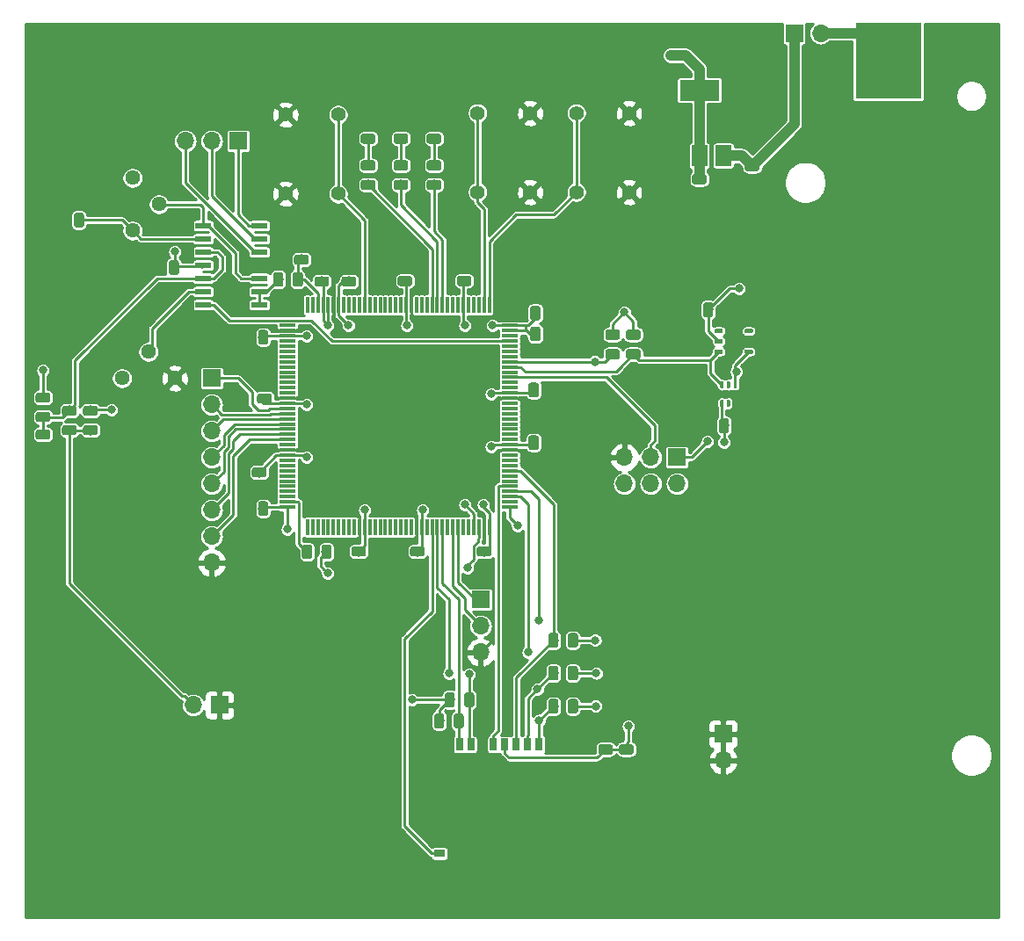
<source format=gbr>
G04 #@! TF.GenerationSoftware,KiCad,Pcbnew,5.1.4-e60b266~84~ubuntu16.04.1*
G04 #@! TF.CreationDate,2019-10-09T19:58:53-07:00*
G04 #@! TF.ProjectId,birdEar,62697264-4561-4722-9e6b-696361645f70,rev?*
G04 #@! TF.SameCoordinates,Original*
G04 #@! TF.FileFunction,Copper,L1,Top*
G04 #@! TF.FilePolarity,Positive*
%FSLAX46Y46*%
G04 Gerber Fmt 4.6, Leading zero omitted, Abs format (unit mm)*
G04 Created by KiCad (PCBNEW 5.1.4-e60b266~84~ubuntu16.04.1) date 2019-10-09 19:58:53*
%MOMM*%
%LPD*%
G04 APERTURE LIST*
%ADD10R,1.550000X0.300000*%
%ADD11R,0.300000X1.550000*%
%ADD12O,1.700000X1.700000*%
%ADD13R,1.700000X1.700000*%
%ADD14C,0.100000*%
%ADD15C,0.975000*%
%ADD16C,1.440000*%
%ADD17C,1.500000*%
%ADD18C,0.400000*%
%ADD19R,6.350000X7.340000*%
%ADD20C,1.397000*%
%ADD21R,0.700000X1.200000*%
%ADD22R,1.000000X1.200000*%
%ADD23R,1.000000X0.800000*%
%ADD24R,1.000000X2.800000*%
%ADD25R,1.300000X1.900000*%
%ADD26C,0.300000*%
%ADD27R,1.500000X0.600000*%
%ADD28R,3.800000X2.000000*%
%ADD29R,1.500000X2.000000*%
%ADD30C,0.800000*%
%ADD31C,5.000000*%
%ADD32C,1.000000*%
%ADD33C,0.250000*%
%ADD34C,0.254000*%
G04 APERTURE END LIST*
D10*
X114030000Y-109210000D03*
X114030000Y-109710000D03*
X114030000Y-110210000D03*
X114030000Y-110710000D03*
X114030000Y-111210000D03*
X114030000Y-111710000D03*
X114030000Y-112210000D03*
X114030000Y-112710000D03*
X114030000Y-113210000D03*
X114030000Y-113710000D03*
X114030000Y-114210000D03*
X114030000Y-114710000D03*
X114030000Y-115210000D03*
X114030000Y-115710000D03*
X114030000Y-116210000D03*
X114030000Y-116710000D03*
X114030000Y-117210000D03*
X114030000Y-117710000D03*
X114030000Y-118210000D03*
X114030000Y-118710000D03*
X114030000Y-119210000D03*
X114030000Y-119710000D03*
X114030000Y-120210000D03*
X114030000Y-120710000D03*
X114030000Y-121210000D03*
X114030000Y-121710000D03*
X114030000Y-122210000D03*
X114030000Y-122710000D03*
X114030000Y-123210000D03*
X114030000Y-123710000D03*
X114030000Y-124210000D03*
X114030000Y-124710000D03*
X114030000Y-125210000D03*
X114030000Y-125710000D03*
X114030000Y-126210000D03*
X114030000Y-126710000D03*
D11*
X112080000Y-128660000D03*
X111580000Y-128660000D03*
X111080000Y-128660000D03*
X110580000Y-128660000D03*
X110080000Y-128660000D03*
X109580000Y-128660000D03*
X109080000Y-128660000D03*
X108580000Y-128660000D03*
X108080000Y-128660000D03*
X107580000Y-128660000D03*
X107080000Y-128660000D03*
X106580000Y-128660000D03*
X106080000Y-128660000D03*
X105580000Y-128660000D03*
X105080000Y-128660000D03*
X104580000Y-128660000D03*
X104080000Y-128660000D03*
X103580000Y-128660000D03*
X103080000Y-128660000D03*
X102580000Y-128660000D03*
X102080000Y-128660000D03*
X101580000Y-128660000D03*
X101080000Y-128660000D03*
X100580000Y-128660000D03*
X100080000Y-128660000D03*
X99580000Y-128660000D03*
X99080000Y-128660000D03*
X98580000Y-128660000D03*
X98080000Y-128660000D03*
X97580000Y-128660000D03*
X97080000Y-128660000D03*
X96580000Y-128660000D03*
X96080000Y-128660000D03*
X95580000Y-128660000D03*
X95080000Y-128660000D03*
X94580000Y-128660000D03*
D10*
X92630000Y-126710000D03*
X92630000Y-126210000D03*
X92630000Y-125710000D03*
X92630000Y-125210000D03*
X92630000Y-124710000D03*
X92630000Y-124210000D03*
X92630000Y-123710000D03*
X92630000Y-123210000D03*
X92630000Y-122710000D03*
X92630000Y-122210000D03*
X92630000Y-121710000D03*
X92630000Y-121210000D03*
X92630000Y-120710000D03*
X92630000Y-120210000D03*
X92630000Y-119710000D03*
X92630000Y-119210000D03*
X92630000Y-118710000D03*
X92630000Y-118210000D03*
X92630000Y-117710000D03*
X92630000Y-117210000D03*
X92630000Y-116710000D03*
X92630000Y-116210000D03*
X92630000Y-115710000D03*
X92630000Y-115210000D03*
X92630000Y-114710000D03*
X92630000Y-114210000D03*
X92630000Y-113710000D03*
X92630000Y-113210000D03*
X92630000Y-112710000D03*
X92630000Y-112210000D03*
X92630000Y-111710000D03*
X92630000Y-111210000D03*
X92630000Y-110710000D03*
X92630000Y-110210000D03*
X92630000Y-109710000D03*
X92630000Y-109210000D03*
D11*
X94580000Y-107260000D03*
X95080000Y-107260000D03*
X95580000Y-107260000D03*
X96080000Y-107260000D03*
X96580000Y-107260000D03*
X97080000Y-107260000D03*
X97580000Y-107260000D03*
X98080000Y-107260000D03*
X98580000Y-107260000D03*
X99080000Y-107260000D03*
X99580000Y-107260000D03*
X100080000Y-107260000D03*
X100580000Y-107260000D03*
X101080000Y-107260000D03*
X101580000Y-107260000D03*
X102080000Y-107260000D03*
X102580000Y-107260000D03*
X103080000Y-107260000D03*
X103580000Y-107260000D03*
X104080000Y-107260000D03*
X104580000Y-107260000D03*
X105080000Y-107260000D03*
X105580000Y-107260000D03*
X106080000Y-107260000D03*
X106580000Y-107260000D03*
X107080000Y-107260000D03*
X107580000Y-107260000D03*
X108080000Y-107260000D03*
X108580000Y-107260000D03*
X109080000Y-107260000D03*
X109580000Y-107260000D03*
X110080000Y-107260000D03*
X110580000Y-107260000D03*
X111080000Y-107260000D03*
X111580000Y-107260000D03*
X112080000Y-107260000D03*
D12*
X125095000Y-124460000D03*
X125095000Y-121920000D03*
X127635000Y-124460000D03*
X127635000Y-121920000D03*
X130175000Y-124460000D03*
D13*
X130175000Y-121920000D03*
D14*
G36*
X92040142Y-104076174D02*
G01*
X92063803Y-104079684D01*
X92087007Y-104085496D01*
X92109529Y-104093554D01*
X92131153Y-104103782D01*
X92151670Y-104116079D01*
X92170883Y-104130329D01*
X92188607Y-104146393D01*
X92204671Y-104164117D01*
X92218921Y-104183330D01*
X92231218Y-104203847D01*
X92241446Y-104225471D01*
X92249504Y-104247993D01*
X92255316Y-104271197D01*
X92258826Y-104294858D01*
X92260000Y-104318750D01*
X92260000Y-105231250D01*
X92258826Y-105255142D01*
X92255316Y-105278803D01*
X92249504Y-105302007D01*
X92241446Y-105324529D01*
X92231218Y-105346153D01*
X92218921Y-105366670D01*
X92204671Y-105385883D01*
X92188607Y-105403607D01*
X92170883Y-105419671D01*
X92151670Y-105433921D01*
X92131153Y-105446218D01*
X92109529Y-105456446D01*
X92087007Y-105464504D01*
X92063803Y-105470316D01*
X92040142Y-105473826D01*
X92016250Y-105475000D01*
X91528750Y-105475000D01*
X91504858Y-105473826D01*
X91481197Y-105470316D01*
X91457993Y-105464504D01*
X91435471Y-105456446D01*
X91413847Y-105446218D01*
X91393330Y-105433921D01*
X91374117Y-105419671D01*
X91356393Y-105403607D01*
X91340329Y-105385883D01*
X91326079Y-105366670D01*
X91313782Y-105346153D01*
X91303554Y-105324529D01*
X91295496Y-105302007D01*
X91289684Y-105278803D01*
X91286174Y-105255142D01*
X91285000Y-105231250D01*
X91285000Y-104318750D01*
X91286174Y-104294858D01*
X91289684Y-104271197D01*
X91295496Y-104247993D01*
X91303554Y-104225471D01*
X91313782Y-104203847D01*
X91326079Y-104183330D01*
X91340329Y-104164117D01*
X91356393Y-104146393D01*
X91374117Y-104130329D01*
X91393330Y-104116079D01*
X91413847Y-104103782D01*
X91435471Y-104093554D01*
X91457993Y-104085496D01*
X91481197Y-104079684D01*
X91504858Y-104076174D01*
X91528750Y-104075000D01*
X92016250Y-104075000D01*
X92040142Y-104076174D01*
X92040142Y-104076174D01*
G37*
D15*
X91772500Y-104775000D03*
D14*
G36*
X93915142Y-104076174D02*
G01*
X93938803Y-104079684D01*
X93962007Y-104085496D01*
X93984529Y-104093554D01*
X94006153Y-104103782D01*
X94026670Y-104116079D01*
X94045883Y-104130329D01*
X94063607Y-104146393D01*
X94079671Y-104164117D01*
X94093921Y-104183330D01*
X94106218Y-104203847D01*
X94116446Y-104225471D01*
X94124504Y-104247993D01*
X94130316Y-104271197D01*
X94133826Y-104294858D01*
X94135000Y-104318750D01*
X94135000Y-105231250D01*
X94133826Y-105255142D01*
X94130316Y-105278803D01*
X94124504Y-105302007D01*
X94116446Y-105324529D01*
X94106218Y-105346153D01*
X94093921Y-105366670D01*
X94079671Y-105385883D01*
X94063607Y-105403607D01*
X94045883Y-105419671D01*
X94026670Y-105433921D01*
X94006153Y-105446218D01*
X93984529Y-105456446D01*
X93962007Y-105464504D01*
X93938803Y-105470316D01*
X93915142Y-105473826D01*
X93891250Y-105475000D01*
X93403750Y-105475000D01*
X93379858Y-105473826D01*
X93356197Y-105470316D01*
X93332993Y-105464504D01*
X93310471Y-105456446D01*
X93288847Y-105446218D01*
X93268330Y-105433921D01*
X93249117Y-105419671D01*
X93231393Y-105403607D01*
X93215329Y-105385883D01*
X93201079Y-105366670D01*
X93188782Y-105346153D01*
X93178554Y-105324529D01*
X93170496Y-105302007D01*
X93164684Y-105278803D01*
X93161174Y-105255142D01*
X93160000Y-105231250D01*
X93160000Y-104318750D01*
X93161174Y-104294858D01*
X93164684Y-104271197D01*
X93170496Y-104247993D01*
X93178554Y-104225471D01*
X93188782Y-104203847D01*
X93201079Y-104183330D01*
X93215329Y-104164117D01*
X93231393Y-104146393D01*
X93249117Y-104130329D01*
X93268330Y-104116079D01*
X93288847Y-104103782D01*
X93310471Y-104093554D01*
X93332993Y-104085496D01*
X93356197Y-104079684D01*
X93379858Y-104076174D01*
X93403750Y-104075000D01*
X93891250Y-104075000D01*
X93915142Y-104076174D01*
X93915142Y-104076174D01*
G37*
D15*
X93647500Y-104775000D03*
D14*
G36*
X94460142Y-102383674D02*
G01*
X94483803Y-102387184D01*
X94507007Y-102392996D01*
X94529529Y-102401054D01*
X94551153Y-102411282D01*
X94571670Y-102423579D01*
X94590883Y-102437829D01*
X94608607Y-102453893D01*
X94624671Y-102471617D01*
X94638921Y-102490830D01*
X94651218Y-102511347D01*
X94661446Y-102532971D01*
X94669504Y-102555493D01*
X94675316Y-102578697D01*
X94678826Y-102602358D01*
X94680000Y-102626250D01*
X94680000Y-103113750D01*
X94678826Y-103137642D01*
X94675316Y-103161303D01*
X94669504Y-103184507D01*
X94661446Y-103207029D01*
X94651218Y-103228653D01*
X94638921Y-103249170D01*
X94624671Y-103268383D01*
X94608607Y-103286107D01*
X94590883Y-103302171D01*
X94571670Y-103316421D01*
X94551153Y-103328718D01*
X94529529Y-103338946D01*
X94507007Y-103347004D01*
X94483803Y-103352816D01*
X94460142Y-103356326D01*
X94436250Y-103357500D01*
X93523750Y-103357500D01*
X93499858Y-103356326D01*
X93476197Y-103352816D01*
X93452993Y-103347004D01*
X93430471Y-103338946D01*
X93408847Y-103328718D01*
X93388330Y-103316421D01*
X93369117Y-103302171D01*
X93351393Y-103286107D01*
X93335329Y-103268383D01*
X93321079Y-103249170D01*
X93308782Y-103228653D01*
X93298554Y-103207029D01*
X93290496Y-103184507D01*
X93284684Y-103161303D01*
X93281174Y-103137642D01*
X93280000Y-103113750D01*
X93280000Y-102626250D01*
X93281174Y-102602358D01*
X93284684Y-102578697D01*
X93290496Y-102555493D01*
X93298554Y-102532971D01*
X93308782Y-102511347D01*
X93321079Y-102490830D01*
X93335329Y-102471617D01*
X93351393Y-102453893D01*
X93369117Y-102437829D01*
X93388330Y-102423579D01*
X93408847Y-102411282D01*
X93430471Y-102401054D01*
X93452993Y-102392996D01*
X93476197Y-102387184D01*
X93499858Y-102383674D01*
X93523750Y-102382500D01*
X94436250Y-102382500D01*
X94460142Y-102383674D01*
X94460142Y-102383674D01*
G37*
D15*
X93980000Y-102870000D03*
D14*
G36*
X94460142Y-100508674D02*
G01*
X94483803Y-100512184D01*
X94507007Y-100517996D01*
X94529529Y-100526054D01*
X94551153Y-100536282D01*
X94571670Y-100548579D01*
X94590883Y-100562829D01*
X94608607Y-100578893D01*
X94624671Y-100596617D01*
X94638921Y-100615830D01*
X94651218Y-100636347D01*
X94661446Y-100657971D01*
X94669504Y-100680493D01*
X94675316Y-100703697D01*
X94678826Y-100727358D01*
X94680000Y-100751250D01*
X94680000Y-101238750D01*
X94678826Y-101262642D01*
X94675316Y-101286303D01*
X94669504Y-101309507D01*
X94661446Y-101332029D01*
X94651218Y-101353653D01*
X94638921Y-101374170D01*
X94624671Y-101393383D01*
X94608607Y-101411107D01*
X94590883Y-101427171D01*
X94571670Y-101441421D01*
X94551153Y-101453718D01*
X94529529Y-101463946D01*
X94507007Y-101472004D01*
X94483803Y-101477816D01*
X94460142Y-101481326D01*
X94436250Y-101482500D01*
X93523750Y-101482500D01*
X93499858Y-101481326D01*
X93476197Y-101477816D01*
X93452993Y-101472004D01*
X93430471Y-101463946D01*
X93408847Y-101453718D01*
X93388330Y-101441421D01*
X93369117Y-101427171D01*
X93351393Y-101411107D01*
X93335329Y-101393383D01*
X93321079Y-101374170D01*
X93308782Y-101353653D01*
X93298554Y-101332029D01*
X93290496Y-101309507D01*
X93284684Y-101286303D01*
X93281174Y-101262642D01*
X93280000Y-101238750D01*
X93280000Y-100751250D01*
X93281174Y-100727358D01*
X93284684Y-100703697D01*
X93290496Y-100680493D01*
X93298554Y-100657971D01*
X93308782Y-100636347D01*
X93321079Y-100615830D01*
X93335329Y-100596617D01*
X93351393Y-100578893D01*
X93369117Y-100562829D01*
X93388330Y-100548579D01*
X93408847Y-100536282D01*
X93430471Y-100526054D01*
X93452993Y-100517996D01*
X93476197Y-100512184D01*
X93499858Y-100508674D01*
X93523750Y-100507500D01*
X94436250Y-100507500D01*
X94460142Y-100508674D01*
X94460142Y-100508674D01*
G37*
D15*
X93980000Y-100995000D03*
D12*
X134620000Y-151130000D03*
D13*
X134620000Y-148590000D03*
D16*
X77724000Y-100076000D03*
X80264000Y-97536000D03*
X77724000Y-94996000D03*
X76708000Y-114300000D03*
X79248000Y-111760000D03*
X81788000Y-114300000D03*
D13*
X87884000Y-91440000D03*
D12*
X85344000Y-91440000D03*
X82804000Y-91440000D03*
D13*
X85344000Y-114300000D03*
D12*
X85344000Y-116840000D03*
X85344000Y-119380000D03*
X85344000Y-121920000D03*
X85344000Y-124460000D03*
X85344000Y-127000000D03*
X85344000Y-129540000D03*
X85344000Y-132080000D03*
D13*
X86106000Y-145796000D03*
D12*
X83566000Y-145796000D03*
D14*
G36*
X136160054Y-109545206D02*
G01*
X136184371Y-109548813D01*
X136208217Y-109554786D01*
X136231363Y-109563068D01*
X136253585Y-109573579D01*
X136274671Y-109586217D01*
X136294416Y-109600861D01*
X136312631Y-109617369D01*
X136329139Y-109635584D01*
X136343783Y-109655329D01*
X136356421Y-109676415D01*
X136366932Y-109698637D01*
X136375214Y-109721783D01*
X136381187Y-109745629D01*
X136384794Y-109769946D01*
X136386000Y-109794499D01*
X136386000Y-111693501D01*
X136384794Y-111718054D01*
X136381187Y-111742371D01*
X136375214Y-111766217D01*
X136366932Y-111789363D01*
X136356421Y-111811585D01*
X136343783Y-111832671D01*
X136329139Y-111852416D01*
X136312631Y-111870631D01*
X136294416Y-111887139D01*
X136274671Y-111901783D01*
X136253585Y-111914421D01*
X136231363Y-111924932D01*
X136208217Y-111933214D01*
X136184371Y-111939187D01*
X136160054Y-111942794D01*
X136135501Y-111944000D01*
X135136499Y-111944000D01*
X135111946Y-111942794D01*
X135087629Y-111939187D01*
X135063783Y-111933214D01*
X135040637Y-111924932D01*
X135018415Y-111914421D01*
X134997329Y-111901783D01*
X134977584Y-111887139D01*
X134959369Y-111870631D01*
X134942861Y-111852416D01*
X134928217Y-111832671D01*
X134915579Y-111811585D01*
X134905068Y-111789363D01*
X134896786Y-111766217D01*
X134890813Y-111742371D01*
X134887206Y-111718054D01*
X134886000Y-111693501D01*
X134886000Y-109794499D01*
X134887206Y-109769946D01*
X134890813Y-109745629D01*
X134896786Y-109721783D01*
X134905068Y-109698637D01*
X134915579Y-109676415D01*
X134928217Y-109655329D01*
X134942861Y-109635584D01*
X134959369Y-109617369D01*
X134977584Y-109600861D01*
X134997329Y-109586217D01*
X135018415Y-109573579D01*
X135040637Y-109563068D01*
X135063783Y-109554786D01*
X135087629Y-109548813D01*
X135111946Y-109545206D01*
X135136499Y-109544000D01*
X136135501Y-109544000D01*
X136160054Y-109545206D01*
X136160054Y-109545206D01*
G37*
D17*
X135636000Y-110744000D03*
D14*
G36*
X137395802Y-111544482D02*
G01*
X137405509Y-111545921D01*
X137415028Y-111548306D01*
X137424268Y-111551612D01*
X137433140Y-111555808D01*
X137441557Y-111560853D01*
X137449439Y-111566699D01*
X137456711Y-111573289D01*
X137463301Y-111580561D01*
X137469147Y-111588443D01*
X137474192Y-111596860D01*
X137478388Y-111605732D01*
X137481694Y-111614972D01*
X137484079Y-111624491D01*
X137485518Y-111634198D01*
X137486000Y-111644000D01*
X137486000Y-111844000D01*
X137485518Y-111853802D01*
X137484079Y-111863509D01*
X137481694Y-111873028D01*
X137478388Y-111882268D01*
X137474192Y-111891140D01*
X137469147Y-111899557D01*
X137463301Y-111907439D01*
X137456711Y-111914711D01*
X137449439Y-111921301D01*
X137441557Y-111927147D01*
X137433140Y-111932192D01*
X137424268Y-111936388D01*
X137415028Y-111939694D01*
X137405509Y-111942079D01*
X137395802Y-111943518D01*
X137386000Y-111944000D01*
X136786000Y-111944000D01*
X136776198Y-111943518D01*
X136766491Y-111942079D01*
X136756972Y-111939694D01*
X136747732Y-111936388D01*
X136738860Y-111932192D01*
X136730443Y-111927147D01*
X136722561Y-111921301D01*
X136715289Y-111914711D01*
X136708699Y-111907439D01*
X136702853Y-111899557D01*
X136697808Y-111891140D01*
X136693612Y-111882268D01*
X136690306Y-111873028D01*
X136687921Y-111863509D01*
X136686482Y-111853802D01*
X136686000Y-111844000D01*
X136686000Y-111644000D01*
X136686482Y-111634198D01*
X136687921Y-111624491D01*
X136690306Y-111614972D01*
X136693612Y-111605732D01*
X136697808Y-111596860D01*
X136702853Y-111588443D01*
X136708699Y-111580561D01*
X136715289Y-111573289D01*
X136722561Y-111566699D01*
X136730443Y-111560853D01*
X136738860Y-111555808D01*
X136747732Y-111551612D01*
X136756972Y-111548306D01*
X136766491Y-111545921D01*
X136776198Y-111544482D01*
X136786000Y-111544000D01*
X137386000Y-111544000D01*
X137395802Y-111544482D01*
X137395802Y-111544482D01*
G37*
D18*
X137086000Y-111744000D03*
D14*
G36*
X137395802Y-110544482D02*
G01*
X137405509Y-110545921D01*
X137415028Y-110548306D01*
X137424268Y-110551612D01*
X137433140Y-110555808D01*
X137441557Y-110560853D01*
X137449439Y-110566699D01*
X137456711Y-110573289D01*
X137463301Y-110580561D01*
X137469147Y-110588443D01*
X137474192Y-110596860D01*
X137478388Y-110605732D01*
X137481694Y-110614972D01*
X137484079Y-110624491D01*
X137485518Y-110634198D01*
X137486000Y-110644000D01*
X137486000Y-110844000D01*
X137485518Y-110853802D01*
X137484079Y-110863509D01*
X137481694Y-110873028D01*
X137478388Y-110882268D01*
X137474192Y-110891140D01*
X137469147Y-110899557D01*
X137463301Y-110907439D01*
X137456711Y-110914711D01*
X137449439Y-110921301D01*
X137441557Y-110927147D01*
X137433140Y-110932192D01*
X137424268Y-110936388D01*
X137415028Y-110939694D01*
X137405509Y-110942079D01*
X137395802Y-110943518D01*
X137386000Y-110944000D01*
X136786000Y-110944000D01*
X136776198Y-110943518D01*
X136766491Y-110942079D01*
X136756972Y-110939694D01*
X136747732Y-110936388D01*
X136738860Y-110932192D01*
X136730443Y-110927147D01*
X136722561Y-110921301D01*
X136715289Y-110914711D01*
X136708699Y-110907439D01*
X136702853Y-110899557D01*
X136697808Y-110891140D01*
X136693612Y-110882268D01*
X136690306Y-110873028D01*
X136687921Y-110863509D01*
X136686482Y-110853802D01*
X136686000Y-110844000D01*
X136686000Y-110644000D01*
X136686482Y-110634198D01*
X136687921Y-110624491D01*
X136690306Y-110614972D01*
X136693612Y-110605732D01*
X136697808Y-110596860D01*
X136702853Y-110588443D01*
X136708699Y-110580561D01*
X136715289Y-110573289D01*
X136722561Y-110566699D01*
X136730443Y-110560853D01*
X136738860Y-110555808D01*
X136747732Y-110551612D01*
X136756972Y-110548306D01*
X136766491Y-110545921D01*
X136776198Y-110544482D01*
X136786000Y-110544000D01*
X137386000Y-110544000D01*
X137395802Y-110544482D01*
X137395802Y-110544482D01*
G37*
D18*
X137086000Y-110744000D03*
D14*
G36*
X137395802Y-109544482D02*
G01*
X137405509Y-109545921D01*
X137415028Y-109548306D01*
X137424268Y-109551612D01*
X137433140Y-109555808D01*
X137441557Y-109560853D01*
X137449439Y-109566699D01*
X137456711Y-109573289D01*
X137463301Y-109580561D01*
X137469147Y-109588443D01*
X137474192Y-109596860D01*
X137478388Y-109605732D01*
X137481694Y-109614972D01*
X137484079Y-109624491D01*
X137485518Y-109634198D01*
X137486000Y-109644000D01*
X137486000Y-109844000D01*
X137485518Y-109853802D01*
X137484079Y-109863509D01*
X137481694Y-109873028D01*
X137478388Y-109882268D01*
X137474192Y-109891140D01*
X137469147Y-109899557D01*
X137463301Y-109907439D01*
X137456711Y-109914711D01*
X137449439Y-109921301D01*
X137441557Y-109927147D01*
X137433140Y-109932192D01*
X137424268Y-109936388D01*
X137415028Y-109939694D01*
X137405509Y-109942079D01*
X137395802Y-109943518D01*
X137386000Y-109944000D01*
X136786000Y-109944000D01*
X136776198Y-109943518D01*
X136766491Y-109942079D01*
X136756972Y-109939694D01*
X136747732Y-109936388D01*
X136738860Y-109932192D01*
X136730443Y-109927147D01*
X136722561Y-109921301D01*
X136715289Y-109914711D01*
X136708699Y-109907439D01*
X136702853Y-109899557D01*
X136697808Y-109891140D01*
X136693612Y-109882268D01*
X136690306Y-109873028D01*
X136687921Y-109863509D01*
X136686482Y-109853802D01*
X136686000Y-109844000D01*
X136686000Y-109644000D01*
X136686482Y-109634198D01*
X136687921Y-109624491D01*
X136690306Y-109614972D01*
X136693612Y-109605732D01*
X136697808Y-109596860D01*
X136702853Y-109588443D01*
X136708699Y-109580561D01*
X136715289Y-109573289D01*
X136722561Y-109566699D01*
X136730443Y-109560853D01*
X136738860Y-109555808D01*
X136747732Y-109551612D01*
X136756972Y-109548306D01*
X136766491Y-109545921D01*
X136776198Y-109544482D01*
X136786000Y-109544000D01*
X137386000Y-109544000D01*
X137395802Y-109544482D01*
X137395802Y-109544482D01*
G37*
D18*
X137086000Y-109744000D03*
D14*
G36*
X134495802Y-109544482D02*
G01*
X134505509Y-109545921D01*
X134515028Y-109548306D01*
X134524268Y-109551612D01*
X134533140Y-109555808D01*
X134541557Y-109560853D01*
X134549439Y-109566699D01*
X134556711Y-109573289D01*
X134563301Y-109580561D01*
X134569147Y-109588443D01*
X134574192Y-109596860D01*
X134578388Y-109605732D01*
X134581694Y-109614972D01*
X134584079Y-109624491D01*
X134585518Y-109634198D01*
X134586000Y-109644000D01*
X134586000Y-109844000D01*
X134585518Y-109853802D01*
X134584079Y-109863509D01*
X134581694Y-109873028D01*
X134578388Y-109882268D01*
X134574192Y-109891140D01*
X134569147Y-109899557D01*
X134563301Y-109907439D01*
X134556711Y-109914711D01*
X134549439Y-109921301D01*
X134541557Y-109927147D01*
X134533140Y-109932192D01*
X134524268Y-109936388D01*
X134515028Y-109939694D01*
X134505509Y-109942079D01*
X134495802Y-109943518D01*
X134486000Y-109944000D01*
X133886000Y-109944000D01*
X133876198Y-109943518D01*
X133866491Y-109942079D01*
X133856972Y-109939694D01*
X133847732Y-109936388D01*
X133838860Y-109932192D01*
X133830443Y-109927147D01*
X133822561Y-109921301D01*
X133815289Y-109914711D01*
X133808699Y-109907439D01*
X133802853Y-109899557D01*
X133797808Y-109891140D01*
X133793612Y-109882268D01*
X133790306Y-109873028D01*
X133787921Y-109863509D01*
X133786482Y-109853802D01*
X133786000Y-109844000D01*
X133786000Y-109644000D01*
X133786482Y-109634198D01*
X133787921Y-109624491D01*
X133790306Y-109614972D01*
X133793612Y-109605732D01*
X133797808Y-109596860D01*
X133802853Y-109588443D01*
X133808699Y-109580561D01*
X133815289Y-109573289D01*
X133822561Y-109566699D01*
X133830443Y-109560853D01*
X133838860Y-109555808D01*
X133847732Y-109551612D01*
X133856972Y-109548306D01*
X133866491Y-109545921D01*
X133876198Y-109544482D01*
X133886000Y-109544000D01*
X134486000Y-109544000D01*
X134495802Y-109544482D01*
X134495802Y-109544482D01*
G37*
D18*
X134186000Y-109744000D03*
D14*
G36*
X134495802Y-110544482D02*
G01*
X134505509Y-110545921D01*
X134515028Y-110548306D01*
X134524268Y-110551612D01*
X134533140Y-110555808D01*
X134541557Y-110560853D01*
X134549439Y-110566699D01*
X134556711Y-110573289D01*
X134563301Y-110580561D01*
X134569147Y-110588443D01*
X134574192Y-110596860D01*
X134578388Y-110605732D01*
X134581694Y-110614972D01*
X134584079Y-110624491D01*
X134585518Y-110634198D01*
X134586000Y-110644000D01*
X134586000Y-110844000D01*
X134585518Y-110853802D01*
X134584079Y-110863509D01*
X134581694Y-110873028D01*
X134578388Y-110882268D01*
X134574192Y-110891140D01*
X134569147Y-110899557D01*
X134563301Y-110907439D01*
X134556711Y-110914711D01*
X134549439Y-110921301D01*
X134541557Y-110927147D01*
X134533140Y-110932192D01*
X134524268Y-110936388D01*
X134515028Y-110939694D01*
X134505509Y-110942079D01*
X134495802Y-110943518D01*
X134486000Y-110944000D01*
X133886000Y-110944000D01*
X133876198Y-110943518D01*
X133866491Y-110942079D01*
X133856972Y-110939694D01*
X133847732Y-110936388D01*
X133838860Y-110932192D01*
X133830443Y-110927147D01*
X133822561Y-110921301D01*
X133815289Y-110914711D01*
X133808699Y-110907439D01*
X133802853Y-110899557D01*
X133797808Y-110891140D01*
X133793612Y-110882268D01*
X133790306Y-110873028D01*
X133787921Y-110863509D01*
X133786482Y-110853802D01*
X133786000Y-110844000D01*
X133786000Y-110644000D01*
X133786482Y-110634198D01*
X133787921Y-110624491D01*
X133790306Y-110614972D01*
X133793612Y-110605732D01*
X133797808Y-110596860D01*
X133802853Y-110588443D01*
X133808699Y-110580561D01*
X133815289Y-110573289D01*
X133822561Y-110566699D01*
X133830443Y-110560853D01*
X133838860Y-110555808D01*
X133847732Y-110551612D01*
X133856972Y-110548306D01*
X133866491Y-110545921D01*
X133876198Y-110544482D01*
X133886000Y-110544000D01*
X134486000Y-110544000D01*
X134495802Y-110544482D01*
X134495802Y-110544482D01*
G37*
D18*
X134186000Y-110744000D03*
D14*
G36*
X134495802Y-111544482D02*
G01*
X134505509Y-111545921D01*
X134515028Y-111548306D01*
X134524268Y-111551612D01*
X134533140Y-111555808D01*
X134541557Y-111560853D01*
X134549439Y-111566699D01*
X134556711Y-111573289D01*
X134563301Y-111580561D01*
X134569147Y-111588443D01*
X134574192Y-111596860D01*
X134578388Y-111605732D01*
X134581694Y-111614972D01*
X134584079Y-111624491D01*
X134585518Y-111634198D01*
X134586000Y-111644000D01*
X134586000Y-111844000D01*
X134585518Y-111853802D01*
X134584079Y-111863509D01*
X134581694Y-111873028D01*
X134578388Y-111882268D01*
X134574192Y-111891140D01*
X134569147Y-111899557D01*
X134563301Y-111907439D01*
X134556711Y-111914711D01*
X134549439Y-111921301D01*
X134541557Y-111927147D01*
X134533140Y-111932192D01*
X134524268Y-111936388D01*
X134515028Y-111939694D01*
X134505509Y-111942079D01*
X134495802Y-111943518D01*
X134486000Y-111944000D01*
X133886000Y-111944000D01*
X133876198Y-111943518D01*
X133866491Y-111942079D01*
X133856972Y-111939694D01*
X133847732Y-111936388D01*
X133838860Y-111932192D01*
X133830443Y-111927147D01*
X133822561Y-111921301D01*
X133815289Y-111914711D01*
X133808699Y-111907439D01*
X133802853Y-111899557D01*
X133797808Y-111891140D01*
X133793612Y-111882268D01*
X133790306Y-111873028D01*
X133787921Y-111863509D01*
X133786482Y-111853802D01*
X133786000Y-111844000D01*
X133786000Y-111644000D01*
X133786482Y-111634198D01*
X133787921Y-111624491D01*
X133790306Y-111614972D01*
X133793612Y-111605732D01*
X133797808Y-111596860D01*
X133802853Y-111588443D01*
X133808699Y-111580561D01*
X133815289Y-111573289D01*
X133822561Y-111566699D01*
X133830443Y-111560853D01*
X133838860Y-111555808D01*
X133847732Y-111551612D01*
X133856972Y-111548306D01*
X133866491Y-111545921D01*
X133876198Y-111544482D01*
X133886000Y-111544000D01*
X134486000Y-111544000D01*
X134495802Y-111544482D01*
X134495802Y-111544482D01*
G37*
D18*
X134186000Y-111744000D03*
D19*
X150530000Y-83710000D03*
X150530000Y-162370000D03*
D20*
X92456000Y-88900000D03*
X97536000Y-88900000D03*
X92456000Y-96520000D03*
X97536000Y-96520000D03*
X116030000Y-96370000D03*
X110950000Y-96370000D03*
X116030000Y-88750000D03*
X110950000Y-88750000D03*
X120475000Y-88750000D03*
X125555000Y-88750000D03*
X120475000Y-96370000D03*
X125555000Y-96370000D03*
D14*
G36*
X81977142Y-102933174D02*
G01*
X82000803Y-102936684D01*
X82024007Y-102942496D01*
X82046529Y-102950554D01*
X82068153Y-102960782D01*
X82088670Y-102973079D01*
X82107883Y-102987329D01*
X82125607Y-103003393D01*
X82141671Y-103021117D01*
X82155921Y-103040330D01*
X82168218Y-103060847D01*
X82178446Y-103082471D01*
X82186504Y-103104993D01*
X82192316Y-103128197D01*
X82195826Y-103151858D01*
X82197000Y-103175750D01*
X82197000Y-104088250D01*
X82195826Y-104112142D01*
X82192316Y-104135803D01*
X82186504Y-104159007D01*
X82178446Y-104181529D01*
X82168218Y-104203153D01*
X82155921Y-104223670D01*
X82141671Y-104242883D01*
X82125607Y-104260607D01*
X82107883Y-104276671D01*
X82088670Y-104290921D01*
X82068153Y-104303218D01*
X82046529Y-104313446D01*
X82024007Y-104321504D01*
X82000803Y-104327316D01*
X81977142Y-104330826D01*
X81953250Y-104332000D01*
X81465750Y-104332000D01*
X81441858Y-104330826D01*
X81418197Y-104327316D01*
X81394993Y-104321504D01*
X81372471Y-104313446D01*
X81350847Y-104303218D01*
X81330330Y-104290921D01*
X81311117Y-104276671D01*
X81293393Y-104260607D01*
X81277329Y-104242883D01*
X81263079Y-104223670D01*
X81250782Y-104203153D01*
X81240554Y-104181529D01*
X81232496Y-104159007D01*
X81226684Y-104135803D01*
X81223174Y-104112142D01*
X81222000Y-104088250D01*
X81222000Y-103175750D01*
X81223174Y-103151858D01*
X81226684Y-103128197D01*
X81232496Y-103104993D01*
X81240554Y-103082471D01*
X81250782Y-103060847D01*
X81263079Y-103040330D01*
X81277329Y-103021117D01*
X81293393Y-103003393D01*
X81311117Y-102987329D01*
X81330330Y-102973079D01*
X81350847Y-102960782D01*
X81372471Y-102950554D01*
X81394993Y-102942496D01*
X81418197Y-102936684D01*
X81441858Y-102933174D01*
X81465750Y-102932000D01*
X81953250Y-102932000D01*
X81977142Y-102933174D01*
X81977142Y-102933174D01*
G37*
D15*
X81709500Y-103632000D03*
D14*
G36*
X80102142Y-102933174D02*
G01*
X80125803Y-102936684D01*
X80149007Y-102942496D01*
X80171529Y-102950554D01*
X80193153Y-102960782D01*
X80213670Y-102973079D01*
X80232883Y-102987329D01*
X80250607Y-103003393D01*
X80266671Y-103021117D01*
X80280921Y-103040330D01*
X80293218Y-103060847D01*
X80303446Y-103082471D01*
X80311504Y-103104993D01*
X80317316Y-103128197D01*
X80320826Y-103151858D01*
X80322000Y-103175750D01*
X80322000Y-104088250D01*
X80320826Y-104112142D01*
X80317316Y-104135803D01*
X80311504Y-104159007D01*
X80303446Y-104181529D01*
X80293218Y-104203153D01*
X80280921Y-104223670D01*
X80266671Y-104242883D01*
X80250607Y-104260607D01*
X80232883Y-104276671D01*
X80213670Y-104290921D01*
X80193153Y-104303218D01*
X80171529Y-104313446D01*
X80149007Y-104321504D01*
X80125803Y-104327316D01*
X80102142Y-104330826D01*
X80078250Y-104332000D01*
X79590750Y-104332000D01*
X79566858Y-104330826D01*
X79543197Y-104327316D01*
X79519993Y-104321504D01*
X79497471Y-104313446D01*
X79475847Y-104303218D01*
X79455330Y-104290921D01*
X79436117Y-104276671D01*
X79418393Y-104260607D01*
X79402329Y-104242883D01*
X79388079Y-104223670D01*
X79375782Y-104203153D01*
X79365554Y-104181529D01*
X79357496Y-104159007D01*
X79351684Y-104135803D01*
X79348174Y-104112142D01*
X79347000Y-104088250D01*
X79347000Y-103175750D01*
X79348174Y-103151858D01*
X79351684Y-103128197D01*
X79357496Y-103104993D01*
X79365554Y-103082471D01*
X79375782Y-103060847D01*
X79388079Y-103040330D01*
X79402329Y-103021117D01*
X79418393Y-103003393D01*
X79436117Y-102987329D01*
X79455330Y-102973079D01*
X79475847Y-102960782D01*
X79497471Y-102950554D01*
X79519993Y-102942496D01*
X79543197Y-102936684D01*
X79566858Y-102933174D01*
X79590750Y-102932000D01*
X80078250Y-102932000D01*
X80102142Y-102933174D01*
X80102142Y-102933174D01*
G37*
D15*
X79834500Y-103632000D03*
D14*
G36*
X72108142Y-118815174D02*
G01*
X72131803Y-118818684D01*
X72155007Y-118824496D01*
X72177529Y-118832554D01*
X72199153Y-118842782D01*
X72219670Y-118855079D01*
X72238883Y-118869329D01*
X72256607Y-118885393D01*
X72272671Y-118903117D01*
X72286921Y-118922330D01*
X72299218Y-118942847D01*
X72309446Y-118964471D01*
X72317504Y-118986993D01*
X72323316Y-119010197D01*
X72326826Y-119033858D01*
X72328000Y-119057750D01*
X72328000Y-119545250D01*
X72326826Y-119569142D01*
X72323316Y-119592803D01*
X72317504Y-119616007D01*
X72309446Y-119638529D01*
X72299218Y-119660153D01*
X72286921Y-119680670D01*
X72272671Y-119699883D01*
X72256607Y-119717607D01*
X72238883Y-119733671D01*
X72219670Y-119747921D01*
X72199153Y-119760218D01*
X72177529Y-119770446D01*
X72155007Y-119778504D01*
X72131803Y-119784316D01*
X72108142Y-119787826D01*
X72084250Y-119789000D01*
X71171750Y-119789000D01*
X71147858Y-119787826D01*
X71124197Y-119784316D01*
X71100993Y-119778504D01*
X71078471Y-119770446D01*
X71056847Y-119760218D01*
X71036330Y-119747921D01*
X71017117Y-119733671D01*
X70999393Y-119717607D01*
X70983329Y-119699883D01*
X70969079Y-119680670D01*
X70956782Y-119660153D01*
X70946554Y-119638529D01*
X70938496Y-119616007D01*
X70932684Y-119592803D01*
X70929174Y-119569142D01*
X70928000Y-119545250D01*
X70928000Y-119057750D01*
X70929174Y-119033858D01*
X70932684Y-119010197D01*
X70938496Y-118986993D01*
X70946554Y-118964471D01*
X70956782Y-118942847D01*
X70969079Y-118922330D01*
X70983329Y-118903117D01*
X70999393Y-118885393D01*
X71017117Y-118869329D01*
X71036330Y-118855079D01*
X71056847Y-118842782D01*
X71078471Y-118832554D01*
X71100993Y-118824496D01*
X71124197Y-118818684D01*
X71147858Y-118815174D01*
X71171750Y-118814000D01*
X72084250Y-118814000D01*
X72108142Y-118815174D01*
X72108142Y-118815174D01*
G37*
D15*
X71628000Y-119301500D03*
D14*
G36*
X72108142Y-116940174D02*
G01*
X72131803Y-116943684D01*
X72155007Y-116949496D01*
X72177529Y-116957554D01*
X72199153Y-116967782D01*
X72219670Y-116980079D01*
X72238883Y-116994329D01*
X72256607Y-117010393D01*
X72272671Y-117028117D01*
X72286921Y-117047330D01*
X72299218Y-117067847D01*
X72309446Y-117089471D01*
X72317504Y-117111993D01*
X72323316Y-117135197D01*
X72326826Y-117158858D01*
X72328000Y-117182750D01*
X72328000Y-117670250D01*
X72326826Y-117694142D01*
X72323316Y-117717803D01*
X72317504Y-117741007D01*
X72309446Y-117763529D01*
X72299218Y-117785153D01*
X72286921Y-117805670D01*
X72272671Y-117824883D01*
X72256607Y-117842607D01*
X72238883Y-117858671D01*
X72219670Y-117872921D01*
X72199153Y-117885218D01*
X72177529Y-117895446D01*
X72155007Y-117903504D01*
X72131803Y-117909316D01*
X72108142Y-117912826D01*
X72084250Y-117914000D01*
X71171750Y-117914000D01*
X71147858Y-117912826D01*
X71124197Y-117909316D01*
X71100993Y-117903504D01*
X71078471Y-117895446D01*
X71056847Y-117885218D01*
X71036330Y-117872921D01*
X71017117Y-117858671D01*
X70999393Y-117842607D01*
X70983329Y-117824883D01*
X70969079Y-117805670D01*
X70956782Y-117785153D01*
X70946554Y-117763529D01*
X70938496Y-117741007D01*
X70932684Y-117717803D01*
X70929174Y-117694142D01*
X70928000Y-117670250D01*
X70928000Y-117182750D01*
X70929174Y-117158858D01*
X70932684Y-117135197D01*
X70938496Y-117111993D01*
X70946554Y-117089471D01*
X70956782Y-117067847D01*
X70969079Y-117047330D01*
X70983329Y-117028117D01*
X70999393Y-117010393D01*
X71017117Y-116994329D01*
X71036330Y-116980079D01*
X71056847Y-116967782D01*
X71078471Y-116957554D01*
X71100993Y-116949496D01*
X71124197Y-116943684D01*
X71147858Y-116940174D01*
X71171750Y-116939000D01*
X72084250Y-116939000D01*
X72108142Y-116940174D01*
X72108142Y-116940174D01*
G37*
D15*
X71628000Y-117426500D03*
D14*
G36*
X137890142Y-93356174D02*
G01*
X137913803Y-93359684D01*
X137937007Y-93365496D01*
X137959529Y-93373554D01*
X137981153Y-93383782D01*
X138001670Y-93396079D01*
X138020883Y-93410329D01*
X138038607Y-93426393D01*
X138054671Y-93444117D01*
X138068921Y-93463330D01*
X138081218Y-93483847D01*
X138091446Y-93505471D01*
X138099504Y-93527993D01*
X138105316Y-93551197D01*
X138108826Y-93574858D01*
X138110000Y-93598750D01*
X138110000Y-94086250D01*
X138108826Y-94110142D01*
X138105316Y-94133803D01*
X138099504Y-94157007D01*
X138091446Y-94179529D01*
X138081218Y-94201153D01*
X138068921Y-94221670D01*
X138054671Y-94240883D01*
X138038607Y-94258607D01*
X138020883Y-94274671D01*
X138001670Y-94288921D01*
X137981153Y-94301218D01*
X137959529Y-94311446D01*
X137937007Y-94319504D01*
X137913803Y-94325316D01*
X137890142Y-94328826D01*
X137866250Y-94330000D01*
X136953750Y-94330000D01*
X136929858Y-94328826D01*
X136906197Y-94325316D01*
X136882993Y-94319504D01*
X136860471Y-94311446D01*
X136838847Y-94301218D01*
X136818330Y-94288921D01*
X136799117Y-94274671D01*
X136781393Y-94258607D01*
X136765329Y-94240883D01*
X136751079Y-94221670D01*
X136738782Y-94201153D01*
X136728554Y-94179529D01*
X136720496Y-94157007D01*
X136714684Y-94133803D01*
X136711174Y-94110142D01*
X136710000Y-94086250D01*
X136710000Y-93598750D01*
X136711174Y-93574858D01*
X136714684Y-93551197D01*
X136720496Y-93527993D01*
X136728554Y-93505471D01*
X136738782Y-93483847D01*
X136751079Y-93463330D01*
X136765329Y-93444117D01*
X136781393Y-93426393D01*
X136799117Y-93410329D01*
X136818330Y-93396079D01*
X136838847Y-93383782D01*
X136860471Y-93373554D01*
X136882993Y-93365496D01*
X136906197Y-93359684D01*
X136929858Y-93356174D01*
X136953750Y-93355000D01*
X137866250Y-93355000D01*
X137890142Y-93356174D01*
X137890142Y-93356174D01*
G37*
D15*
X137410000Y-93842500D03*
D14*
G36*
X137890142Y-95231174D02*
G01*
X137913803Y-95234684D01*
X137937007Y-95240496D01*
X137959529Y-95248554D01*
X137981153Y-95258782D01*
X138001670Y-95271079D01*
X138020883Y-95285329D01*
X138038607Y-95301393D01*
X138054671Y-95319117D01*
X138068921Y-95338330D01*
X138081218Y-95358847D01*
X138091446Y-95380471D01*
X138099504Y-95402993D01*
X138105316Y-95426197D01*
X138108826Y-95449858D01*
X138110000Y-95473750D01*
X138110000Y-95961250D01*
X138108826Y-95985142D01*
X138105316Y-96008803D01*
X138099504Y-96032007D01*
X138091446Y-96054529D01*
X138081218Y-96076153D01*
X138068921Y-96096670D01*
X138054671Y-96115883D01*
X138038607Y-96133607D01*
X138020883Y-96149671D01*
X138001670Y-96163921D01*
X137981153Y-96176218D01*
X137959529Y-96186446D01*
X137937007Y-96194504D01*
X137913803Y-96200316D01*
X137890142Y-96203826D01*
X137866250Y-96205000D01*
X136953750Y-96205000D01*
X136929858Y-96203826D01*
X136906197Y-96200316D01*
X136882993Y-96194504D01*
X136860471Y-96186446D01*
X136838847Y-96176218D01*
X136818330Y-96163921D01*
X136799117Y-96149671D01*
X136781393Y-96133607D01*
X136765329Y-96115883D01*
X136751079Y-96096670D01*
X136738782Y-96076153D01*
X136728554Y-96054529D01*
X136720496Y-96032007D01*
X136714684Y-96008803D01*
X136711174Y-95985142D01*
X136710000Y-95961250D01*
X136710000Y-95473750D01*
X136711174Y-95449858D01*
X136714684Y-95426197D01*
X136720496Y-95402993D01*
X136728554Y-95380471D01*
X136738782Y-95358847D01*
X136751079Y-95338330D01*
X136765329Y-95319117D01*
X136781393Y-95301393D01*
X136799117Y-95285329D01*
X136818330Y-95271079D01*
X136838847Y-95258782D01*
X136860471Y-95248554D01*
X136882993Y-95240496D01*
X136906197Y-95234684D01*
X136929858Y-95231174D01*
X136953750Y-95230000D01*
X137866250Y-95230000D01*
X137890142Y-95231174D01*
X137890142Y-95231174D01*
G37*
D15*
X137410000Y-95717500D03*
D14*
G36*
X132810142Y-96501174D02*
G01*
X132833803Y-96504684D01*
X132857007Y-96510496D01*
X132879529Y-96518554D01*
X132901153Y-96528782D01*
X132921670Y-96541079D01*
X132940883Y-96555329D01*
X132958607Y-96571393D01*
X132974671Y-96589117D01*
X132988921Y-96608330D01*
X133001218Y-96628847D01*
X133011446Y-96650471D01*
X133019504Y-96672993D01*
X133025316Y-96696197D01*
X133028826Y-96719858D01*
X133030000Y-96743750D01*
X133030000Y-97231250D01*
X133028826Y-97255142D01*
X133025316Y-97278803D01*
X133019504Y-97302007D01*
X133011446Y-97324529D01*
X133001218Y-97346153D01*
X132988921Y-97366670D01*
X132974671Y-97385883D01*
X132958607Y-97403607D01*
X132940883Y-97419671D01*
X132921670Y-97433921D01*
X132901153Y-97446218D01*
X132879529Y-97456446D01*
X132857007Y-97464504D01*
X132833803Y-97470316D01*
X132810142Y-97473826D01*
X132786250Y-97475000D01*
X131873750Y-97475000D01*
X131849858Y-97473826D01*
X131826197Y-97470316D01*
X131802993Y-97464504D01*
X131780471Y-97456446D01*
X131758847Y-97446218D01*
X131738330Y-97433921D01*
X131719117Y-97419671D01*
X131701393Y-97403607D01*
X131685329Y-97385883D01*
X131671079Y-97366670D01*
X131658782Y-97346153D01*
X131648554Y-97324529D01*
X131640496Y-97302007D01*
X131634684Y-97278803D01*
X131631174Y-97255142D01*
X131630000Y-97231250D01*
X131630000Y-96743750D01*
X131631174Y-96719858D01*
X131634684Y-96696197D01*
X131640496Y-96672993D01*
X131648554Y-96650471D01*
X131658782Y-96628847D01*
X131671079Y-96608330D01*
X131685329Y-96589117D01*
X131701393Y-96571393D01*
X131719117Y-96555329D01*
X131738330Y-96541079D01*
X131758847Y-96528782D01*
X131780471Y-96518554D01*
X131802993Y-96510496D01*
X131826197Y-96504684D01*
X131849858Y-96501174D01*
X131873750Y-96500000D01*
X132786250Y-96500000D01*
X132810142Y-96501174D01*
X132810142Y-96501174D01*
G37*
D15*
X132330000Y-96987500D03*
D14*
G36*
X132810142Y-94626174D02*
G01*
X132833803Y-94629684D01*
X132857007Y-94635496D01*
X132879529Y-94643554D01*
X132901153Y-94653782D01*
X132921670Y-94666079D01*
X132940883Y-94680329D01*
X132958607Y-94696393D01*
X132974671Y-94714117D01*
X132988921Y-94733330D01*
X133001218Y-94753847D01*
X133011446Y-94775471D01*
X133019504Y-94797993D01*
X133025316Y-94821197D01*
X133028826Y-94844858D01*
X133030000Y-94868750D01*
X133030000Y-95356250D01*
X133028826Y-95380142D01*
X133025316Y-95403803D01*
X133019504Y-95427007D01*
X133011446Y-95449529D01*
X133001218Y-95471153D01*
X132988921Y-95491670D01*
X132974671Y-95510883D01*
X132958607Y-95528607D01*
X132940883Y-95544671D01*
X132921670Y-95558921D01*
X132901153Y-95571218D01*
X132879529Y-95581446D01*
X132857007Y-95589504D01*
X132833803Y-95595316D01*
X132810142Y-95598826D01*
X132786250Y-95600000D01*
X131873750Y-95600000D01*
X131849858Y-95598826D01*
X131826197Y-95595316D01*
X131802993Y-95589504D01*
X131780471Y-95581446D01*
X131758847Y-95571218D01*
X131738330Y-95558921D01*
X131719117Y-95544671D01*
X131701393Y-95528607D01*
X131685329Y-95510883D01*
X131671079Y-95491670D01*
X131658782Y-95471153D01*
X131648554Y-95449529D01*
X131640496Y-95427007D01*
X131634684Y-95403803D01*
X131631174Y-95380142D01*
X131630000Y-95356250D01*
X131630000Y-94868750D01*
X131631174Y-94844858D01*
X131634684Y-94821197D01*
X131640496Y-94797993D01*
X131648554Y-94775471D01*
X131658782Y-94753847D01*
X131671079Y-94733330D01*
X131685329Y-94714117D01*
X131701393Y-94696393D01*
X131719117Y-94680329D01*
X131738330Y-94666079D01*
X131758847Y-94653782D01*
X131780471Y-94643554D01*
X131802993Y-94635496D01*
X131826197Y-94629684D01*
X131849858Y-94626174D01*
X131873750Y-94625000D01*
X132786250Y-94625000D01*
X132810142Y-94626174D01*
X132810142Y-94626174D01*
G37*
D15*
X132330000Y-95112500D03*
D14*
G36*
X110160142Y-104441174D02*
G01*
X110183803Y-104444684D01*
X110207007Y-104450496D01*
X110229529Y-104458554D01*
X110251153Y-104468782D01*
X110271670Y-104481079D01*
X110290883Y-104495329D01*
X110308607Y-104511393D01*
X110324671Y-104529117D01*
X110338921Y-104548330D01*
X110351218Y-104568847D01*
X110361446Y-104590471D01*
X110369504Y-104612993D01*
X110375316Y-104636197D01*
X110378826Y-104659858D01*
X110380000Y-104683750D01*
X110380000Y-105171250D01*
X110378826Y-105195142D01*
X110375316Y-105218803D01*
X110369504Y-105242007D01*
X110361446Y-105264529D01*
X110351218Y-105286153D01*
X110338921Y-105306670D01*
X110324671Y-105325883D01*
X110308607Y-105343607D01*
X110290883Y-105359671D01*
X110271670Y-105373921D01*
X110251153Y-105386218D01*
X110229529Y-105396446D01*
X110207007Y-105404504D01*
X110183803Y-105410316D01*
X110160142Y-105413826D01*
X110136250Y-105415000D01*
X109223750Y-105415000D01*
X109199858Y-105413826D01*
X109176197Y-105410316D01*
X109152993Y-105404504D01*
X109130471Y-105396446D01*
X109108847Y-105386218D01*
X109088330Y-105373921D01*
X109069117Y-105359671D01*
X109051393Y-105343607D01*
X109035329Y-105325883D01*
X109021079Y-105306670D01*
X109008782Y-105286153D01*
X108998554Y-105264529D01*
X108990496Y-105242007D01*
X108984684Y-105218803D01*
X108981174Y-105195142D01*
X108980000Y-105171250D01*
X108980000Y-104683750D01*
X108981174Y-104659858D01*
X108984684Y-104636197D01*
X108990496Y-104612993D01*
X108998554Y-104590471D01*
X109008782Y-104568847D01*
X109021079Y-104548330D01*
X109035329Y-104529117D01*
X109051393Y-104511393D01*
X109069117Y-104495329D01*
X109088330Y-104481079D01*
X109108847Y-104468782D01*
X109130471Y-104458554D01*
X109152993Y-104450496D01*
X109176197Y-104444684D01*
X109199858Y-104441174D01*
X109223750Y-104440000D01*
X110136250Y-104440000D01*
X110160142Y-104441174D01*
X110160142Y-104441174D01*
G37*
D15*
X109680000Y-104927500D03*
D14*
G36*
X110160142Y-102566174D02*
G01*
X110183803Y-102569684D01*
X110207007Y-102575496D01*
X110229529Y-102583554D01*
X110251153Y-102593782D01*
X110271670Y-102606079D01*
X110290883Y-102620329D01*
X110308607Y-102636393D01*
X110324671Y-102654117D01*
X110338921Y-102673330D01*
X110351218Y-102693847D01*
X110361446Y-102715471D01*
X110369504Y-102737993D01*
X110375316Y-102761197D01*
X110378826Y-102784858D01*
X110380000Y-102808750D01*
X110380000Y-103296250D01*
X110378826Y-103320142D01*
X110375316Y-103343803D01*
X110369504Y-103367007D01*
X110361446Y-103389529D01*
X110351218Y-103411153D01*
X110338921Y-103431670D01*
X110324671Y-103450883D01*
X110308607Y-103468607D01*
X110290883Y-103484671D01*
X110271670Y-103498921D01*
X110251153Y-103511218D01*
X110229529Y-103521446D01*
X110207007Y-103529504D01*
X110183803Y-103535316D01*
X110160142Y-103538826D01*
X110136250Y-103540000D01*
X109223750Y-103540000D01*
X109199858Y-103538826D01*
X109176197Y-103535316D01*
X109152993Y-103529504D01*
X109130471Y-103521446D01*
X109108847Y-103511218D01*
X109088330Y-103498921D01*
X109069117Y-103484671D01*
X109051393Y-103468607D01*
X109035329Y-103450883D01*
X109021079Y-103431670D01*
X109008782Y-103411153D01*
X108998554Y-103389529D01*
X108990496Y-103367007D01*
X108984684Y-103343803D01*
X108981174Y-103320142D01*
X108980000Y-103296250D01*
X108980000Y-102808750D01*
X108981174Y-102784858D01*
X108984684Y-102761197D01*
X108990496Y-102737993D01*
X108998554Y-102715471D01*
X109008782Y-102693847D01*
X109021079Y-102673330D01*
X109035329Y-102654117D01*
X109051393Y-102636393D01*
X109069117Y-102620329D01*
X109088330Y-102606079D01*
X109108847Y-102593782D01*
X109130471Y-102583554D01*
X109152993Y-102575496D01*
X109176197Y-102569684D01*
X109199858Y-102566174D01*
X109223750Y-102565000D01*
X110136250Y-102565000D01*
X110160142Y-102566174D01*
X110160142Y-102566174D01*
G37*
D15*
X109680000Y-103052500D03*
D14*
G36*
X104445142Y-102566174D02*
G01*
X104468803Y-102569684D01*
X104492007Y-102575496D01*
X104514529Y-102583554D01*
X104536153Y-102593782D01*
X104556670Y-102606079D01*
X104575883Y-102620329D01*
X104593607Y-102636393D01*
X104609671Y-102654117D01*
X104623921Y-102673330D01*
X104636218Y-102693847D01*
X104646446Y-102715471D01*
X104654504Y-102737993D01*
X104660316Y-102761197D01*
X104663826Y-102784858D01*
X104665000Y-102808750D01*
X104665000Y-103296250D01*
X104663826Y-103320142D01*
X104660316Y-103343803D01*
X104654504Y-103367007D01*
X104646446Y-103389529D01*
X104636218Y-103411153D01*
X104623921Y-103431670D01*
X104609671Y-103450883D01*
X104593607Y-103468607D01*
X104575883Y-103484671D01*
X104556670Y-103498921D01*
X104536153Y-103511218D01*
X104514529Y-103521446D01*
X104492007Y-103529504D01*
X104468803Y-103535316D01*
X104445142Y-103538826D01*
X104421250Y-103540000D01*
X103508750Y-103540000D01*
X103484858Y-103538826D01*
X103461197Y-103535316D01*
X103437993Y-103529504D01*
X103415471Y-103521446D01*
X103393847Y-103511218D01*
X103373330Y-103498921D01*
X103354117Y-103484671D01*
X103336393Y-103468607D01*
X103320329Y-103450883D01*
X103306079Y-103431670D01*
X103293782Y-103411153D01*
X103283554Y-103389529D01*
X103275496Y-103367007D01*
X103269684Y-103343803D01*
X103266174Y-103320142D01*
X103265000Y-103296250D01*
X103265000Y-102808750D01*
X103266174Y-102784858D01*
X103269684Y-102761197D01*
X103275496Y-102737993D01*
X103283554Y-102715471D01*
X103293782Y-102693847D01*
X103306079Y-102673330D01*
X103320329Y-102654117D01*
X103336393Y-102636393D01*
X103354117Y-102620329D01*
X103373330Y-102606079D01*
X103393847Y-102593782D01*
X103415471Y-102583554D01*
X103437993Y-102575496D01*
X103461197Y-102569684D01*
X103484858Y-102566174D01*
X103508750Y-102565000D01*
X104421250Y-102565000D01*
X104445142Y-102566174D01*
X104445142Y-102566174D01*
G37*
D15*
X103965000Y-103052500D03*
D14*
G36*
X104445142Y-104441174D02*
G01*
X104468803Y-104444684D01*
X104492007Y-104450496D01*
X104514529Y-104458554D01*
X104536153Y-104468782D01*
X104556670Y-104481079D01*
X104575883Y-104495329D01*
X104593607Y-104511393D01*
X104609671Y-104529117D01*
X104623921Y-104548330D01*
X104636218Y-104568847D01*
X104646446Y-104590471D01*
X104654504Y-104612993D01*
X104660316Y-104636197D01*
X104663826Y-104659858D01*
X104665000Y-104683750D01*
X104665000Y-105171250D01*
X104663826Y-105195142D01*
X104660316Y-105218803D01*
X104654504Y-105242007D01*
X104646446Y-105264529D01*
X104636218Y-105286153D01*
X104623921Y-105306670D01*
X104609671Y-105325883D01*
X104593607Y-105343607D01*
X104575883Y-105359671D01*
X104556670Y-105373921D01*
X104536153Y-105386218D01*
X104514529Y-105396446D01*
X104492007Y-105404504D01*
X104468803Y-105410316D01*
X104445142Y-105413826D01*
X104421250Y-105415000D01*
X103508750Y-105415000D01*
X103484858Y-105413826D01*
X103461197Y-105410316D01*
X103437993Y-105404504D01*
X103415471Y-105396446D01*
X103393847Y-105386218D01*
X103373330Y-105373921D01*
X103354117Y-105359671D01*
X103336393Y-105343607D01*
X103320329Y-105325883D01*
X103306079Y-105306670D01*
X103293782Y-105286153D01*
X103283554Y-105264529D01*
X103275496Y-105242007D01*
X103269684Y-105218803D01*
X103266174Y-105195142D01*
X103265000Y-105171250D01*
X103265000Y-104683750D01*
X103266174Y-104659858D01*
X103269684Y-104636197D01*
X103275496Y-104612993D01*
X103283554Y-104590471D01*
X103293782Y-104568847D01*
X103306079Y-104548330D01*
X103320329Y-104529117D01*
X103336393Y-104511393D01*
X103354117Y-104495329D01*
X103373330Y-104481079D01*
X103393847Y-104468782D01*
X103415471Y-104458554D01*
X103437993Y-104450496D01*
X103461197Y-104444684D01*
X103484858Y-104441174D01*
X103508750Y-104440000D01*
X104421250Y-104440000D01*
X104445142Y-104441174D01*
X104445142Y-104441174D01*
G37*
D15*
X103965000Y-104927500D03*
D14*
G36*
X96440142Y-104491174D02*
G01*
X96463803Y-104494684D01*
X96487007Y-104500496D01*
X96509529Y-104508554D01*
X96531153Y-104518782D01*
X96551670Y-104531079D01*
X96570883Y-104545329D01*
X96588607Y-104561393D01*
X96604671Y-104579117D01*
X96618921Y-104598330D01*
X96631218Y-104618847D01*
X96641446Y-104640471D01*
X96649504Y-104662993D01*
X96655316Y-104686197D01*
X96658826Y-104709858D01*
X96660000Y-104733750D01*
X96660000Y-105221250D01*
X96658826Y-105245142D01*
X96655316Y-105268803D01*
X96649504Y-105292007D01*
X96641446Y-105314529D01*
X96631218Y-105336153D01*
X96618921Y-105356670D01*
X96604671Y-105375883D01*
X96588607Y-105393607D01*
X96570883Y-105409671D01*
X96551670Y-105423921D01*
X96531153Y-105436218D01*
X96509529Y-105446446D01*
X96487007Y-105454504D01*
X96463803Y-105460316D01*
X96440142Y-105463826D01*
X96416250Y-105465000D01*
X95503750Y-105465000D01*
X95479858Y-105463826D01*
X95456197Y-105460316D01*
X95432993Y-105454504D01*
X95410471Y-105446446D01*
X95388847Y-105436218D01*
X95368330Y-105423921D01*
X95349117Y-105409671D01*
X95331393Y-105393607D01*
X95315329Y-105375883D01*
X95301079Y-105356670D01*
X95288782Y-105336153D01*
X95278554Y-105314529D01*
X95270496Y-105292007D01*
X95264684Y-105268803D01*
X95261174Y-105245142D01*
X95260000Y-105221250D01*
X95260000Y-104733750D01*
X95261174Y-104709858D01*
X95264684Y-104686197D01*
X95270496Y-104662993D01*
X95278554Y-104640471D01*
X95288782Y-104618847D01*
X95301079Y-104598330D01*
X95315329Y-104579117D01*
X95331393Y-104561393D01*
X95349117Y-104545329D01*
X95368330Y-104531079D01*
X95388847Y-104518782D01*
X95410471Y-104508554D01*
X95432993Y-104500496D01*
X95456197Y-104494684D01*
X95479858Y-104491174D01*
X95503750Y-104490000D01*
X96416250Y-104490000D01*
X96440142Y-104491174D01*
X96440142Y-104491174D01*
G37*
D15*
X95960000Y-104977500D03*
D14*
G36*
X96440142Y-102616174D02*
G01*
X96463803Y-102619684D01*
X96487007Y-102625496D01*
X96509529Y-102633554D01*
X96531153Y-102643782D01*
X96551670Y-102656079D01*
X96570883Y-102670329D01*
X96588607Y-102686393D01*
X96604671Y-102704117D01*
X96618921Y-102723330D01*
X96631218Y-102743847D01*
X96641446Y-102765471D01*
X96649504Y-102787993D01*
X96655316Y-102811197D01*
X96658826Y-102834858D01*
X96660000Y-102858750D01*
X96660000Y-103346250D01*
X96658826Y-103370142D01*
X96655316Y-103393803D01*
X96649504Y-103417007D01*
X96641446Y-103439529D01*
X96631218Y-103461153D01*
X96618921Y-103481670D01*
X96604671Y-103500883D01*
X96588607Y-103518607D01*
X96570883Y-103534671D01*
X96551670Y-103548921D01*
X96531153Y-103561218D01*
X96509529Y-103571446D01*
X96487007Y-103579504D01*
X96463803Y-103585316D01*
X96440142Y-103588826D01*
X96416250Y-103590000D01*
X95503750Y-103590000D01*
X95479858Y-103588826D01*
X95456197Y-103585316D01*
X95432993Y-103579504D01*
X95410471Y-103571446D01*
X95388847Y-103561218D01*
X95368330Y-103548921D01*
X95349117Y-103534671D01*
X95331393Y-103518607D01*
X95315329Y-103500883D01*
X95301079Y-103481670D01*
X95288782Y-103461153D01*
X95278554Y-103439529D01*
X95270496Y-103417007D01*
X95264684Y-103393803D01*
X95261174Y-103370142D01*
X95260000Y-103346250D01*
X95260000Y-102858750D01*
X95261174Y-102834858D01*
X95264684Y-102811197D01*
X95270496Y-102787993D01*
X95278554Y-102765471D01*
X95288782Y-102743847D01*
X95301079Y-102723330D01*
X95315329Y-102704117D01*
X95331393Y-102686393D01*
X95349117Y-102670329D01*
X95368330Y-102656079D01*
X95388847Y-102643782D01*
X95410471Y-102633554D01*
X95432993Y-102625496D01*
X95456197Y-102619684D01*
X95479858Y-102616174D01*
X95503750Y-102615000D01*
X96416250Y-102615000D01*
X96440142Y-102616174D01*
X96440142Y-102616174D01*
G37*
D15*
X95960000Y-103102500D03*
D14*
G36*
X88690142Y-109641174D02*
G01*
X88713803Y-109644684D01*
X88737007Y-109650496D01*
X88759529Y-109658554D01*
X88781153Y-109668782D01*
X88801670Y-109681079D01*
X88820883Y-109695329D01*
X88838607Y-109711393D01*
X88854671Y-109729117D01*
X88868921Y-109748330D01*
X88881218Y-109768847D01*
X88891446Y-109790471D01*
X88899504Y-109812993D01*
X88905316Y-109836197D01*
X88908826Y-109859858D01*
X88910000Y-109883750D01*
X88910000Y-110796250D01*
X88908826Y-110820142D01*
X88905316Y-110843803D01*
X88899504Y-110867007D01*
X88891446Y-110889529D01*
X88881218Y-110911153D01*
X88868921Y-110931670D01*
X88854671Y-110950883D01*
X88838607Y-110968607D01*
X88820883Y-110984671D01*
X88801670Y-110998921D01*
X88781153Y-111011218D01*
X88759529Y-111021446D01*
X88737007Y-111029504D01*
X88713803Y-111035316D01*
X88690142Y-111038826D01*
X88666250Y-111040000D01*
X88178750Y-111040000D01*
X88154858Y-111038826D01*
X88131197Y-111035316D01*
X88107993Y-111029504D01*
X88085471Y-111021446D01*
X88063847Y-111011218D01*
X88043330Y-110998921D01*
X88024117Y-110984671D01*
X88006393Y-110968607D01*
X87990329Y-110950883D01*
X87976079Y-110931670D01*
X87963782Y-110911153D01*
X87953554Y-110889529D01*
X87945496Y-110867007D01*
X87939684Y-110843803D01*
X87936174Y-110820142D01*
X87935000Y-110796250D01*
X87935000Y-109883750D01*
X87936174Y-109859858D01*
X87939684Y-109836197D01*
X87945496Y-109812993D01*
X87953554Y-109790471D01*
X87963782Y-109768847D01*
X87976079Y-109748330D01*
X87990329Y-109729117D01*
X88006393Y-109711393D01*
X88024117Y-109695329D01*
X88043330Y-109681079D01*
X88063847Y-109668782D01*
X88085471Y-109658554D01*
X88107993Y-109650496D01*
X88131197Y-109644684D01*
X88154858Y-109641174D01*
X88178750Y-109640000D01*
X88666250Y-109640000D01*
X88690142Y-109641174D01*
X88690142Y-109641174D01*
G37*
D15*
X88422500Y-110340000D03*
D14*
G36*
X90565142Y-109641174D02*
G01*
X90588803Y-109644684D01*
X90612007Y-109650496D01*
X90634529Y-109658554D01*
X90656153Y-109668782D01*
X90676670Y-109681079D01*
X90695883Y-109695329D01*
X90713607Y-109711393D01*
X90729671Y-109729117D01*
X90743921Y-109748330D01*
X90756218Y-109768847D01*
X90766446Y-109790471D01*
X90774504Y-109812993D01*
X90780316Y-109836197D01*
X90783826Y-109859858D01*
X90785000Y-109883750D01*
X90785000Y-110796250D01*
X90783826Y-110820142D01*
X90780316Y-110843803D01*
X90774504Y-110867007D01*
X90766446Y-110889529D01*
X90756218Y-110911153D01*
X90743921Y-110931670D01*
X90729671Y-110950883D01*
X90713607Y-110968607D01*
X90695883Y-110984671D01*
X90676670Y-110998921D01*
X90656153Y-111011218D01*
X90634529Y-111021446D01*
X90612007Y-111029504D01*
X90588803Y-111035316D01*
X90565142Y-111038826D01*
X90541250Y-111040000D01*
X90053750Y-111040000D01*
X90029858Y-111038826D01*
X90006197Y-111035316D01*
X89982993Y-111029504D01*
X89960471Y-111021446D01*
X89938847Y-111011218D01*
X89918330Y-110998921D01*
X89899117Y-110984671D01*
X89881393Y-110968607D01*
X89865329Y-110950883D01*
X89851079Y-110931670D01*
X89838782Y-110911153D01*
X89828554Y-110889529D01*
X89820496Y-110867007D01*
X89814684Y-110843803D01*
X89811174Y-110820142D01*
X89810000Y-110796250D01*
X89810000Y-109883750D01*
X89811174Y-109859858D01*
X89814684Y-109836197D01*
X89820496Y-109812993D01*
X89828554Y-109790471D01*
X89838782Y-109768847D01*
X89851079Y-109748330D01*
X89865329Y-109729117D01*
X89881393Y-109711393D01*
X89899117Y-109695329D01*
X89918330Y-109681079D01*
X89938847Y-109668782D01*
X89960471Y-109658554D01*
X89982993Y-109650496D01*
X90006197Y-109644684D01*
X90029858Y-109641174D01*
X90053750Y-109640000D01*
X90541250Y-109640000D01*
X90565142Y-109641174D01*
X90565142Y-109641174D01*
G37*
D15*
X90297500Y-110340000D03*
D14*
G36*
X90904142Y-115767174D02*
G01*
X90927803Y-115770684D01*
X90951007Y-115776496D01*
X90973529Y-115784554D01*
X90995153Y-115794782D01*
X91015670Y-115807079D01*
X91034883Y-115821329D01*
X91052607Y-115837393D01*
X91068671Y-115855117D01*
X91082921Y-115874330D01*
X91095218Y-115894847D01*
X91105446Y-115916471D01*
X91113504Y-115938993D01*
X91119316Y-115962197D01*
X91122826Y-115985858D01*
X91124000Y-116009750D01*
X91124000Y-116497250D01*
X91122826Y-116521142D01*
X91119316Y-116544803D01*
X91113504Y-116568007D01*
X91105446Y-116590529D01*
X91095218Y-116612153D01*
X91082921Y-116632670D01*
X91068671Y-116651883D01*
X91052607Y-116669607D01*
X91034883Y-116685671D01*
X91015670Y-116699921D01*
X90995153Y-116712218D01*
X90973529Y-116722446D01*
X90951007Y-116730504D01*
X90927803Y-116736316D01*
X90904142Y-116739826D01*
X90880250Y-116741000D01*
X89967750Y-116741000D01*
X89943858Y-116739826D01*
X89920197Y-116736316D01*
X89896993Y-116730504D01*
X89874471Y-116722446D01*
X89852847Y-116712218D01*
X89832330Y-116699921D01*
X89813117Y-116685671D01*
X89795393Y-116669607D01*
X89779329Y-116651883D01*
X89765079Y-116632670D01*
X89752782Y-116612153D01*
X89742554Y-116590529D01*
X89734496Y-116568007D01*
X89728684Y-116544803D01*
X89725174Y-116521142D01*
X89724000Y-116497250D01*
X89724000Y-116009750D01*
X89725174Y-115985858D01*
X89728684Y-115962197D01*
X89734496Y-115938993D01*
X89742554Y-115916471D01*
X89752782Y-115894847D01*
X89765079Y-115874330D01*
X89779329Y-115855117D01*
X89795393Y-115837393D01*
X89813117Y-115821329D01*
X89832330Y-115807079D01*
X89852847Y-115794782D01*
X89874471Y-115784554D01*
X89896993Y-115776496D01*
X89920197Y-115770684D01*
X89943858Y-115767174D01*
X89967750Y-115766000D01*
X90880250Y-115766000D01*
X90904142Y-115767174D01*
X90904142Y-115767174D01*
G37*
D15*
X90424000Y-116253500D03*
D14*
G36*
X90904142Y-113892174D02*
G01*
X90927803Y-113895684D01*
X90951007Y-113901496D01*
X90973529Y-113909554D01*
X90995153Y-113919782D01*
X91015670Y-113932079D01*
X91034883Y-113946329D01*
X91052607Y-113962393D01*
X91068671Y-113980117D01*
X91082921Y-113999330D01*
X91095218Y-114019847D01*
X91105446Y-114041471D01*
X91113504Y-114063993D01*
X91119316Y-114087197D01*
X91122826Y-114110858D01*
X91124000Y-114134750D01*
X91124000Y-114622250D01*
X91122826Y-114646142D01*
X91119316Y-114669803D01*
X91113504Y-114693007D01*
X91105446Y-114715529D01*
X91095218Y-114737153D01*
X91082921Y-114757670D01*
X91068671Y-114776883D01*
X91052607Y-114794607D01*
X91034883Y-114810671D01*
X91015670Y-114824921D01*
X90995153Y-114837218D01*
X90973529Y-114847446D01*
X90951007Y-114855504D01*
X90927803Y-114861316D01*
X90904142Y-114864826D01*
X90880250Y-114866000D01*
X89967750Y-114866000D01*
X89943858Y-114864826D01*
X89920197Y-114861316D01*
X89896993Y-114855504D01*
X89874471Y-114847446D01*
X89852847Y-114837218D01*
X89832330Y-114824921D01*
X89813117Y-114810671D01*
X89795393Y-114794607D01*
X89779329Y-114776883D01*
X89765079Y-114757670D01*
X89752782Y-114737153D01*
X89742554Y-114715529D01*
X89734496Y-114693007D01*
X89728684Y-114669803D01*
X89725174Y-114646142D01*
X89724000Y-114622250D01*
X89724000Y-114134750D01*
X89725174Y-114110858D01*
X89728684Y-114087197D01*
X89734496Y-114063993D01*
X89742554Y-114041471D01*
X89752782Y-114019847D01*
X89765079Y-113999330D01*
X89779329Y-113980117D01*
X89795393Y-113962393D01*
X89813117Y-113946329D01*
X89832330Y-113932079D01*
X89852847Y-113919782D01*
X89874471Y-113909554D01*
X89896993Y-113901496D01*
X89920197Y-113895684D01*
X89943858Y-113892174D01*
X89967750Y-113891000D01*
X90880250Y-113891000D01*
X90904142Y-113892174D01*
X90904142Y-113892174D01*
G37*
D15*
X90424000Y-114378500D03*
D14*
G36*
X90396142Y-121004174D02*
G01*
X90419803Y-121007684D01*
X90443007Y-121013496D01*
X90465529Y-121021554D01*
X90487153Y-121031782D01*
X90507670Y-121044079D01*
X90526883Y-121058329D01*
X90544607Y-121074393D01*
X90560671Y-121092117D01*
X90574921Y-121111330D01*
X90587218Y-121131847D01*
X90597446Y-121153471D01*
X90605504Y-121175993D01*
X90611316Y-121199197D01*
X90614826Y-121222858D01*
X90616000Y-121246750D01*
X90616000Y-121734250D01*
X90614826Y-121758142D01*
X90611316Y-121781803D01*
X90605504Y-121805007D01*
X90597446Y-121827529D01*
X90587218Y-121849153D01*
X90574921Y-121869670D01*
X90560671Y-121888883D01*
X90544607Y-121906607D01*
X90526883Y-121922671D01*
X90507670Y-121936921D01*
X90487153Y-121949218D01*
X90465529Y-121959446D01*
X90443007Y-121967504D01*
X90419803Y-121973316D01*
X90396142Y-121976826D01*
X90372250Y-121978000D01*
X89459750Y-121978000D01*
X89435858Y-121976826D01*
X89412197Y-121973316D01*
X89388993Y-121967504D01*
X89366471Y-121959446D01*
X89344847Y-121949218D01*
X89324330Y-121936921D01*
X89305117Y-121922671D01*
X89287393Y-121906607D01*
X89271329Y-121888883D01*
X89257079Y-121869670D01*
X89244782Y-121849153D01*
X89234554Y-121827529D01*
X89226496Y-121805007D01*
X89220684Y-121781803D01*
X89217174Y-121758142D01*
X89216000Y-121734250D01*
X89216000Y-121246750D01*
X89217174Y-121222858D01*
X89220684Y-121199197D01*
X89226496Y-121175993D01*
X89234554Y-121153471D01*
X89244782Y-121131847D01*
X89257079Y-121111330D01*
X89271329Y-121092117D01*
X89287393Y-121074393D01*
X89305117Y-121058329D01*
X89324330Y-121044079D01*
X89344847Y-121031782D01*
X89366471Y-121021554D01*
X89388993Y-121013496D01*
X89412197Y-121007684D01*
X89435858Y-121004174D01*
X89459750Y-121003000D01*
X90372250Y-121003000D01*
X90396142Y-121004174D01*
X90396142Y-121004174D01*
G37*
D15*
X89916000Y-121490500D03*
D14*
G36*
X90396142Y-122879174D02*
G01*
X90419803Y-122882684D01*
X90443007Y-122888496D01*
X90465529Y-122896554D01*
X90487153Y-122906782D01*
X90507670Y-122919079D01*
X90526883Y-122933329D01*
X90544607Y-122949393D01*
X90560671Y-122967117D01*
X90574921Y-122986330D01*
X90587218Y-123006847D01*
X90597446Y-123028471D01*
X90605504Y-123050993D01*
X90611316Y-123074197D01*
X90614826Y-123097858D01*
X90616000Y-123121750D01*
X90616000Y-123609250D01*
X90614826Y-123633142D01*
X90611316Y-123656803D01*
X90605504Y-123680007D01*
X90597446Y-123702529D01*
X90587218Y-123724153D01*
X90574921Y-123744670D01*
X90560671Y-123763883D01*
X90544607Y-123781607D01*
X90526883Y-123797671D01*
X90507670Y-123811921D01*
X90487153Y-123824218D01*
X90465529Y-123834446D01*
X90443007Y-123842504D01*
X90419803Y-123848316D01*
X90396142Y-123851826D01*
X90372250Y-123853000D01*
X89459750Y-123853000D01*
X89435858Y-123851826D01*
X89412197Y-123848316D01*
X89388993Y-123842504D01*
X89366471Y-123834446D01*
X89344847Y-123824218D01*
X89324330Y-123811921D01*
X89305117Y-123797671D01*
X89287393Y-123781607D01*
X89271329Y-123763883D01*
X89257079Y-123744670D01*
X89244782Y-123724153D01*
X89234554Y-123702529D01*
X89226496Y-123680007D01*
X89220684Y-123656803D01*
X89217174Y-123633142D01*
X89216000Y-123609250D01*
X89216000Y-123121750D01*
X89217174Y-123097858D01*
X89220684Y-123074197D01*
X89226496Y-123050993D01*
X89234554Y-123028471D01*
X89244782Y-123006847D01*
X89257079Y-122986330D01*
X89271329Y-122967117D01*
X89287393Y-122949393D01*
X89305117Y-122933329D01*
X89324330Y-122919079D01*
X89344847Y-122906782D01*
X89366471Y-122896554D01*
X89388993Y-122888496D01*
X89412197Y-122882684D01*
X89435858Y-122879174D01*
X89459750Y-122878000D01*
X90372250Y-122878000D01*
X90396142Y-122879174D01*
X90396142Y-122879174D01*
G37*
D15*
X89916000Y-123365500D03*
D14*
G36*
X90565142Y-126151174D02*
G01*
X90588803Y-126154684D01*
X90612007Y-126160496D01*
X90634529Y-126168554D01*
X90656153Y-126178782D01*
X90676670Y-126191079D01*
X90695883Y-126205329D01*
X90713607Y-126221393D01*
X90729671Y-126239117D01*
X90743921Y-126258330D01*
X90756218Y-126278847D01*
X90766446Y-126300471D01*
X90774504Y-126322993D01*
X90780316Y-126346197D01*
X90783826Y-126369858D01*
X90785000Y-126393750D01*
X90785000Y-127306250D01*
X90783826Y-127330142D01*
X90780316Y-127353803D01*
X90774504Y-127377007D01*
X90766446Y-127399529D01*
X90756218Y-127421153D01*
X90743921Y-127441670D01*
X90729671Y-127460883D01*
X90713607Y-127478607D01*
X90695883Y-127494671D01*
X90676670Y-127508921D01*
X90656153Y-127521218D01*
X90634529Y-127531446D01*
X90612007Y-127539504D01*
X90588803Y-127545316D01*
X90565142Y-127548826D01*
X90541250Y-127550000D01*
X90053750Y-127550000D01*
X90029858Y-127548826D01*
X90006197Y-127545316D01*
X89982993Y-127539504D01*
X89960471Y-127531446D01*
X89938847Y-127521218D01*
X89918330Y-127508921D01*
X89899117Y-127494671D01*
X89881393Y-127478607D01*
X89865329Y-127460883D01*
X89851079Y-127441670D01*
X89838782Y-127421153D01*
X89828554Y-127399529D01*
X89820496Y-127377007D01*
X89814684Y-127353803D01*
X89811174Y-127330142D01*
X89810000Y-127306250D01*
X89810000Y-126393750D01*
X89811174Y-126369858D01*
X89814684Y-126346197D01*
X89820496Y-126322993D01*
X89828554Y-126300471D01*
X89838782Y-126278847D01*
X89851079Y-126258330D01*
X89865329Y-126239117D01*
X89881393Y-126221393D01*
X89899117Y-126205329D01*
X89918330Y-126191079D01*
X89938847Y-126178782D01*
X89960471Y-126168554D01*
X89982993Y-126160496D01*
X90006197Y-126154684D01*
X90029858Y-126151174D01*
X90053750Y-126150000D01*
X90541250Y-126150000D01*
X90565142Y-126151174D01*
X90565142Y-126151174D01*
G37*
D15*
X90297500Y-126850000D03*
D14*
G36*
X88690142Y-126151174D02*
G01*
X88713803Y-126154684D01*
X88737007Y-126160496D01*
X88759529Y-126168554D01*
X88781153Y-126178782D01*
X88801670Y-126191079D01*
X88820883Y-126205329D01*
X88838607Y-126221393D01*
X88854671Y-126239117D01*
X88868921Y-126258330D01*
X88881218Y-126278847D01*
X88891446Y-126300471D01*
X88899504Y-126322993D01*
X88905316Y-126346197D01*
X88908826Y-126369858D01*
X88910000Y-126393750D01*
X88910000Y-127306250D01*
X88908826Y-127330142D01*
X88905316Y-127353803D01*
X88899504Y-127377007D01*
X88891446Y-127399529D01*
X88881218Y-127421153D01*
X88868921Y-127441670D01*
X88854671Y-127460883D01*
X88838607Y-127478607D01*
X88820883Y-127494671D01*
X88801670Y-127508921D01*
X88781153Y-127521218D01*
X88759529Y-127531446D01*
X88737007Y-127539504D01*
X88713803Y-127545316D01*
X88690142Y-127548826D01*
X88666250Y-127550000D01*
X88178750Y-127550000D01*
X88154858Y-127548826D01*
X88131197Y-127545316D01*
X88107993Y-127539504D01*
X88085471Y-127531446D01*
X88063847Y-127521218D01*
X88043330Y-127508921D01*
X88024117Y-127494671D01*
X88006393Y-127478607D01*
X87990329Y-127460883D01*
X87976079Y-127441670D01*
X87963782Y-127421153D01*
X87953554Y-127399529D01*
X87945496Y-127377007D01*
X87939684Y-127353803D01*
X87936174Y-127330142D01*
X87935000Y-127306250D01*
X87935000Y-126393750D01*
X87936174Y-126369858D01*
X87939684Y-126346197D01*
X87945496Y-126322993D01*
X87953554Y-126300471D01*
X87963782Y-126278847D01*
X87976079Y-126258330D01*
X87990329Y-126239117D01*
X88006393Y-126221393D01*
X88024117Y-126205329D01*
X88043330Y-126191079D01*
X88063847Y-126178782D01*
X88085471Y-126168554D01*
X88107993Y-126160496D01*
X88131197Y-126154684D01*
X88154858Y-126151174D01*
X88178750Y-126150000D01*
X88666250Y-126150000D01*
X88690142Y-126151174D01*
X88690142Y-126151174D01*
G37*
D15*
X88422500Y-126850000D03*
D14*
G36*
X100000142Y-132381174D02*
G01*
X100023803Y-132384684D01*
X100047007Y-132390496D01*
X100069529Y-132398554D01*
X100091153Y-132408782D01*
X100111670Y-132421079D01*
X100130883Y-132435329D01*
X100148607Y-132451393D01*
X100164671Y-132469117D01*
X100178921Y-132488330D01*
X100191218Y-132508847D01*
X100201446Y-132530471D01*
X100209504Y-132552993D01*
X100215316Y-132576197D01*
X100218826Y-132599858D01*
X100220000Y-132623750D01*
X100220000Y-133111250D01*
X100218826Y-133135142D01*
X100215316Y-133158803D01*
X100209504Y-133182007D01*
X100201446Y-133204529D01*
X100191218Y-133226153D01*
X100178921Y-133246670D01*
X100164671Y-133265883D01*
X100148607Y-133283607D01*
X100130883Y-133299671D01*
X100111670Y-133313921D01*
X100091153Y-133326218D01*
X100069529Y-133336446D01*
X100047007Y-133344504D01*
X100023803Y-133350316D01*
X100000142Y-133353826D01*
X99976250Y-133355000D01*
X99063750Y-133355000D01*
X99039858Y-133353826D01*
X99016197Y-133350316D01*
X98992993Y-133344504D01*
X98970471Y-133336446D01*
X98948847Y-133326218D01*
X98928330Y-133313921D01*
X98909117Y-133299671D01*
X98891393Y-133283607D01*
X98875329Y-133265883D01*
X98861079Y-133246670D01*
X98848782Y-133226153D01*
X98838554Y-133204529D01*
X98830496Y-133182007D01*
X98824684Y-133158803D01*
X98821174Y-133135142D01*
X98820000Y-133111250D01*
X98820000Y-132623750D01*
X98821174Y-132599858D01*
X98824684Y-132576197D01*
X98830496Y-132552993D01*
X98838554Y-132530471D01*
X98848782Y-132508847D01*
X98861079Y-132488330D01*
X98875329Y-132469117D01*
X98891393Y-132451393D01*
X98909117Y-132435329D01*
X98928330Y-132421079D01*
X98948847Y-132408782D01*
X98970471Y-132398554D01*
X98992993Y-132390496D01*
X99016197Y-132384684D01*
X99039858Y-132381174D01*
X99063750Y-132380000D01*
X99976250Y-132380000D01*
X100000142Y-132381174D01*
X100000142Y-132381174D01*
G37*
D15*
X99520000Y-132867500D03*
D14*
G36*
X100000142Y-130506174D02*
G01*
X100023803Y-130509684D01*
X100047007Y-130515496D01*
X100069529Y-130523554D01*
X100091153Y-130533782D01*
X100111670Y-130546079D01*
X100130883Y-130560329D01*
X100148607Y-130576393D01*
X100164671Y-130594117D01*
X100178921Y-130613330D01*
X100191218Y-130633847D01*
X100201446Y-130655471D01*
X100209504Y-130677993D01*
X100215316Y-130701197D01*
X100218826Y-130724858D01*
X100220000Y-130748750D01*
X100220000Y-131236250D01*
X100218826Y-131260142D01*
X100215316Y-131283803D01*
X100209504Y-131307007D01*
X100201446Y-131329529D01*
X100191218Y-131351153D01*
X100178921Y-131371670D01*
X100164671Y-131390883D01*
X100148607Y-131408607D01*
X100130883Y-131424671D01*
X100111670Y-131438921D01*
X100091153Y-131451218D01*
X100069529Y-131461446D01*
X100047007Y-131469504D01*
X100023803Y-131475316D01*
X100000142Y-131478826D01*
X99976250Y-131480000D01*
X99063750Y-131480000D01*
X99039858Y-131478826D01*
X99016197Y-131475316D01*
X98992993Y-131469504D01*
X98970471Y-131461446D01*
X98948847Y-131451218D01*
X98928330Y-131438921D01*
X98909117Y-131424671D01*
X98891393Y-131408607D01*
X98875329Y-131390883D01*
X98861079Y-131371670D01*
X98848782Y-131351153D01*
X98838554Y-131329529D01*
X98830496Y-131307007D01*
X98824684Y-131283803D01*
X98821174Y-131260142D01*
X98820000Y-131236250D01*
X98820000Y-130748750D01*
X98821174Y-130724858D01*
X98824684Y-130701197D01*
X98830496Y-130677993D01*
X98838554Y-130655471D01*
X98848782Y-130633847D01*
X98861079Y-130613330D01*
X98875329Y-130594117D01*
X98891393Y-130576393D01*
X98909117Y-130560329D01*
X98928330Y-130546079D01*
X98948847Y-130533782D01*
X98970471Y-130523554D01*
X98992993Y-130515496D01*
X99016197Y-130509684D01*
X99039858Y-130506174D01*
X99063750Y-130505000D01*
X99976250Y-130505000D01*
X100000142Y-130506174D01*
X100000142Y-130506174D01*
G37*
D15*
X99520000Y-130992500D03*
D14*
G36*
X105636142Y-130506174D02*
G01*
X105659803Y-130509684D01*
X105683007Y-130515496D01*
X105705529Y-130523554D01*
X105727153Y-130533782D01*
X105747670Y-130546079D01*
X105766883Y-130560329D01*
X105784607Y-130576393D01*
X105800671Y-130594117D01*
X105814921Y-130613330D01*
X105827218Y-130633847D01*
X105837446Y-130655471D01*
X105845504Y-130677993D01*
X105851316Y-130701197D01*
X105854826Y-130724858D01*
X105856000Y-130748750D01*
X105856000Y-131236250D01*
X105854826Y-131260142D01*
X105851316Y-131283803D01*
X105845504Y-131307007D01*
X105837446Y-131329529D01*
X105827218Y-131351153D01*
X105814921Y-131371670D01*
X105800671Y-131390883D01*
X105784607Y-131408607D01*
X105766883Y-131424671D01*
X105747670Y-131438921D01*
X105727153Y-131451218D01*
X105705529Y-131461446D01*
X105683007Y-131469504D01*
X105659803Y-131475316D01*
X105636142Y-131478826D01*
X105612250Y-131480000D01*
X104699750Y-131480000D01*
X104675858Y-131478826D01*
X104652197Y-131475316D01*
X104628993Y-131469504D01*
X104606471Y-131461446D01*
X104584847Y-131451218D01*
X104564330Y-131438921D01*
X104545117Y-131424671D01*
X104527393Y-131408607D01*
X104511329Y-131390883D01*
X104497079Y-131371670D01*
X104484782Y-131351153D01*
X104474554Y-131329529D01*
X104466496Y-131307007D01*
X104460684Y-131283803D01*
X104457174Y-131260142D01*
X104456000Y-131236250D01*
X104456000Y-130748750D01*
X104457174Y-130724858D01*
X104460684Y-130701197D01*
X104466496Y-130677993D01*
X104474554Y-130655471D01*
X104484782Y-130633847D01*
X104497079Y-130613330D01*
X104511329Y-130594117D01*
X104527393Y-130576393D01*
X104545117Y-130560329D01*
X104564330Y-130546079D01*
X104584847Y-130533782D01*
X104606471Y-130523554D01*
X104628993Y-130515496D01*
X104652197Y-130509684D01*
X104675858Y-130506174D01*
X104699750Y-130505000D01*
X105612250Y-130505000D01*
X105636142Y-130506174D01*
X105636142Y-130506174D01*
G37*
D15*
X105156000Y-130992500D03*
D14*
G36*
X105636142Y-132381174D02*
G01*
X105659803Y-132384684D01*
X105683007Y-132390496D01*
X105705529Y-132398554D01*
X105727153Y-132408782D01*
X105747670Y-132421079D01*
X105766883Y-132435329D01*
X105784607Y-132451393D01*
X105800671Y-132469117D01*
X105814921Y-132488330D01*
X105827218Y-132508847D01*
X105837446Y-132530471D01*
X105845504Y-132552993D01*
X105851316Y-132576197D01*
X105854826Y-132599858D01*
X105856000Y-132623750D01*
X105856000Y-133111250D01*
X105854826Y-133135142D01*
X105851316Y-133158803D01*
X105845504Y-133182007D01*
X105837446Y-133204529D01*
X105827218Y-133226153D01*
X105814921Y-133246670D01*
X105800671Y-133265883D01*
X105784607Y-133283607D01*
X105766883Y-133299671D01*
X105747670Y-133313921D01*
X105727153Y-133326218D01*
X105705529Y-133336446D01*
X105683007Y-133344504D01*
X105659803Y-133350316D01*
X105636142Y-133353826D01*
X105612250Y-133355000D01*
X104699750Y-133355000D01*
X104675858Y-133353826D01*
X104652197Y-133350316D01*
X104628993Y-133344504D01*
X104606471Y-133336446D01*
X104584847Y-133326218D01*
X104564330Y-133313921D01*
X104545117Y-133299671D01*
X104527393Y-133283607D01*
X104511329Y-133265883D01*
X104497079Y-133246670D01*
X104484782Y-133226153D01*
X104474554Y-133204529D01*
X104466496Y-133182007D01*
X104460684Y-133158803D01*
X104457174Y-133135142D01*
X104456000Y-133111250D01*
X104456000Y-132623750D01*
X104457174Y-132599858D01*
X104460684Y-132576197D01*
X104466496Y-132552993D01*
X104474554Y-132530471D01*
X104484782Y-132508847D01*
X104497079Y-132488330D01*
X104511329Y-132469117D01*
X104527393Y-132451393D01*
X104545117Y-132435329D01*
X104564330Y-132421079D01*
X104584847Y-132408782D01*
X104606471Y-132398554D01*
X104628993Y-132390496D01*
X104652197Y-132384684D01*
X104675858Y-132381174D01*
X104699750Y-132380000D01*
X105612250Y-132380000D01*
X105636142Y-132381174D01*
X105636142Y-132381174D01*
G37*
D15*
X105156000Y-132867500D03*
D14*
G36*
X136841142Y-118173174D02*
G01*
X136864803Y-118176684D01*
X136888007Y-118182496D01*
X136910529Y-118190554D01*
X136932153Y-118200782D01*
X136952670Y-118213079D01*
X136971883Y-118227329D01*
X136989607Y-118243393D01*
X137005671Y-118261117D01*
X137019921Y-118280330D01*
X137032218Y-118300847D01*
X137042446Y-118322471D01*
X137050504Y-118344993D01*
X137056316Y-118368197D01*
X137059826Y-118391858D01*
X137061000Y-118415750D01*
X137061000Y-119328250D01*
X137059826Y-119352142D01*
X137056316Y-119375803D01*
X137050504Y-119399007D01*
X137042446Y-119421529D01*
X137032218Y-119443153D01*
X137019921Y-119463670D01*
X137005671Y-119482883D01*
X136989607Y-119500607D01*
X136971883Y-119516671D01*
X136952670Y-119530921D01*
X136932153Y-119543218D01*
X136910529Y-119553446D01*
X136888007Y-119561504D01*
X136864803Y-119567316D01*
X136841142Y-119570826D01*
X136817250Y-119572000D01*
X136329750Y-119572000D01*
X136305858Y-119570826D01*
X136282197Y-119567316D01*
X136258993Y-119561504D01*
X136236471Y-119553446D01*
X136214847Y-119543218D01*
X136194330Y-119530921D01*
X136175117Y-119516671D01*
X136157393Y-119500607D01*
X136141329Y-119482883D01*
X136127079Y-119463670D01*
X136114782Y-119443153D01*
X136104554Y-119421529D01*
X136096496Y-119399007D01*
X136090684Y-119375803D01*
X136087174Y-119352142D01*
X136086000Y-119328250D01*
X136086000Y-118415750D01*
X136087174Y-118391858D01*
X136090684Y-118368197D01*
X136096496Y-118344993D01*
X136104554Y-118322471D01*
X136114782Y-118300847D01*
X136127079Y-118280330D01*
X136141329Y-118261117D01*
X136157393Y-118243393D01*
X136175117Y-118227329D01*
X136194330Y-118213079D01*
X136214847Y-118200782D01*
X136236471Y-118190554D01*
X136258993Y-118182496D01*
X136282197Y-118176684D01*
X136305858Y-118173174D01*
X136329750Y-118172000D01*
X136817250Y-118172000D01*
X136841142Y-118173174D01*
X136841142Y-118173174D01*
G37*
D15*
X136573500Y-118872000D03*
D14*
G36*
X134966142Y-118173174D02*
G01*
X134989803Y-118176684D01*
X135013007Y-118182496D01*
X135035529Y-118190554D01*
X135057153Y-118200782D01*
X135077670Y-118213079D01*
X135096883Y-118227329D01*
X135114607Y-118243393D01*
X135130671Y-118261117D01*
X135144921Y-118280330D01*
X135157218Y-118300847D01*
X135167446Y-118322471D01*
X135175504Y-118344993D01*
X135181316Y-118368197D01*
X135184826Y-118391858D01*
X135186000Y-118415750D01*
X135186000Y-119328250D01*
X135184826Y-119352142D01*
X135181316Y-119375803D01*
X135175504Y-119399007D01*
X135167446Y-119421529D01*
X135157218Y-119443153D01*
X135144921Y-119463670D01*
X135130671Y-119482883D01*
X135114607Y-119500607D01*
X135096883Y-119516671D01*
X135077670Y-119530921D01*
X135057153Y-119543218D01*
X135035529Y-119553446D01*
X135013007Y-119561504D01*
X134989803Y-119567316D01*
X134966142Y-119570826D01*
X134942250Y-119572000D01*
X134454750Y-119572000D01*
X134430858Y-119570826D01*
X134407197Y-119567316D01*
X134383993Y-119561504D01*
X134361471Y-119553446D01*
X134339847Y-119543218D01*
X134319330Y-119530921D01*
X134300117Y-119516671D01*
X134282393Y-119500607D01*
X134266329Y-119482883D01*
X134252079Y-119463670D01*
X134239782Y-119443153D01*
X134229554Y-119421529D01*
X134221496Y-119399007D01*
X134215684Y-119375803D01*
X134212174Y-119352142D01*
X134211000Y-119328250D01*
X134211000Y-118415750D01*
X134212174Y-118391858D01*
X134215684Y-118368197D01*
X134221496Y-118344993D01*
X134229554Y-118322471D01*
X134239782Y-118300847D01*
X134252079Y-118280330D01*
X134266329Y-118261117D01*
X134282393Y-118243393D01*
X134300117Y-118227329D01*
X134319330Y-118213079D01*
X134339847Y-118200782D01*
X134361471Y-118190554D01*
X134383993Y-118182496D01*
X134407197Y-118176684D01*
X134430858Y-118173174D01*
X134454750Y-118172000D01*
X134942250Y-118172000D01*
X134966142Y-118173174D01*
X134966142Y-118173174D01*
G37*
D15*
X134698500Y-118872000D03*
D14*
G36*
X123768142Y-151459174D02*
G01*
X123791803Y-151462684D01*
X123815007Y-151468496D01*
X123837529Y-151476554D01*
X123859153Y-151486782D01*
X123879670Y-151499079D01*
X123898883Y-151513329D01*
X123916607Y-151529393D01*
X123932671Y-151547117D01*
X123946921Y-151566330D01*
X123959218Y-151586847D01*
X123969446Y-151608471D01*
X123977504Y-151630993D01*
X123983316Y-151654197D01*
X123986826Y-151677858D01*
X123988000Y-151701750D01*
X123988000Y-152189250D01*
X123986826Y-152213142D01*
X123983316Y-152236803D01*
X123977504Y-152260007D01*
X123969446Y-152282529D01*
X123959218Y-152304153D01*
X123946921Y-152324670D01*
X123932671Y-152343883D01*
X123916607Y-152361607D01*
X123898883Y-152377671D01*
X123879670Y-152391921D01*
X123859153Y-152404218D01*
X123837529Y-152414446D01*
X123815007Y-152422504D01*
X123791803Y-152428316D01*
X123768142Y-152431826D01*
X123744250Y-152433000D01*
X122831750Y-152433000D01*
X122807858Y-152431826D01*
X122784197Y-152428316D01*
X122760993Y-152422504D01*
X122738471Y-152414446D01*
X122716847Y-152404218D01*
X122696330Y-152391921D01*
X122677117Y-152377671D01*
X122659393Y-152361607D01*
X122643329Y-152343883D01*
X122629079Y-152324670D01*
X122616782Y-152304153D01*
X122606554Y-152282529D01*
X122598496Y-152260007D01*
X122592684Y-152236803D01*
X122589174Y-152213142D01*
X122588000Y-152189250D01*
X122588000Y-151701750D01*
X122589174Y-151677858D01*
X122592684Y-151654197D01*
X122598496Y-151630993D01*
X122606554Y-151608471D01*
X122616782Y-151586847D01*
X122629079Y-151566330D01*
X122643329Y-151547117D01*
X122659393Y-151529393D01*
X122677117Y-151513329D01*
X122696330Y-151499079D01*
X122716847Y-151486782D01*
X122738471Y-151476554D01*
X122760993Y-151468496D01*
X122784197Y-151462684D01*
X122807858Y-151459174D01*
X122831750Y-151458000D01*
X123744250Y-151458000D01*
X123768142Y-151459174D01*
X123768142Y-151459174D01*
G37*
D15*
X123288000Y-151945500D03*
D14*
G36*
X123768142Y-149584174D02*
G01*
X123791803Y-149587684D01*
X123815007Y-149593496D01*
X123837529Y-149601554D01*
X123859153Y-149611782D01*
X123879670Y-149624079D01*
X123898883Y-149638329D01*
X123916607Y-149654393D01*
X123932671Y-149672117D01*
X123946921Y-149691330D01*
X123959218Y-149711847D01*
X123969446Y-149733471D01*
X123977504Y-149755993D01*
X123983316Y-149779197D01*
X123986826Y-149802858D01*
X123988000Y-149826750D01*
X123988000Y-150314250D01*
X123986826Y-150338142D01*
X123983316Y-150361803D01*
X123977504Y-150385007D01*
X123969446Y-150407529D01*
X123959218Y-150429153D01*
X123946921Y-150449670D01*
X123932671Y-150468883D01*
X123916607Y-150486607D01*
X123898883Y-150502671D01*
X123879670Y-150516921D01*
X123859153Y-150529218D01*
X123837529Y-150539446D01*
X123815007Y-150547504D01*
X123791803Y-150553316D01*
X123768142Y-150556826D01*
X123744250Y-150558000D01*
X122831750Y-150558000D01*
X122807858Y-150556826D01*
X122784197Y-150553316D01*
X122760993Y-150547504D01*
X122738471Y-150539446D01*
X122716847Y-150529218D01*
X122696330Y-150516921D01*
X122677117Y-150502671D01*
X122659393Y-150486607D01*
X122643329Y-150468883D01*
X122629079Y-150449670D01*
X122616782Y-150429153D01*
X122606554Y-150407529D01*
X122598496Y-150385007D01*
X122592684Y-150361803D01*
X122589174Y-150338142D01*
X122588000Y-150314250D01*
X122588000Y-149826750D01*
X122589174Y-149802858D01*
X122592684Y-149779197D01*
X122598496Y-149755993D01*
X122606554Y-149733471D01*
X122616782Y-149711847D01*
X122629079Y-149691330D01*
X122643329Y-149672117D01*
X122659393Y-149654393D01*
X122677117Y-149638329D01*
X122696330Y-149624079D01*
X122716847Y-149611782D01*
X122738471Y-149601554D01*
X122760993Y-149593496D01*
X122784197Y-149587684D01*
X122807858Y-149584174D01*
X122831750Y-149583000D01*
X123744250Y-149583000D01*
X123768142Y-149584174D01*
X123768142Y-149584174D01*
G37*
D15*
X123288000Y-150070500D03*
D14*
G36*
X125768142Y-149584174D02*
G01*
X125791803Y-149587684D01*
X125815007Y-149593496D01*
X125837529Y-149601554D01*
X125859153Y-149611782D01*
X125879670Y-149624079D01*
X125898883Y-149638329D01*
X125916607Y-149654393D01*
X125932671Y-149672117D01*
X125946921Y-149691330D01*
X125959218Y-149711847D01*
X125969446Y-149733471D01*
X125977504Y-149755993D01*
X125983316Y-149779197D01*
X125986826Y-149802858D01*
X125988000Y-149826750D01*
X125988000Y-150314250D01*
X125986826Y-150338142D01*
X125983316Y-150361803D01*
X125977504Y-150385007D01*
X125969446Y-150407529D01*
X125959218Y-150429153D01*
X125946921Y-150449670D01*
X125932671Y-150468883D01*
X125916607Y-150486607D01*
X125898883Y-150502671D01*
X125879670Y-150516921D01*
X125859153Y-150529218D01*
X125837529Y-150539446D01*
X125815007Y-150547504D01*
X125791803Y-150553316D01*
X125768142Y-150556826D01*
X125744250Y-150558000D01*
X124831750Y-150558000D01*
X124807858Y-150556826D01*
X124784197Y-150553316D01*
X124760993Y-150547504D01*
X124738471Y-150539446D01*
X124716847Y-150529218D01*
X124696330Y-150516921D01*
X124677117Y-150502671D01*
X124659393Y-150486607D01*
X124643329Y-150468883D01*
X124629079Y-150449670D01*
X124616782Y-150429153D01*
X124606554Y-150407529D01*
X124598496Y-150385007D01*
X124592684Y-150361803D01*
X124589174Y-150338142D01*
X124588000Y-150314250D01*
X124588000Y-149826750D01*
X124589174Y-149802858D01*
X124592684Y-149779197D01*
X124598496Y-149755993D01*
X124606554Y-149733471D01*
X124616782Y-149711847D01*
X124629079Y-149691330D01*
X124643329Y-149672117D01*
X124659393Y-149654393D01*
X124677117Y-149638329D01*
X124696330Y-149624079D01*
X124716847Y-149611782D01*
X124738471Y-149601554D01*
X124760993Y-149593496D01*
X124784197Y-149587684D01*
X124807858Y-149584174D01*
X124831750Y-149583000D01*
X125744250Y-149583000D01*
X125768142Y-149584174D01*
X125768142Y-149584174D01*
G37*
D15*
X125288000Y-150070500D03*
D14*
G36*
X125768142Y-151459174D02*
G01*
X125791803Y-151462684D01*
X125815007Y-151468496D01*
X125837529Y-151476554D01*
X125859153Y-151486782D01*
X125879670Y-151499079D01*
X125898883Y-151513329D01*
X125916607Y-151529393D01*
X125932671Y-151547117D01*
X125946921Y-151566330D01*
X125959218Y-151586847D01*
X125969446Y-151608471D01*
X125977504Y-151630993D01*
X125983316Y-151654197D01*
X125986826Y-151677858D01*
X125988000Y-151701750D01*
X125988000Y-152189250D01*
X125986826Y-152213142D01*
X125983316Y-152236803D01*
X125977504Y-152260007D01*
X125969446Y-152282529D01*
X125959218Y-152304153D01*
X125946921Y-152324670D01*
X125932671Y-152343883D01*
X125916607Y-152361607D01*
X125898883Y-152377671D01*
X125879670Y-152391921D01*
X125859153Y-152404218D01*
X125837529Y-152414446D01*
X125815007Y-152422504D01*
X125791803Y-152428316D01*
X125768142Y-152431826D01*
X125744250Y-152433000D01*
X124831750Y-152433000D01*
X124807858Y-152431826D01*
X124784197Y-152428316D01*
X124760993Y-152422504D01*
X124738471Y-152414446D01*
X124716847Y-152404218D01*
X124696330Y-152391921D01*
X124677117Y-152377671D01*
X124659393Y-152361607D01*
X124643329Y-152343883D01*
X124629079Y-152324670D01*
X124616782Y-152304153D01*
X124606554Y-152282529D01*
X124598496Y-152260007D01*
X124592684Y-152236803D01*
X124589174Y-152213142D01*
X124588000Y-152189250D01*
X124588000Y-151701750D01*
X124589174Y-151677858D01*
X124592684Y-151654197D01*
X124598496Y-151630993D01*
X124606554Y-151608471D01*
X124616782Y-151586847D01*
X124629079Y-151566330D01*
X124643329Y-151547117D01*
X124659393Y-151529393D01*
X124677117Y-151513329D01*
X124696330Y-151499079D01*
X124716847Y-151486782D01*
X124738471Y-151476554D01*
X124760993Y-151468496D01*
X124784197Y-151462684D01*
X124807858Y-151459174D01*
X124831750Y-151458000D01*
X125744250Y-151458000D01*
X125768142Y-151459174D01*
X125768142Y-151459174D01*
G37*
D15*
X125288000Y-151945500D03*
D14*
G36*
X99032142Y-102616174D02*
G01*
X99055803Y-102619684D01*
X99079007Y-102625496D01*
X99101529Y-102633554D01*
X99123153Y-102643782D01*
X99143670Y-102656079D01*
X99162883Y-102670329D01*
X99180607Y-102686393D01*
X99196671Y-102704117D01*
X99210921Y-102723330D01*
X99223218Y-102743847D01*
X99233446Y-102765471D01*
X99241504Y-102787993D01*
X99247316Y-102811197D01*
X99250826Y-102834858D01*
X99252000Y-102858750D01*
X99252000Y-103346250D01*
X99250826Y-103370142D01*
X99247316Y-103393803D01*
X99241504Y-103417007D01*
X99233446Y-103439529D01*
X99223218Y-103461153D01*
X99210921Y-103481670D01*
X99196671Y-103500883D01*
X99180607Y-103518607D01*
X99162883Y-103534671D01*
X99143670Y-103548921D01*
X99123153Y-103561218D01*
X99101529Y-103571446D01*
X99079007Y-103579504D01*
X99055803Y-103585316D01*
X99032142Y-103588826D01*
X99008250Y-103590000D01*
X98095750Y-103590000D01*
X98071858Y-103588826D01*
X98048197Y-103585316D01*
X98024993Y-103579504D01*
X98002471Y-103571446D01*
X97980847Y-103561218D01*
X97960330Y-103548921D01*
X97941117Y-103534671D01*
X97923393Y-103518607D01*
X97907329Y-103500883D01*
X97893079Y-103481670D01*
X97880782Y-103461153D01*
X97870554Y-103439529D01*
X97862496Y-103417007D01*
X97856684Y-103393803D01*
X97853174Y-103370142D01*
X97852000Y-103346250D01*
X97852000Y-102858750D01*
X97853174Y-102834858D01*
X97856684Y-102811197D01*
X97862496Y-102787993D01*
X97870554Y-102765471D01*
X97880782Y-102743847D01*
X97893079Y-102723330D01*
X97907329Y-102704117D01*
X97923393Y-102686393D01*
X97941117Y-102670329D01*
X97960330Y-102656079D01*
X97980847Y-102643782D01*
X98002471Y-102633554D01*
X98024993Y-102625496D01*
X98048197Y-102619684D01*
X98071858Y-102616174D01*
X98095750Y-102615000D01*
X99008250Y-102615000D01*
X99032142Y-102616174D01*
X99032142Y-102616174D01*
G37*
D15*
X98552000Y-103102500D03*
D14*
G36*
X99032142Y-104491174D02*
G01*
X99055803Y-104494684D01*
X99079007Y-104500496D01*
X99101529Y-104508554D01*
X99123153Y-104518782D01*
X99143670Y-104531079D01*
X99162883Y-104545329D01*
X99180607Y-104561393D01*
X99196671Y-104579117D01*
X99210921Y-104598330D01*
X99223218Y-104618847D01*
X99233446Y-104640471D01*
X99241504Y-104662993D01*
X99247316Y-104686197D01*
X99250826Y-104709858D01*
X99252000Y-104733750D01*
X99252000Y-105221250D01*
X99250826Y-105245142D01*
X99247316Y-105268803D01*
X99241504Y-105292007D01*
X99233446Y-105314529D01*
X99223218Y-105336153D01*
X99210921Y-105356670D01*
X99196671Y-105375883D01*
X99180607Y-105393607D01*
X99162883Y-105409671D01*
X99143670Y-105423921D01*
X99123153Y-105436218D01*
X99101529Y-105446446D01*
X99079007Y-105454504D01*
X99055803Y-105460316D01*
X99032142Y-105463826D01*
X99008250Y-105465000D01*
X98095750Y-105465000D01*
X98071858Y-105463826D01*
X98048197Y-105460316D01*
X98024993Y-105454504D01*
X98002471Y-105446446D01*
X97980847Y-105436218D01*
X97960330Y-105423921D01*
X97941117Y-105409671D01*
X97923393Y-105393607D01*
X97907329Y-105375883D01*
X97893079Y-105356670D01*
X97880782Y-105336153D01*
X97870554Y-105314529D01*
X97862496Y-105292007D01*
X97856684Y-105268803D01*
X97853174Y-105245142D01*
X97852000Y-105221250D01*
X97852000Y-104733750D01*
X97853174Y-104709858D01*
X97856684Y-104686197D01*
X97862496Y-104662993D01*
X97870554Y-104640471D01*
X97880782Y-104618847D01*
X97893079Y-104598330D01*
X97907329Y-104579117D01*
X97923393Y-104561393D01*
X97941117Y-104545329D01*
X97960330Y-104531079D01*
X97980847Y-104518782D01*
X98002471Y-104508554D01*
X98024993Y-104500496D01*
X98048197Y-104494684D01*
X98071858Y-104491174D01*
X98095750Y-104490000D01*
X99008250Y-104490000D01*
X99032142Y-104491174D01*
X99032142Y-104491174D01*
G37*
D15*
X98552000Y-104977500D03*
D14*
G36*
X96665142Y-130341174D02*
G01*
X96688803Y-130344684D01*
X96712007Y-130350496D01*
X96734529Y-130358554D01*
X96756153Y-130368782D01*
X96776670Y-130381079D01*
X96795883Y-130395329D01*
X96813607Y-130411393D01*
X96829671Y-130429117D01*
X96843921Y-130448330D01*
X96856218Y-130468847D01*
X96866446Y-130490471D01*
X96874504Y-130512993D01*
X96880316Y-130536197D01*
X96883826Y-130559858D01*
X96885000Y-130583750D01*
X96885000Y-131496250D01*
X96883826Y-131520142D01*
X96880316Y-131543803D01*
X96874504Y-131567007D01*
X96866446Y-131589529D01*
X96856218Y-131611153D01*
X96843921Y-131631670D01*
X96829671Y-131650883D01*
X96813607Y-131668607D01*
X96795883Y-131684671D01*
X96776670Y-131698921D01*
X96756153Y-131711218D01*
X96734529Y-131721446D01*
X96712007Y-131729504D01*
X96688803Y-131735316D01*
X96665142Y-131738826D01*
X96641250Y-131740000D01*
X96153750Y-131740000D01*
X96129858Y-131738826D01*
X96106197Y-131735316D01*
X96082993Y-131729504D01*
X96060471Y-131721446D01*
X96038847Y-131711218D01*
X96018330Y-131698921D01*
X95999117Y-131684671D01*
X95981393Y-131668607D01*
X95965329Y-131650883D01*
X95951079Y-131631670D01*
X95938782Y-131611153D01*
X95928554Y-131589529D01*
X95920496Y-131567007D01*
X95914684Y-131543803D01*
X95911174Y-131520142D01*
X95910000Y-131496250D01*
X95910000Y-130583750D01*
X95911174Y-130559858D01*
X95914684Y-130536197D01*
X95920496Y-130512993D01*
X95928554Y-130490471D01*
X95938782Y-130468847D01*
X95951079Y-130448330D01*
X95965329Y-130429117D01*
X95981393Y-130411393D01*
X95999117Y-130395329D01*
X96018330Y-130381079D01*
X96038847Y-130368782D01*
X96060471Y-130358554D01*
X96082993Y-130350496D01*
X96106197Y-130344684D01*
X96129858Y-130341174D01*
X96153750Y-130340000D01*
X96641250Y-130340000D01*
X96665142Y-130341174D01*
X96665142Y-130341174D01*
G37*
D15*
X96397500Y-131040000D03*
D14*
G36*
X94790142Y-130341174D02*
G01*
X94813803Y-130344684D01*
X94837007Y-130350496D01*
X94859529Y-130358554D01*
X94881153Y-130368782D01*
X94901670Y-130381079D01*
X94920883Y-130395329D01*
X94938607Y-130411393D01*
X94954671Y-130429117D01*
X94968921Y-130448330D01*
X94981218Y-130468847D01*
X94991446Y-130490471D01*
X94999504Y-130512993D01*
X95005316Y-130536197D01*
X95008826Y-130559858D01*
X95010000Y-130583750D01*
X95010000Y-131496250D01*
X95008826Y-131520142D01*
X95005316Y-131543803D01*
X94999504Y-131567007D01*
X94991446Y-131589529D01*
X94981218Y-131611153D01*
X94968921Y-131631670D01*
X94954671Y-131650883D01*
X94938607Y-131668607D01*
X94920883Y-131684671D01*
X94901670Y-131698921D01*
X94881153Y-131711218D01*
X94859529Y-131721446D01*
X94837007Y-131729504D01*
X94813803Y-131735316D01*
X94790142Y-131738826D01*
X94766250Y-131740000D01*
X94278750Y-131740000D01*
X94254858Y-131738826D01*
X94231197Y-131735316D01*
X94207993Y-131729504D01*
X94185471Y-131721446D01*
X94163847Y-131711218D01*
X94143330Y-131698921D01*
X94124117Y-131684671D01*
X94106393Y-131668607D01*
X94090329Y-131650883D01*
X94076079Y-131631670D01*
X94063782Y-131611153D01*
X94053554Y-131589529D01*
X94045496Y-131567007D01*
X94039684Y-131543803D01*
X94036174Y-131520142D01*
X94035000Y-131496250D01*
X94035000Y-130583750D01*
X94036174Y-130559858D01*
X94039684Y-130536197D01*
X94045496Y-130512993D01*
X94053554Y-130490471D01*
X94063782Y-130468847D01*
X94076079Y-130448330D01*
X94090329Y-130429117D01*
X94106393Y-130411393D01*
X94124117Y-130395329D01*
X94143330Y-130381079D01*
X94163847Y-130368782D01*
X94185471Y-130358554D01*
X94207993Y-130350496D01*
X94231197Y-130344684D01*
X94254858Y-130341174D01*
X94278750Y-130340000D01*
X94766250Y-130340000D01*
X94790142Y-130341174D01*
X94790142Y-130341174D01*
G37*
D15*
X94522500Y-131040000D03*
D14*
G36*
X118665142Y-109333174D02*
G01*
X118688803Y-109336684D01*
X118712007Y-109342496D01*
X118734529Y-109350554D01*
X118756153Y-109360782D01*
X118776670Y-109373079D01*
X118795883Y-109387329D01*
X118813607Y-109403393D01*
X118829671Y-109421117D01*
X118843921Y-109440330D01*
X118856218Y-109460847D01*
X118866446Y-109482471D01*
X118874504Y-109504993D01*
X118880316Y-109528197D01*
X118883826Y-109551858D01*
X118885000Y-109575750D01*
X118885000Y-110488250D01*
X118883826Y-110512142D01*
X118880316Y-110535803D01*
X118874504Y-110559007D01*
X118866446Y-110581529D01*
X118856218Y-110603153D01*
X118843921Y-110623670D01*
X118829671Y-110642883D01*
X118813607Y-110660607D01*
X118795883Y-110676671D01*
X118776670Y-110690921D01*
X118756153Y-110703218D01*
X118734529Y-110713446D01*
X118712007Y-110721504D01*
X118688803Y-110727316D01*
X118665142Y-110730826D01*
X118641250Y-110732000D01*
X118153750Y-110732000D01*
X118129858Y-110730826D01*
X118106197Y-110727316D01*
X118082993Y-110721504D01*
X118060471Y-110713446D01*
X118038847Y-110703218D01*
X118018330Y-110690921D01*
X117999117Y-110676671D01*
X117981393Y-110660607D01*
X117965329Y-110642883D01*
X117951079Y-110623670D01*
X117938782Y-110603153D01*
X117928554Y-110581529D01*
X117920496Y-110559007D01*
X117914684Y-110535803D01*
X117911174Y-110512142D01*
X117910000Y-110488250D01*
X117910000Y-109575750D01*
X117911174Y-109551858D01*
X117914684Y-109528197D01*
X117920496Y-109504993D01*
X117928554Y-109482471D01*
X117938782Y-109460847D01*
X117951079Y-109440330D01*
X117965329Y-109421117D01*
X117981393Y-109403393D01*
X117999117Y-109387329D01*
X118018330Y-109373079D01*
X118038847Y-109360782D01*
X118060471Y-109350554D01*
X118082993Y-109342496D01*
X118106197Y-109336684D01*
X118129858Y-109333174D01*
X118153750Y-109332000D01*
X118641250Y-109332000D01*
X118665142Y-109333174D01*
X118665142Y-109333174D01*
G37*
D15*
X118397500Y-110032000D03*
D14*
G36*
X116790142Y-109333174D02*
G01*
X116813803Y-109336684D01*
X116837007Y-109342496D01*
X116859529Y-109350554D01*
X116881153Y-109360782D01*
X116901670Y-109373079D01*
X116920883Y-109387329D01*
X116938607Y-109403393D01*
X116954671Y-109421117D01*
X116968921Y-109440330D01*
X116981218Y-109460847D01*
X116991446Y-109482471D01*
X116999504Y-109504993D01*
X117005316Y-109528197D01*
X117008826Y-109551858D01*
X117010000Y-109575750D01*
X117010000Y-110488250D01*
X117008826Y-110512142D01*
X117005316Y-110535803D01*
X116999504Y-110559007D01*
X116991446Y-110581529D01*
X116981218Y-110603153D01*
X116968921Y-110623670D01*
X116954671Y-110642883D01*
X116938607Y-110660607D01*
X116920883Y-110676671D01*
X116901670Y-110690921D01*
X116881153Y-110703218D01*
X116859529Y-110713446D01*
X116837007Y-110721504D01*
X116813803Y-110727316D01*
X116790142Y-110730826D01*
X116766250Y-110732000D01*
X116278750Y-110732000D01*
X116254858Y-110730826D01*
X116231197Y-110727316D01*
X116207993Y-110721504D01*
X116185471Y-110713446D01*
X116163847Y-110703218D01*
X116143330Y-110690921D01*
X116124117Y-110676671D01*
X116106393Y-110660607D01*
X116090329Y-110642883D01*
X116076079Y-110623670D01*
X116063782Y-110603153D01*
X116053554Y-110581529D01*
X116045496Y-110559007D01*
X116039684Y-110535803D01*
X116036174Y-110512142D01*
X116035000Y-110488250D01*
X116035000Y-109575750D01*
X116036174Y-109551858D01*
X116039684Y-109528197D01*
X116045496Y-109504993D01*
X116053554Y-109482471D01*
X116063782Y-109460847D01*
X116076079Y-109440330D01*
X116090329Y-109421117D01*
X116106393Y-109403393D01*
X116124117Y-109387329D01*
X116143330Y-109373079D01*
X116163847Y-109360782D01*
X116185471Y-109350554D01*
X116207993Y-109342496D01*
X116231197Y-109336684D01*
X116254858Y-109333174D01*
X116278750Y-109332000D01*
X116766250Y-109332000D01*
X116790142Y-109333174D01*
X116790142Y-109333174D01*
G37*
D15*
X116522500Y-110032000D03*
D14*
G36*
X116790142Y-107333174D02*
G01*
X116813803Y-107336684D01*
X116837007Y-107342496D01*
X116859529Y-107350554D01*
X116881153Y-107360782D01*
X116901670Y-107373079D01*
X116920883Y-107387329D01*
X116938607Y-107403393D01*
X116954671Y-107421117D01*
X116968921Y-107440330D01*
X116981218Y-107460847D01*
X116991446Y-107482471D01*
X116999504Y-107504993D01*
X117005316Y-107528197D01*
X117008826Y-107551858D01*
X117010000Y-107575750D01*
X117010000Y-108488250D01*
X117008826Y-108512142D01*
X117005316Y-108535803D01*
X116999504Y-108559007D01*
X116991446Y-108581529D01*
X116981218Y-108603153D01*
X116968921Y-108623670D01*
X116954671Y-108642883D01*
X116938607Y-108660607D01*
X116920883Y-108676671D01*
X116901670Y-108690921D01*
X116881153Y-108703218D01*
X116859529Y-108713446D01*
X116837007Y-108721504D01*
X116813803Y-108727316D01*
X116790142Y-108730826D01*
X116766250Y-108732000D01*
X116278750Y-108732000D01*
X116254858Y-108730826D01*
X116231197Y-108727316D01*
X116207993Y-108721504D01*
X116185471Y-108713446D01*
X116163847Y-108703218D01*
X116143330Y-108690921D01*
X116124117Y-108676671D01*
X116106393Y-108660607D01*
X116090329Y-108642883D01*
X116076079Y-108623670D01*
X116063782Y-108603153D01*
X116053554Y-108581529D01*
X116045496Y-108559007D01*
X116039684Y-108535803D01*
X116036174Y-108512142D01*
X116035000Y-108488250D01*
X116035000Y-107575750D01*
X116036174Y-107551858D01*
X116039684Y-107528197D01*
X116045496Y-107504993D01*
X116053554Y-107482471D01*
X116063782Y-107460847D01*
X116076079Y-107440330D01*
X116090329Y-107421117D01*
X116106393Y-107403393D01*
X116124117Y-107387329D01*
X116143330Y-107373079D01*
X116163847Y-107360782D01*
X116185471Y-107350554D01*
X116207993Y-107342496D01*
X116231197Y-107336684D01*
X116254858Y-107333174D01*
X116278750Y-107332000D01*
X116766250Y-107332000D01*
X116790142Y-107333174D01*
X116790142Y-107333174D01*
G37*
D15*
X116522500Y-108032000D03*
D14*
G36*
X118665142Y-107333174D02*
G01*
X118688803Y-107336684D01*
X118712007Y-107342496D01*
X118734529Y-107350554D01*
X118756153Y-107360782D01*
X118776670Y-107373079D01*
X118795883Y-107387329D01*
X118813607Y-107403393D01*
X118829671Y-107421117D01*
X118843921Y-107440330D01*
X118856218Y-107460847D01*
X118866446Y-107482471D01*
X118874504Y-107504993D01*
X118880316Y-107528197D01*
X118883826Y-107551858D01*
X118885000Y-107575750D01*
X118885000Y-108488250D01*
X118883826Y-108512142D01*
X118880316Y-108535803D01*
X118874504Y-108559007D01*
X118866446Y-108581529D01*
X118856218Y-108603153D01*
X118843921Y-108623670D01*
X118829671Y-108642883D01*
X118813607Y-108660607D01*
X118795883Y-108676671D01*
X118776670Y-108690921D01*
X118756153Y-108703218D01*
X118734529Y-108713446D01*
X118712007Y-108721504D01*
X118688803Y-108727316D01*
X118665142Y-108730826D01*
X118641250Y-108732000D01*
X118153750Y-108732000D01*
X118129858Y-108730826D01*
X118106197Y-108727316D01*
X118082993Y-108721504D01*
X118060471Y-108713446D01*
X118038847Y-108703218D01*
X118018330Y-108690921D01*
X117999117Y-108676671D01*
X117981393Y-108660607D01*
X117965329Y-108642883D01*
X117951079Y-108623670D01*
X117938782Y-108603153D01*
X117928554Y-108581529D01*
X117920496Y-108559007D01*
X117914684Y-108535803D01*
X117911174Y-108512142D01*
X117910000Y-108488250D01*
X117910000Y-107575750D01*
X117911174Y-107551858D01*
X117914684Y-107528197D01*
X117920496Y-107504993D01*
X117928554Y-107482471D01*
X117938782Y-107460847D01*
X117951079Y-107440330D01*
X117965329Y-107421117D01*
X117981393Y-107403393D01*
X117999117Y-107387329D01*
X118018330Y-107373079D01*
X118038847Y-107360782D01*
X118060471Y-107350554D01*
X118082993Y-107342496D01*
X118106197Y-107336684D01*
X118129858Y-107333174D01*
X118153750Y-107332000D01*
X118641250Y-107332000D01*
X118665142Y-107333174D01*
X118665142Y-107333174D01*
G37*
D15*
X118397500Y-108032000D03*
D14*
G36*
X118505142Y-114721174D02*
G01*
X118528803Y-114724684D01*
X118552007Y-114730496D01*
X118574529Y-114738554D01*
X118596153Y-114748782D01*
X118616670Y-114761079D01*
X118635883Y-114775329D01*
X118653607Y-114791393D01*
X118669671Y-114809117D01*
X118683921Y-114828330D01*
X118696218Y-114848847D01*
X118706446Y-114870471D01*
X118714504Y-114892993D01*
X118720316Y-114916197D01*
X118723826Y-114939858D01*
X118725000Y-114963750D01*
X118725000Y-115876250D01*
X118723826Y-115900142D01*
X118720316Y-115923803D01*
X118714504Y-115947007D01*
X118706446Y-115969529D01*
X118696218Y-115991153D01*
X118683921Y-116011670D01*
X118669671Y-116030883D01*
X118653607Y-116048607D01*
X118635883Y-116064671D01*
X118616670Y-116078921D01*
X118596153Y-116091218D01*
X118574529Y-116101446D01*
X118552007Y-116109504D01*
X118528803Y-116115316D01*
X118505142Y-116118826D01*
X118481250Y-116120000D01*
X117993750Y-116120000D01*
X117969858Y-116118826D01*
X117946197Y-116115316D01*
X117922993Y-116109504D01*
X117900471Y-116101446D01*
X117878847Y-116091218D01*
X117858330Y-116078921D01*
X117839117Y-116064671D01*
X117821393Y-116048607D01*
X117805329Y-116030883D01*
X117791079Y-116011670D01*
X117778782Y-115991153D01*
X117768554Y-115969529D01*
X117760496Y-115947007D01*
X117754684Y-115923803D01*
X117751174Y-115900142D01*
X117750000Y-115876250D01*
X117750000Y-114963750D01*
X117751174Y-114939858D01*
X117754684Y-114916197D01*
X117760496Y-114892993D01*
X117768554Y-114870471D01*
X117778782Y-114848847D01*
X117791079Y-114828330D01*
X117805329Y-114809117D01*
X117821393Y-114791393D01*
X117839117Y-114775329D01*
X117858330Y-114761079D01*
X117878847Y-114748782D01*
X117900471Y-114738554D01*
X117922993Y-114730496D01*
X117946197Y-114724684D01*
X117969858Y-114721174D01*
X117993750Y-114720000D01*
X118481250Y-114720000D01*
X118505142Y-114721174D01*
X118505142Y-114721174D01*
G37*
D15*
X118237500Y-115420000D03*
D14*
G36*
X116630142Y-114721174D02*
G01*
X116653803Y-114724684D01*
X116677007Y-114730496D01*
X116699529Y-114738554D01*
X116721153Y-114748782D01*
X116741670Y-114761079D01*
X116760883Y-114775329D01*
X116778607Y-114791393D01*
X116794671Y-114809117D01*
X116808921Y-114828330D01*
X116821218Y-114848847D01*
X116831446Y-114870471D01*
X116839504Y-114892993D01*
X116845316Y-114916197D01*
X116848826Y-114939858D01*
X116850000Y-114963750D01*
X116850000Y-115876250D01*
X116848826Y-115900142D01*
X116845316Y-115923803D01*
X116839504Y-115947007D01*
X116831446Y-115969529D01*
X116821218Y-115991153D01*
X116808921Y-116011670D01*
X116794671Y-116030883D01*
X116778607Y-116048607D01*
X116760883Y-116064671D01*
X116741670Y-116078921D01*
X116721153Y-116091218D01*
X116699529Y-116101446D01*
X116677007Y-116109504D01*
X116653803Y-116115316D01*
X116630142Y-116118826D01*
X116606250Y-116120000D01*
X116118750Y-116120000D01*
X116094858Y-116118826D01*
X116071197Y-116115316D01*
X116047993Y-116109504D01*
X116025471Y-116101446D01*
X116003847Y-116091218D01*
X115983330Y-116078921D01*
X115964117Y-116064671D01*
X115946393Y-116048607D01*
X115930329Y-116030883D01*
X115916079Y-116011670D01*
X115903782Y-115991153D01*
X115893554Y-115969529D01*
X115885496Y-115947007D01*
X115879684Y-115923803D01*
X115876174Y-115900142D01*
X115875000Y-115876250D01*
X115875000Y-114963750D01*
X115876174Y-114939858D01*
X115879684Y-114916197D01*
X115885496Y-114892993D01*
X115893554Y-114870471D01*
X115903782Y-114848847D01*
X115916079Y-114828330D01*
X115930329Y-114809117D01*
X115946393Y-114791393D01*
X115964117Y-114775329D01*
X115983330Y-114761079D01*
X116003847Y-114748782D01*
X116025471Y-114738554D01*
X116047993Y-114730496D01*
X116071197Y-114724684D01*
X116094858Y-114721174D01*
X116118750Y-114720000D01*
X116606250Y-114720000D01*
X116630142Y-114721174D01*
X116630142Y-114721174D01*
G37*
D15*
X116362500Y-115420000D03*
D14*
G36*
X116630142Y-119801174D02*
G01*
X116653803Y-119804684D01*
X116677007Y-119810496D01*
X116699529Y-119818554D01*
X116721153Y-119828782D01*
X116741670Y-119841079D01*
X116760883Y-119855329D01*
X116778607Y-119871393D01*
X116794671Y-119889117D01*
X116808921Y-119908330D01*
X116821218Y-119928847D01*
X116831446Y-119950471D01*
X116839504Y-119972993D01*
X116845316Y-119996197D01*
X116848826Y-120019858D01*
X116850000Y-120043750D01*
X116850000Y-120956250D01*
X116848826Y-120980142D01*
X116845316Y-121003803D01*
X116839504Y-121027007D01*
X116831446Y-121049529D01*
X116821218Y-121071153D01*
X116808921Y-121091670D01*
X116794671Y-121110883D01*
X116778607Y-121128607D01*
X116760883Y-121144671D01*
X116741670Y-121158921D01*
X116721153Y-121171218D01*
X116699529Y-121181446D01*
X116677007Y-121189504D01*
X116653803Y-121195316D01*
X116630142Y-121198826D01*
X116606250Y-121200000D01*
X116118750Y-121200000D01*
X116094858Y-121198826D01*
X116071197Y-121195316D01*
X116047993Y-121189504D01*
X116025471Y-121181446D01*
X116003847Y-121171218D01*
X115983330Y-121158921D01*
X115964117Y-121144671D01*
X115946393Y-121128607D01*
X115930329Y-121110883D01*
X115916079Y-121091670D01*
X115903782Y-121071153D01*
X115893554Y-121049529D01*
X115885496Y-121027007D01*
X115879684Y-121003803D01*
X115876174Y-120980142D01*
X115875000Y-120956250D01*
X115875000Y-120043750D01*
X115876174Y-120019858D01*
X115879684Y-119996197D01*
X115885496Y-119972993D01*
X115893554Y-119950471D01*
X115903782Y-119928847D01*
X115916079Y-119908330D01*
X115930329Y-119889117D01*
X115946393Y-119871393D01*
X115964117Y-119855329D01*
X115983330Y-119841079D01*
X116003847Y-119828782D01*
X116025471Y-119818554D01*
X116047993Y-119810496D01*
X116071197Y-119804684D01*
X116094858Y-119801174D01*
X116118750Y-119800000D01*
X116606250Y-119800000D01*
X116630142Y-119801174D01*
X116630142Y-119801174D01*
G37*
D15*
X116362500Y-120500000D03*
D14*
G36*
X118505142Y-119801174D02*
G01*
X118528803Y-119804684D01*
X118552007Y-119810496D01*
X118574529Y-119818554D01*
X118596153Y-119828782D01*
X118616670Y-119841079D01*
X118635883Y-119855329D01*
X118653607Y-119871393D01*
X118669671Y-119889117D01*
X118683921Y-119908330D01*
X118696218Y-119928847D01*
X118706446Y-119950471D01*
X118714504Y-119972993D01*
X118720316Y-119996197D01*
X118723826Y-120019858D01*
X118725000Y-120043750D01*
X118725000Y-120956250D01*
X118723826Y-120980142D01*
X118720316Y-121003803D01*
X118714504Y-121027007D01*
X118706446Y-121049529D01*
X118696218Y-121071153D01*
X118683921Y-121091670D01*
X118669671Y-121110883D01*
X118653607Y-121128607D01*
X118635883Y-121144671D01*
X118616670Y-121158921D01*
X118596153Y-121171218D01*
X118574529Y-121181446D01*
X118552007Y-121189504D01*
X118528803Y-121195316D01*
X118505142Y-121198826D01*
X118481250Y-121200000D01*
X117993750Y-121200000D01*
X117969858Y-121198826D01*
X117946197Y-121195316D01*
X117922993Y-121189504D01*
X117900471Y-121181446D01*
X117878847Y-121171218D01*
X117858330Y-121158921D01*
X117839117Y-121144671D01*
X117821393Y-121128607D01*
X117805329Y-121110883D01*
X117791079Y-121091670D01*
X117778782Y-121071153D01*
X117768554Y-121049529D01*
X117760496Y-121027007D01*
X117754684Y-121003803D01*
X117751174Y-120980142D01*
X117750000Y-120956250D01*
X117750000Y-120043750D01*
X117751174Y-120019858D01*
X117754684Y-119996197D01*
X117760496Y-119972993D01*
X117768554Y-119950471D01*
X117778782Y-119928847D01*
X117791079Y-119908330D01*
X117805329Y-119889117D01*
X117821393Y-119871393D01*
X117839117Y-119855329D01*
X117858330Y-119841079D01*
X117878847Y-119828782D01*
X117900471Y-119818554D01*
X117922993Y-119810496D01*
X117946197Y-119804684D01*
X117969858Y-119801174D01*
X117993750Y-119800000D01*
X118481250Y-119800000D01*
X118505142Y-119801174D01*
X118505142Y-119801174D01*
G37*
D15*
X118237500Y-120500000D03*
D14*
G36*
X112065142Y-132381174D02*
G01*
X112088803Y-132384684D01*
X112112007Y-132390496D01*
X112134529Y-132398554D01*
X112156153Y-132408782D01*
X112176670Y-132421079D01*
X112195883Y-132435329D01*
X112213607Y-132451393D01*
X112229671Y-132469117D01*
X112243921Y-132488330D01*
X112256218Y-132508847D01*
X112266446Y-132530471D01*
X112274504Y-132552993D01*
X112280316Y-132576197D01*
X112283826Y-132599858D01*
X112285000Y-132623750D01*
X112285000Y-133111250D01*
X112283826Y-133135142D01*
X112280316Y-133158803D01*
X112274504Y-133182007D01*
X112266446Y-133204529D01*
X112256218Y-133226153D01*
X112243921Y-133246670D01*
X112229671Y-133265883D01*
X112213607Y-133283607D01*
X112195883Y-133299671D01*
X112176670Y-133313921D01*
X112156153Y-133326218D01*
X112134529Y-133336446D01*
X112112007Y-133344504D01*
X112088803Y-133350316D01*
X112065142Y-133353826D01*
X112041250Y-133355000D01*
X111128750Y-133355000D01*
X111104858Y-133353826D01*
X111081197Y-133350316D01*
X111057993Y-133344504D01*
X111035471Y-133336446D01*
X111013847Y-133326218D01*
X110993330Y-133313921D01*
X110974117Y-133299671D01*
X110956393Y-133283607D01*
X110940329Y-133265883D01*
X110926079Y-133246670D01*
X110913782Y-133226153D01*
X110903554Y-133204529D01*
X110895496Y-133182007D01*
X110889684Y-133158803D01*
X110886174Y-133135142D01*
X110885000Y-133111250D01*
X110885000Y-132623750D01*
X110886174Y-132599858D01*
X110889684Y-132576197D01*
X110895496Y-132552993D01*
X110903554Y-132530471D01*
X110913782Y-132508847D01*
X110926079Y-132488330D01*
X110940329Y-132469117D01*
X110956393Y-132451393D01*
X110974117Y-132435329D01*
X110993330Y-132421079D01*
X111013847Y-132408782D01*
X111035471Y-132398554D01*
X111057993Y-132390496D01*
X111081197Y-132384684D01*
X111104858Y-132381174D01*
X111128750Y-132380000D01*
X112041250Y-132380000D01*
X112065142Y-132381174D01*
X112065142Y-132381174D01*
G37*
D15*
X111585000Y-132867500D03*
D14*
G36*
X112065142Y-130506174D02*
G01*
X112088803Y-130509684D01*
X112112007Y-130515496D01*
X112134529Y-130523554D01*
X112156153Y-130533782D01*
X112176670Y-130546079D01*
X112195883Y-130560329D01*
X112213607Y-130576393D01*
X112229671Y-130594117D01*
X112243921Y-130613330D01*
X112256218Y-130633847D01*
X112266446Y-130655471D01*
X112274504Y-130677993D01*
X112280316Y-130701197D01*
X112283826Y-130724858D01*
X112285000Y-130748750D01*
X112285000Y-131236250D01*
X112283826Y-131260142D01*
X112280316Y-131283803D01*
X112274504Y-131307007D01*
X112266446Y-131329529D01*
X112256218Y-131351153D01*
X112243921Y-131371670D01*
X112229671Y-131390883D01*
X112213607Y-131408607D01*
X112195883Y-131424671D01*
X112176670Y-131438921D01*
X112156153Y-131451218D01*
X112134529Y-131461446D01*
X112112007Y-131469504D01*
X112088803Y-131475316D01*
X112065142Y-131478826D01*
X112041250Y-131480000D01*
X111128750Y-131480000D01*
X111104858Y-131478826D01*
X111081197Y-131475316D01*
X111057993Y-131469504D01*
X111035471Y-131461446D01*
X111013847Y-131451218D01*
X110993330Y-131438921D01*
X110974117Y-131424671D01*
X110956393Y-131408607D01*
X110940329Y-131390883D01*
X110926079Y-131371670D01*
X110913782Y-131351153D01*
X110903554Y-131329529D01*
X110895496Y-131307007D01*
X110889684Y-131283803D01*
X110886174Y-131260142D01*
X110885000Y-131236250D01*
X110885000Y-130748750D01*
X110886174Y-130724858D01*
X110889684Y-130701197D01*
X110895496Y-130677993D01*
X110903554Y-130655471D01*
X110913782Y-130633847D01*
X110926079Y-130613330D01*
X110940329Y-130594117D01*
X110956393Y-130576393D01*
X110974117Y-130560329D01*
X110993330Y-130546079D01*
X111013847Y-130533782D01*
X111035471Y-130523554D01*
X111057993Y-130515496D01*
X111081197Y-130509684D01*
X111104858Y-130506174D01*
X111128750Y-130505000D01*
X112041250Y-130505000D01*
X112065142Y-130506174D01*
X112065142Y-130506174D01*
G37*
D15*
X111585000Y-130992500D03*
D14*
G36*
X133442142Y-106997174D02*
G01*
X133465803Y-107000684D01*
X133489007Y-107006496D01*
X133511529Y-107014554D01*
X133533153Y-107024782D01*
X133553670Y-107037079D01*
X133572883Y-107051329D01*
X133590607Y-107067393D01*
X133606671Y-107085117D01*
X133620921Y-107104330D01*
X133633218Y-107124847D01*
X133643446Y-107146471D01*
X133651504Y-107168993D01*
X133657316Y-107192197D01*
X133660826Y-107215858D01*
X133662000Y-107239750D01*
X133662000Y-108152250D01*
X133660826Y-108176142D01*
X133657316Y-108199803D01*
X133651504Y-108223007D01*
X133643446Y-108245529D01*
X133633218Y-108267153D01*
X133620921Y-108287670D01*
X133606671Y-108306883D01*
X133590607Y-108324607D01*
X133572883Y-108340671D01*
X133553670Y-108354921D01*
X133533153Y-108367218D01*
X133511529Y-108377446D01*
X133489007Y-108385504D01*
X133465803Y-108391316D01*
X133442142Y-108394826D01*
X133418250Y-108396000D01*
X132930750Y-108396000D01*
X132906858Y-108394826D01*
X132883197Y-108391316D01*
X132859993Y-108385504D01*
X132837471Y-108377446D01*
X132815847Y-108367218D01*
X132795330Y-108354921D01*
X132776117Y-108340671D01*
X132758393Y-108324607D01*
X132742329Y-108306883D01*
X132728079Y-108287670D01*
X132715782Y-108267153D01*
X132705554Y-108245529D01*
X132697496Y-108223007D01*
X132691684Y-108199803D01*
X132688174Y-108176142D01*
X132687000Y-108152250D01*
X132687000Y-107239750D01*
X132688174Y-107215858D01*
X132691684Y-107192197D01*
X132697496Y-107168993D01*
X132705554Y-107146471D01*
X132715782Y-107124847D01*
X132728079Y-107104330D01*
X132742329Y-107085117D01*
X132758393Y-107067393D01*
X132776117Y-107051329D01*
X132795330Y-107037079D01*
X132815847Y-107024782D01*
X132837471Y-107014554D01*
X132859993Y-107006496D01*
X132883197Y-107000684D01*
X132906858Y-106997174D01*
X132930750Y-106996000D01*
X133418250Y-106996000D01*
X133442142Y-106997174D01*
X133442142Y-106997174D01*
G37*
D15*
X133174500Y-107696000D03*
D14*
G36*
X135317142Y-106997174D02*
G01*
X135340803Y-107000684D01*
X135364007Y-107006496D01*
X135386529Y-107014554D01*
X135408153Y-107024782D01*
X135428670Y-107037079D01*
X135447883Y-107051329D01*
X135465607Y-107067393D01*
X135481671Y-107085117D01*
X135495921Y-107104330D01*
X135508218Y-107124847D01*
X135518446Y-107146471D01*
X135526504Y-107168993D01*
X135532316Y-107192197D01*
X135535826Y-107215858D01*
X135537000Y-107239750D01*
X135537000Y-108152250D01*
X135535826Y-108176142D01*
X135532316Y-108199803D01*
X135526504Y-108223007D01*
X135518446Y-108245529D01*
X135508218Y-108267153D01*
X135495921Y-108287670D01*
X135481671Y-108306883D01*
X135465607Y-108324607D01*
X135447883Y-108340671D01*
X135428670Y-108354921D01*
X135408153Y-108367218D01*
X135386529Y-108377446D01*
X135364007Y-108385504D01*
X135340803Y-108391316D01*
X135317142Y-108394826D01*
X135293250Y-108396000D01*
X134805750Y-108396000D01*
X134781858Y-108394826D01*
X134758197Y-108391316D01*
X134734993Y-108385504D01*
X134712471Y-108377446D01*
X134690847Y-108367218D01*
X134670330Y-108354921D01*
X134651117Y-108340671D01*
X134633393Y-108324607D01*
X134617329Y-108306883D01*
X134603079Y-108287670D01*
X134590782Y-108267153D01*
X134580554Y-108245529D01*
X134572496Y-108223007D01*
X134566684Y-108199803D01*
X134563174Y-108176142D01*
X134562000Y-108152250D01*
X134562000Y-107239750D01*
X134563174Y-107215858D01*
X134566684Y-107192197D01*
X134572496Y-107168993D01*
X134580554Y-107146471D01*
X134590782Y-107124847D01*
X134603079Y-107104330D01*
X134617329Y-107085117D01*
X134633393Y-107067393D01*
X134651117Y-107051329D01*
X134670330Y-107037079D01*
X134690847Y-107024782D01*
X134712471Y-107014554D01*
X134734993Y-107006496D01*
X134758197Y-107000684D01*
X134781858Y-106997174D01*
X134805750Y-106996000D01*
X135293250Y-106996000D01*
X135317142Y-106997174D01*
X135317142Y-106997174D01*
G37*
D15*
X135049500Y-107696000D03*
D21*
X108250000Y-149605000D03*
X109200000Y-149605000D03*
X116900000Y-149605000D03*
X115800000Y-149605000D03*
X114700000Y-149605000D03*
X113600000Y-149605000D03*
X112500000Y-149605000D03*
X111400000Y-149605000D03*
X110300000Y-149605000D03*
D22*
X118450000Y-149605000D03*
X107300000Y-153905000D03*
D23*
X107300000Y-160105000D03*
D24*
X107300000Y-164255000D03*
D25*
X120800000Y-164705000D03*
D13*
X141460000Y-81040000D03*
D12*
X144000000Y-81040000D03*
D13*
X111252000Y-135636000D03*
D12*
X111252000Y-138176000D03*
X111252000Y-140716000D03*
D14*
G36*
X104064142Y-93295174D02*
G01*
X104087803Y-93298684D01*
X104111007Y-93304496D01*
X104133529Y-93312554D01*
X104155153Y-93322782D01*
X104175670Y-93335079D01*
X104194883Y-93349329D01*
X104212607Y-93365393D01*
X104228671Y-93383117D01*
X104242921Y-93402330D01*
X104255218Y-93422847D01*
X104265446Y-93444471D01*
X104273504Y-93466993D01*
X104279316Y-93490197D01*
X104282826Y-93513858D01*
X104284000Y-93537750D01*
X104284000Y-94025250D01*
X104282826Y-94049142D01*
X104279316Y-94072803D01*
X104273504Y-94096007D01*
X104265446Y-94118529D01*
X104255218Y-94140153D01*
X104242921Y-94160670D01*
X104228671Y-94179883D01*
X104212607Y-94197607D01*
X104194883Y-94213671D01*
X104175670Y-94227921D01*
X104155153Y-94240218D01*
X104133529Y-94250446D01*
X104111007Y-94258504D01*
X104087803Y-94264316D01*
X104064142Y-94267826D01*
X104040250Y-94269000D01*
X103127750Y-94269000D01*
X103103858Y-94267826D01*
X103080197Y-94264316D01*
X103056993Y-94258504D01*
X103034471Y-94250446D01*
X103012847Y-94240218D01*
X102992330Y-94227921D01*
X102973117Y-94213671D01*
X102955393Y-94197607D01*
X102939329Y-94179883D01*
X102925079Y-94160670D01*
X102912782Y-94140153D01*
X102902554Y-94118529D01*
X102894496Y-94096007D01*
X102888684Y-94072803D01*
X102885174Y-94049142D01*
X102884000Y-94025250D01*
X102884000Y-93537750D01*
X102885174Y-93513858D01*
X102888684Y-93490197D01*
X102894496Y-93466993D01*
X102902554Y-93444471D01*
X102912782Y-93422847D01*
X102925079Y-93402330D01*
X102939329Y-93383117D01*
X102955393Y-93365393D01*
X102973117Y-93349329D01*
X102992330Y-93335079D01*
X103012847Y-93322782D01*
X103034471Y-93312554D01*
X103056993Y-93304496D01*
X103080197Y-93298684D01*
X103103858Y-93295174D01*
X103127750Y-93294000D01*
X104040250Y-93294000D01*
X104064142Y-93295174D01*
X104064142Y-93295174D01*
G37*
D15*
X103584000Y-93781500D03*
D14*
G36*
X104064142Y-95170174D02*
G01*
X104087803Y-95173684D01*
X104111007Y-95179496D01*
X104133529Y-95187554D01*
X104155153Y-95197782D01*
X104175670Y-95210079D01*
X104194883Y-95224329D01*
X104212607Y-95240393D01*
X104228671Y-95258117D01*
X104242921Y-95277330D01*
X104255218Y-95297847D01*
X104265446Y-95319471D01*
X104273504Y-95341993D01*
X104279316Y-95365197D01*
X104282826Y-95388858D01*
X104284000Y-95412750D01*
X104284000Y-95900250D01*
X104282826Y-95924142D01*
X104279316Y-95947803D01*
X104273504Y-95971007D01*
X104265446Y-95993529D01*
X104255218Y-96015153D01*
X104242921Y-96035670D01*
X104228671Y-96054883D01*
X104212607Y-96072607D01*
X104194883Y-96088671D01*
X104175670Y-96102921D01*
X104155153Y-96115218D01*
X104133529Y-96125446D01*
X104111007Y-96133504D01*
X104087803Y-96139316D01*
X104064142Y-96142826D01*
X104040250Y-96144000D01*
X103127750Y-96144000D01*
X103103858Y-96142826D01*
X103080197Y-96139316D01*
X103056993Y-96133504D01*
X103034471Y-96125446D01*
X103012847Y-96115218D01*
X102992330Y-96102921D01*
X102973117Y-96088671D01*
X102955393Y-96072607D01*
X102939329Y-96054883D01*
X102925079Y-96035670D01*
X102912782Y-96015153D01*
X102902554Y-95993529D01*
X102894496Y-95971007D01*
X102888684Y-95947803D01*
X102885174Y-95924142D01*
X102884000Y-95900250D01*
X102884000Y-95412750D01*
X102885174Y-95388858D01*
X102888684Y-95365197D01*
X102894496Y-95341993D01*
X102902554Y-95319471D01*
X102912782Y-95297847D01*
X102925079Y-95277330D01*
X102939329Y-95258117D01*
X102955393Y-95240393D01*
X102973117Y-95224329D01*
X102992330Y-95210079D01*
X103012847Y-95197782D01*
X103034471Y-95187554D01*
X103056993Y-95179496D01*
X103080197Y-95173684D01*
X103103858Y-95170174D01*
X103127750Y-95169000D01*
X104040250Y-95169000D01*
X104064142Y-95170174D01*
X104064142Y-95170174D01*
G37*
D15*
X103584000Y-95656500D03*
D14*
G36*
X107239142Y-95170174D02*
G01*
X107262803Y-95173684D01*
X107286007Y-95179496D01*
X107308529Y-95187554D01*
X107330153Y-95197782D01*
X107350670Y-95210079D01*
X107369883Y-95224329D01*
X107387607Y-95240393D01*
X107403671Y-95258117D01*
X107417921Y-95277330D01*
X107430218Y-95297847D01*
X107440446Y-95319471D01*
X107448504Y-95341993D01*
X107454316Y-95365197D01*
X107457826Y-95388858D01*
X107459000Y-95412750D01*
X107459000Y-95900250D01*
X107457826Y-95924142D01*
X107454316Y-95947803D01*
X107448504Y-95971007D01*
X107440446Y-95993529D01*
X107430218Y-96015153D01*
X107417921Y-96035670D01*
X107403671Y-96054883D01*
X107387607Y-96072607D01*
X107369883Y-96088671D01*
X107350670Y-96102921D01*
X107330153Y-96115218D01*
X107308529Y-96125446D01*
X107286007Y-96133504D01*
X107262803Y-96139316D01*
X107239142Y-96142826D01*
X107215250Y-96144000D01*
X106302750Y-96144000D01*
X106278858Y-96142826D01*
X106255197Y-96139316D01*
X106231993Y-96133504D01*
X106209471Y-96125446D01*
X106187847Y-96115218D01*
X106167330Y-96102921D01*
X106148117Y-96088671D01*
X106130393Y-96072607D01*
X106114329Y-96054883D01*
X106100079Y-96035670D01*
X106087782Y-96015153D01*
X106077554Y-95993529D01*
X106069496Y-95971007D01*
X106063684Y-95947803D01*
X106060174Y-95924142D01*
X106059000Y-95900250D01*
X106059000Y-95412750D01*
X106060174Y-95388858D01*
X106063684Y-95365197D01*
X106069496Y-95341993D01*
X106077554Y-95319471D01*
X106087782Y-95297847D01*
X106100079Y-95277330D01*
X106114329Y-95258117D01*
X106130393Y-95240393D01*
X106148117Y-95224329D01*
X106167330Y-95210079D01*
X106187847Y-95197782D01*
X106209471Y-95187554D01*
X106231993Y-95179496D01*
X106255197Y-95173684D01*
X106278858Y-95170174D01*
X106302750Y-95169000D01*
X107215250Y-95169000D01*
X107239142Y-95170174D01*
X107239142Y-95170174D01*
G37*
D15*
X106759000Y-95656500D03*
D14*
G36*
X107239142Y-93295174D02*
G01*
X107262803Y-93298684D01*
X107286007Y-93304496D01*
X107308529Y-93312554D01*
X107330153Y-93322782D01*
X107350670Y-93335079D01*
X107369883Y-93349329D01*
X107387607Y-93365393D01*
X107403671Y-93383117D01*
X107417921Y-93402330D01*
X107430218Y-93422847D01*
X107440446Y-93444471D01*
X107448504Y-93466993D01*
X107454316Y-93490197D01*
X107457826Y-93513858D01*
X107459000Y-93537750D01*
X107459000Y-94025250D01*
X107457826Y-94049142D01*
X107454316Y-94072803D01*
X107448504Y-94096007D01*
X107440446Y-94118529D01*
X107430218Y-94140153D01*
X107417921Y-94160670D01*
X107403671Y-94179883D01*
X107387607Y-94197607D01*
X107369883Y-94213671D01*
X107350670Y-94227921D01*
X107330153Y-94240218D01*
X107308529Y-94250446D01*
X107286007Y-94258504D01*
X107262803Y-94264316D01*
X107239142Y-94267826D01*
X107215250Y-94269000D01*
X106302750Y-94269000D01*
X106278858Y-94267826D01*
X106255197Y-94264316D01*
X106231993Y-94258504D01*
X106209471Y-94250446D01*
X106187847Y-94240218D01*
X106167330Y-94227921D01*
X106148117Y-94213671D01*
X106130393Y-94197607D01*
X106114329Y-94179883D01*
X106100079Y-94160670D01*
X106087782Y-94140153D01*
X106077554Y-94118529D01*
X106069496Y-94096007D01*
X106063684Y-94072803D01*
X106060174Y-94049142D01*
X106059000Y-94025250D01*
X106059000Y-93537750D01*
X106060174Y-93513858D01*
X106063684Y-93490197D01*
X106069496Y-93466993D01*
X106077554Y-93444471D01*
X106087782Y-93422847D01*
X106100079Y-93402330D01*
X106114329Y-93383117D01*
X106130393Y-93365393D01*
X106148117Y-93349329D01*
X106167330Y-93335079D01*
X106187847Y-93322782D01*
X106209471Y-93312554D01*
X106231993Y-93304496D01*
X106255197Y-93298684D01*
X106278858Y-93295174D01*
X106302750Y-93294000D01*
X107215250Y-93294000D01*
X107239142Y-93295174D01*
X107239142Y-93295174D01*
G37*
D15*
X106759000Y-93781500D03*
D14*
G36*
X100889142Y-93295174D02*
G01*
X100912803Y-93298684D01*
X100936007Y-93304496D01*
X100958529Y-93312554D01*
X100980153Y-93322782D01*
X101000670Y-93335079D01*
X101019883Y-93349329D01*
X101037607Y-93365393D01*
X101053671Y-93383117D01*
X101067921Y-93402330D01*
X101080218Y-93422847D01*
X101090446Y-93444471D01*
X101098504Y-93466993D01*
X101104316Y-93490197D01*
X101107826Y-93513858D01*
X101109000Y-93537750D01*
X101109000Y-94025250D01*
X101107826Y-94049142D01*
X101104316Y-94072803D01*
X101098504Y-94096007D01*
X101090446Y-94118529D01*
X101080218Y-94140153D01*
X101067921Y-94160670D01*
X101053671Y-94179883D01*
X101037607Y-94197607D01*
X101019883Y-94213671D01*
X101000670Y-94227921D01*
X100980153Y-94240218D01*
X100958529Y-94250446D01*
X100936007Y-94258504D01*
X100912803Y-94264316D01*
X100889142Y-94267826D01*
X100865250Y-94269000D01*
X99952750Y-94269000D01*
X99928858Y-94267826D01*
X99905197Y-94264316D01*
X99881993Y-94258504D01*
X99859471Y-94250446D01*
X99837847Y-94240218D01*
X99817330Y-94227921D01*
X99798117Y-94213671D01*
X99780393Y-94197607D01*
X99764329Y-94179883D01*
X99750079Y-94160670D01*
X99737782Y-94140153D01*
X99727554Y-94118529D01*
X99719496Y-94096007D01*
X99713684Y-94072803D01*
X99710174Y-94049142D01*
X99709000Y-94025250D01*
X99709000Y-93537750D01*
X99710174Y-93513858D01*
X99713684Y-93490197D01*
X99719496Y-93466993D01*
X99727554Y-93444471D01*
X99737782Y-93422847D01*
X99750079Y-93402330D01*
X99764329Y-93383117D01*
X99780393Y-93365393D01*
X99798117Y-93349329D01*
X99817330Y-93335079D01*
X99837847Y-93322782D01*
X99859471Y-93312554D01*
X99881993Y-93304496D01*
X99905197Y-93298684D01*
X99928858Y-93295174D01*
X99952750Y-93294000D01*
X100865250Y-93294000D01*
X100889142Y-93295174D01*
X100889142Y-93295174D01*
G37*
D15*
X100409000Y-93781500D03*
D14*
G36*
X100889142Y-95170174D02*
G01*
X100912803Y-95173684D01*
X100936007Y-95179496D01*
X100958529Y-95187554D01*
X100980153Y-95197782D01*
X101000670Y-95210079D01*
X101019883Y-95224329D01*
X101037607Y-95240393D01*
X101053671Y-95258117D01*
X101067921Y-95277330D01*
X101080218Y-95297847D01*
X101090446Y-95319471D01*
X101098504Y-95341993D01*
X101104316Y-95365197D01*
X101107826Y-95388858D01*
X101109000Y-95412750D01*
X101109000Y-95900250D01*
X101107826Y-95924142D01*
X101104316Y-95947803D01*
X101098504Y-95971007D01*
X101090446Y-95993529D01*
X101080218Y-96015153D01*
X101067921Y-96035670D01*
X101053671Y-96054883D01*
X101037607Y-96072607D01*
X101019883Y-96088671D01*
X101000670Y-96102921D01*
X100980153Y-96115218D01*
X100958529Y-96125446D01*
X100936007Y-96133504D01*
X100912803Y-96139316D01*
X100889142Y-96142826D01*
X100865250Y-96144000D01*
X99952750Y-96144000D01*
X99928858Y-96142826D01*
X99905197Y-96139316D01*
X99881993Y-96133504D01*
X99859471Y-96125446D01*
X99837847Y-96115218D01*
X99817330Y-96102921D01*
X99798117Y-96088671D01*
X99780393Y-96072607D01*
X99764329Y-96054883D01*
X99750079Y-96035670D01*
X99737782Y-96015153D01*
X99727554Y-95993529D01*
X99719496Y-95971007D01*
X99713684Y-95947803D01*
X99710174Y-95924142D01*
X99709000Y-95900250D01*
X99709000Y-95412750D01*
X99710174Y-95388858D01*
X99713684Y-95365197D01*
X99719496Y-95341993D01*
X99727554Y-95319471D01*
X99737782Y-95297847D01*
X99750079Y-95277330D01*
X99764329Y-95258117D01*
X99780393Y-95240393D01*
X99798117Y-95224329D01*
X99817330Y-95210079D01*
X99837847Y-95197782D01*
X99859471Y-95187554D01*
X99881993Y-95179496D01*
X99905197Y-95173684D01*
X99928858Y-95170174D01*
X99952750Y-95169000D01*
X100865250Y-95169000D01*
X100889142Y-95170174D01*
X100889142Y-95170174D01*
G37*
D15*
X100409000Y-95656500D03*
D14*
G36*
X134560351Y-116399361D02*
G01*
X134567632Y-116400441D01*
X134574771Y-116402229D01*
X134581701Y-116404709D01*
X134588355Y-116407856D01*
X134594668Y-116411640D01*
X134600579Y-116416024D01*
X134606033Y-116420967D01*
X134610976Y-116426421D01*
X134615360Y-116432332D01*
X134619144Y-116438645D01*
X134622291Y-116445299D01*
X134624771Y-116452229D01*
X134626559Y-116459368D01*
X134627639Y-116466649D01*
X134628000Y-116474000D01*
X134628000Y-116974000D01*
X134627639Y-116981351D01*
X134626559Y-116988632D01*
X134624771Y-116995771D01*
X134622291Y-117002701D01*
X134619144Y-117009355D01*
X134615360Y-117015668D01*
X134610976Y-117021579D01*
X134606033Y-117027033D01*
X134600579Y-117031976D01*
X134594668Y-117036360D01*
X134588355Y-117040144D01*
X134581701Y-117043291D01*
X134574771Y-117045771D01*
X134567632Y-117047559D01*
X134560351Y-117048639D01*
X134553000Y-117049000D01*
X134403000Y-117049000D01*
X134395649Y-117048639D01*
X134388368Y-117047559D01*
X134381229Y-117045771D01*
X134374299Y-117043291D01*
X134367645Y-117040144D01*
X134361332Y-117036360D01*
X134355421Y-117031976D01*
X134349967Y-117027033D01*
X134345024Y-117021579D01*
X134340640Y-117015668D01*
X134336856Y-117009355D01*
X134333709Y-117002701D01*
X134331229Y-116995771D01*
X134329441Y-116988632D01*
X134328361Y-116981351D01*
X134328000Y-116974000D01*
X134328000Y-116474000D01*
X134328361Y-116466649D01*
X134329441Y-116459368D01*
X134331229Y-116452229D01*
X134333709Y-116445299D01*
X134336856Y-116438645D01*
X134340640Y-116432332D01*
X134345024Y-116426421D01*
X134349967Y-116420967D01*
X134355421Y-116416024D01*
X134361332Y-116411640D01*
X134367645Y-116407856D01*
X134374299Y-116404709D01*
X134381229Y-116402229D01*
X134388368Y-116400441D01*
X134395649Y-116399361D01*
X134403000Y-116399000D01*
X134553000Y-116399000D01*
X134560351Y-116399361D01*
X134560351Y-116399361D01*
G37*
D26*
X134478000Y-116724000D03*
D14*
G36*
X135210351Y-116399361D02*
G01*
X135217632Y-116400441D01*
X135224771Y-116402229D01*
X135231701Y-116404709D01*
X135238355Y-116407856D01*
X135244668Y-116411640D01*
X135250579Y-116416024D01*
X135256033Y-116420967D01*
X135260976Y-116426421D01*
X135265360Y-116432332D01*
X135269144Y-116438645D01*
X135272291Y-116445299D01*
X135274771Y-116452229D01*
X135276559Y-116459368D01*
X135277639Y-116466649D01*
X135278000Y-116474000D01*
X135278000Y-116974000D01*
X135277639Y-116981351D01*
X135276559Y-116988632D01*
X135274771Y-116995771D01*
X135272291Y-117002701D01*
X135269144Y-117009355D01*
X135265360Y-117015668D01*
X135260976Y-117021579D01*
X135256033Y-117027033D01*
X135250579Y-117031976D01*
X135244668Y-117036360D01*
X135238355Y-117040144D01*
X135231701Y-117043291D01*
X135224771Y-117045771D01*
X135217632Y-117047559D01*
X135210351Y-117048639D01*
X135203000Y-117049000D01*
X135053000Y-117049000D01*
X135045649Y-117048639D01*
X135038368Y-117047559D01*
X135031229Y-117045771D01*
X135024299Y-117043291D01*
X135017645Y-117040144D01*
X135011332Y-117036360D01*
X135005421Y-117031976D01*
X134999967Y-117027033D01*
X134995024Y-117021579D01*
X134990640Y-117015668D01*
X134986856Y-117009355D01*
X134983709Y-117002701D01*
X134981229Y-116995771D01*
X134979441Y-116988632D01*
X134978361Y-116981351D01*
X134978000Y-116974000D01*
X134978000Y-116474000D01*
X134978361Y-116466649D01*
X134979441Y-116459368D01*
X134981229Y-116452229D01*
X134983709Y-116445299D01*
X134986856Y-116438645D01*
X134990640Y-116432332D01*
X134995024Y-116426421D01*
X134999967Y-116420967D01*
X135005421Y-116416024D01*
X135011332Y-116411640D01*
X135017645Y-116407856D01*
X135024299Y-116404709D01*
X135031229Y-116402229D01*
X135038368Y-116400441D01*
X135045649Y-116399361D01*
X135053000Y-116399000D01*
X135203000Y-116399000D01*
X135210351Y-116399361D01*
X135210351Y-116399361D01*
G37*
D26*
X135128000Y-116724000D03*
D14*
G36*
X135860351Y-116399361D02*
G01*
X135867632Y-116400441D01*
X135874771Y-116402229D01*
X135881701Y-116404709D01*
X135888355Y-116407856D01*
X135894668Y-116411640D01*
X135900579Y-116416024D01*
X135906033Y-116420967D01*
X135910976Y-116426421D01*
X135915360Y-116432332D01*
X135919144Y-116438645D01*
X135922291Y-116445299D01*
X135924771Y-116452229D01*
X135926559Y-116459368D01*
X135927639Y-116466649D01*
X135928000Y-116474000D01*
X135928000Y-116974000D01*
X135927639Y-116981351D01*
X135926559Y-116988632D01*
X135924771Y-116995771D01*
X135922291Y-117002701D01*
X135919144Y-117009355D01*
X135915360Y-117015668D01*
X135910976Y-117021579D01*
X135906033Y-117027033D01*
X135900579Y-117031976D01*
X135894668Y-117036360D01*
X135888355Y-117040144D01*
X135881701Y-117043291D01*
X135874771Y-117045771D01*
X135867632Y-117047559D01*
X135860351Y-117048639D01*
X135853000Y-117049000D01*
X135703000Y-117049000D01*
X135695649Y-117048639D01*
X135688368Y-117047559D01*
X135681229Y-117045771D01*
X135674299Y-117043291D01*
X135667645Y-117040144D01*
X135661332Y-117036360D01*
X135655421Y-117031976D01*
X135649967Y-117027033D01*
X135645024Y-117021579D01*
X135640640Y-117015668D01*
X135636856Y-117009355D01*
X135633709Y-117002701D01*
X135631229Y-116995771D01*
X135629441Y-116988632D01*
X135628361Y-116981351D01*
X135628000Y-116974000D01*
X135628000Y-116474000D01*
X135628361Y-116466649D01*
X135629441Y-116459368D01*
X135631229Y-116452229D01*
X135633709Y-116445299D01*
X135636856Y-116438645D01*
X135640640Y-116432332D01*
X135645024Y-116426421D01*
X135649967Y-116420967D01*
X135655421Y-116416024D01*
X135661332Y-116411640D01*
X135667645Y-116407856D01*
X135674299Y-116404709D01*
X135681229Y-116402229D01*
X135688368Y-116400441D01*
X135695649Y-116399361D01*
X135703000Y-116399000D01*
X135853000Y-116399000D01*
X135860351Y-116399361D01*
X135860351Y-116399361D01*
G37*
D26*
X135778000Y-116724000D03*
D14*
G36*
X135860351Y-114599361D02*
G01*
X135867632Y-114600441D01*
X135874771Y-114602229D01*
X135881701Y-114604709D01*
X135888355Y-114607856D01*
X135894668Y-114611640D01*
X135900579Y-114616024D01*
X135906033Y-114620967D01*
X135910976Y-114626421D01*
X135915360Y-114632332D01*
X135919144Y-114638645D01*
X135922291Y-114645299D01*
X135924771Y-114652229D01*
X135926559Y-114659368D01*
X135927639Y-114666649D01*
X135928000Y-114674000D01*
X135928000Y-115174000D01*
X135927639Y-115181351D01*
X135926559Y-115188632D01*
X135924771Y-115195771D01*
X135922291Y-115202701D01*
X135919144Y-115209355D01*
X135915360Y-115215668D01*
X135910976Y-115221579D01*
X135906033Y-115227033D01*
X135900579Y-115231976D01*
X135894668Y-115236360D01*
X135888355Y-115240144D01*
X135881701Y-115243291D01*
X135874771Y-115245771D01*
X135867632Y-115247559D01*
X135860351Y-115248639D01*
X135853000Y-115249000D01*
X135703000Y-115249000D01*
X135695649Y-115248639D01*
X135688368Y-115247559D01*
X135681229Y-115245771D01*
X135674299Y-115243291D01*
X135667645Y-115240144D01*
X135661332Y-115236360D01*
X135655421Y-115231976D01*
X135649967Y-115227033D01*
X135645024Y-115221579D01*
X135640640Y-115215668D01*
X135636856Y-115209355D01*
X135633709Y-115202701D01*
X135631229Y-115195771D01*
X135629441Y-115188632D01*
X135628361Y-115181351D01*
X135628000Y-115174000D01*
X135628000Y-114674000D01*
X135628361Y-114666649D01*
X135629441Y-114659368D01*
X135631229Y-114652229D01*
X135633709Y-114645299D01*
X135636856Y-114638645D01*
X135640640Y-114632332D01*
X135645024Y-114626421D01*
X135649967Y-114620967D01*
X135655421Y-114616024D01*
X135661332Y-114611640D01*
X135667645Y-114607856D01*
X135674299Y-114604709D01*
X135681229Y-114602229D01*
X135688368Y-114600441D01*
X135695649Y-114599361D01*
X135703000Y-114599000D01*
X135853000Y-114599000D01*
X135860351Y-114599361D01*
X135860351Y-114599361D01*
G37*
D26*
X135778000Y-114924000D03*
D14*
G36*
X135210351Y-114599361D02*
G01*
X135217632Y-114600441D01*
X135224771Y-114602229D01*
X135231701Y-114604709D01*
X135238355Y-114607856D01*
X135244668Y-114611640D01*
X135250579Y-114616024D01*
X135256033Y-114620967D01*
X135260976Y-114626421D01*
X135265360Y-114632332D01*
X135269144Y-114638645D01*
X135272291Y-114645299D01*
X135274771Y-114652229D01*
X135276559Y-114659368D01*
X135277639Y-114666649D01*
X135278000Y-114674000D01*
X135278000Y-115174000D01*
X135277639Y-115181351D01*
X135276559Y-115188632D01*
X135274771Y-115195771D01*
X135272291Y-115202701D01*
X135269144Y-115209355D01*
X135265360Y-115215668D01*
X135260976Y-115221579D01*
X135256033Y-115227033D01*
X135250579Y-115231976D01*
X135244668Y-115236360D01*
X135238355Y-115240144D01*
X135231701Y-115243291D01*
X135224771Y-115245771D01*
X135217632Y-115247559D01*
X135210351Y-115248639D01*
X135203000Y-115249000D01*
X135053000Y-115249000D01*
X135045649Y-115248639D01*
X135038368Y-115247559D01*
X135031229Y-115245771D01*
X135024299Y-115243291D01*
X135017645Y-115240144D01*
X135011332Y-115236360D01*
X135005421Y-115231976D01*
X134999967Y-115227033D01*
X134995024Y-115221579D01*
X134990640Y-115215668D01*
X134986856Y-115209355D01*
X134983709Y-115202701D01*
X134981229Y-115195771D01*
X134979441Y-115188632D01*
X134978361Y-115181351D01*
X134978000Y-115174000D01*
X134978000Y-114674000D01*
X134978361Y-114666649D01*
X134979441Y-114659368D01*
X134981229Y-114652229D01*
X134983709Y-114645299D01*
X134986856Y-114638645D01*
X134990640Y-114632332D01*
X134995024Y-114626421D01*
X134999967Y-114620967D01*
X135005421Y-114616024D01*
X135011332Y-114611640D01*
X135017645Y-114607856D01*
X135024299Y-114604709D01*
X135031229Y-114602229D01*
X135038368Y-114600441D01*
X135045649Y-114599361D01*
X135053000Y-114599000D01*
X135203000Y-114599000D01*
X135210351Y-114599361D01*
X135210351Y-114599361D01*
G37*
D26*
X135128000Y-114924000D03*
D14*
G36*
X134560351Y-114599361D02*
G01*
X134567632Y-114600441D01*
X134574771Y-114602229D01*
X134581701Y-114604709D01*
X134588355Y-114607856D01*
X134594668Y-114611640D01*
X134600579Y-114616024D01*
X134606033Y-114620967D01*
X134610976Y-114626421D01*
X134615360Y-114632332D01*
X134619144Y-114638645D01*
X134622291Y-114645299D01*
X134624771Y-114652229D01*
X134626559Y-114659368D01*
X134627639Y-114666649D01*
X134628000Y-114674000D01*
X134628000Y-115174000D01*
X134627639Y-115181351D01*
X134626559Y-115188632D01*
X134624771Y-115195771D01*
X134622291Y-115202701D01*
X134619144Y-115209355D01*
X134615360Y-115215668D01*
X134610976Y-115221579D01*
X134606033Y-115227033D01*
X134600579Y-115231976D01*
X134594668Y-115236360D01*
X134588355Y-115240144D01*
X134581701Y-115243291D01*
X134574771Y-115245771D01*
X134567632Y-115247559D01*
X134560351Y-115248639D01*
X134553000Y-115249000D01*
X134403000Y-115249000D01*
X134395649Y-115248639D01*
X134388368Y-115247559D01*
X134381229Y-115245771D01*
X134374299Y-115243291D01*
X134367645Y-115240144D01*
X134361332Y-115236360D01*
X134355421Y-115231976D01*
X134349967Y-115227033D01*
X134345024Y-115221579D01*
X134340640Y-115215668D01*
X134336856Y-115209355D01*
X134333709Y-115202701D01*
X134331229Y-115195771D01*
X134329441Y-115188632D01*
X134328361Y-115181351D01*
X134328000Y-115174000D01*
X134328000Y-114674000D01*
X134328361Y-114666649D01*
X134329441Y-114659368D01*
X134331229Y-114652229D01*
X134333709Y-114645299D01*
X134336856Y-114638645D01*
X134340640Y-114632332D01*
X134345024Y-114626421D01*
X134349967Y-114620967D01*
X134355421Y-114616024D01*
X134361332Y-114611640D01*
X134367645Y-114607856D01*
X134374299Y-114604709D01*
X134381229Y-114602229D01*
X134388368Y-114600441D01*
X134395649Y-114599361D01*
X134403000Y-114599000D01*
X134553000Y-114599000D01*
X134560351Y-114599361D01*
X134560351Y-114599361D01*
G37*
D26*
X134478000Y-114924000D03*
D27*
X84543000Y-99599000D03*
X84543000Y-100869000D03*
X84543000Y-102139000D03*
X84543000Y-103409000D03*
X84543000Y-104679000D03*
X84543000Y-105949000D03*
X84543000Y-107219000D03*
X89943000Y-107219000D03*
X89943000Y-105949000D03*
X89943000Y-104679000D03*
X89943000Y-103409000D03*
X89943000Y-102139000D03*
X89943000Y-100869000D03*
X89943000Y-99599000D03*
D28*
X132330000Y-86550000D03*
D29*
X132330000Y-92850000D03*
X134630000Y-92850000D03*
X130030000Y-92850000D03*
D14*
G36*
X69568142Y-121101174D02*
G01*
X69591803Y-121104684D01*
X69615007Y-121110496D01*
X69637529Y-121118554D01*
X69659153Y-121128782D01*
X69679670Y-121141079D01*
X69698883Y-121155329D01*
X69716607Y-121171393D01*
X69732671Y-121189117D01*
X69746921Y-121208330D01*
X69759218Y-121228847D01*
X69769446Y-121250471D01*
X69777504Y-121272993D01*
X69783316Y-121296197D01*
X69786826Y-121319858D01*
X69788000Y-121343750D01*
X69788000Y-121831250D01*
X69786826Y-121855142D01*
X69783316Y-121878803D01*
X69777504Y-121902007D01*
X69769446Y-121924529D01*
X69759218Y-121946153D01*
X69746921Y-121966670D01*
X69732671Y-121985883D01*
X69716607Y-122003607D01*
X69698883Y-122019671D01*
X69679670Y-122033921D01*
X69659153Y-122046218D01*
X69637529Y-122056446D01*
X69615007Y-122064504D01*
X69591803Y-122070316D01*
X69568142Y-122073826D01*
X69544250Y-122075000D01*
X68631750Y-122075000D01*
X68607858Y-122073826D01*
X68584197Y-122070316D01*
X68560993Y-122064504D01*
X68538471Y-122056446D01*
X68516847Y-122046218D01*
X68496330Y-122033921D01*
X68477117Y-122019671D01*
X68459393Y-122003607D01*
X68443329Y-121985883D01*
X68429079Y-121966670D01*
X68416782Y-121946153D01*
X68406554Y-121924529D01*
X68398496Y-121902007D01*
X68392684Y-121878803D01*
X68389174Y-121855142D01*
X68388000Y-121831250D01*
X68388000Y-121343750D01*
X68389174Y-121319858D01*
X68392684Y-121296197D01*
X68398496Y-121272993D01*
X68406554Y-121250471D01*
X68416782Y-121228847D01*
X68429079Y-121208330D01*
X68443329Y-121189117D01*
X68459393Y-121171393D01*
X68477117Y-121155329D01*
X68496330Y-121141079D01*
X68516847Y-121128782D01*
X68538471Y-121118554D01*
X68560993Y-121110496D01*
X68584197Y-121104684D01*
X68607858Y-121101174D01*
X68631750Y-121100000D01*
X69544250Y-121100000D01*
X69568142Y-121101174D01*
X69568142Y-121101174D01*
G37*
D15*
X69088000Y-121587500D03*
D14*
G36*
X69568142Y-119226174D02*
G01*
X69591803Y-119229684D01*
X69615007Y-119235496D01*
X69637529Y-119243554D01*
X69659153Y-119253782D01*
X69679670Y-119266079D01*
X69698883Y-119280329D01*
X69716607Y-119296393D01*
X69732671Y-119314117D01*
X69746921Y-119333330D01*
X69759218Y-119353847D01*
X69769446Y-119375471D01*
X69777504Y-119397993D01*
X69783316Y-119421197D01*
X69786826Y-119444858D01*
X69788000Y-119468750D01*
X69788000Y-119956250D01*
X69786826Y-119980142D01*
X69783316Y-120003803D01*
X69777504Y-120027007D01*
X69769446Y-120049529D01*
X69759218Y-120071153D01*
X69746921Y-120091670D01*
X69732671Y-120110883D01*
X69716607Y-120128607D01*
X69698883Y-120144671D01*
X69679670Y-120158921D01*
X69659153Y-120171218D01*
X69637529Y-120181446D01*
X69615007Y-120189504D01*
X69591803Y-120195316D01*
X69568142Y-120198826D01*
X69544250Y-120200000D01*
X68631750Y-120200000D01*
X68607858Y-120198826D01*
X68584197Y-120195316D01*
X68560993Y-120189504D01*
X68538471Y-120181446D01*
X68516847Y-120171218D01*
X68496330Y-120158921D01*
X68477117Y-120144671D01*
X68459393Y-120128607D01*
X68443329Y-120110883D01*
X68429079Y-120091670D01*
X68416782Y-120071153D01*
X68406554Y-120049529D01*
X68398496Y-120027007D01*
X68392684Y-120003803D01*
X68389174Y-119980142D01*
X68388000Y-119956250D01*
X68388000Y-119468750D01*
X68389174Y-119444858D01*
X68392684Y-119421197D01*
X68398496Y-119397993D01*
X68406554Y-119375471D01*
X68416782Y-119353847D01*
X68429079Y-119333330D01*
X68443329Y-119314117D01*
X68459393Y-119296393D01*
X68477117Y-119280329D01*
X68496330Y-119266079D01*
X68516847Y-119253782D01*
X68538471Y-119243554D01*
X68560993Y-119235496D01*
X68584197Y-119229684D01*
X68607858Y-119226174D01*
X68631750Y-119225000D01*
X69544250Y-119225000D01*
X69568142Y-119226174D01*
X69568142Y-119226174D01*
G37*
D15*
X69088000Y-119712500D03*
D14*
G36*
X72833142Y-98361174D02*
G01*
X72856803Y-98364684D01*
X72880007Y-98370496D01*
X72902529Y-98378554D01*
X72924153Y-98388782D01*
X72944670Y-98401079D01*
X72963883Y-98415329D01*
X72981607Y-98431393D01*
X72997671Y-98449117D01*
X73011921Y-98468330D01*
X73024218Y-98488847D01*
X73034446Y-98510471D01*
X73042504Y-98532993D01*
X73048316Y-98556197D01*
X73051826Y-98579858D01*
X73053000Y-98603750D01*
X73053000Y-99516250D01*
X73051826Y-99540142D01*
X73048316Y-99563803D01*
X73042504Y-99587007D01*
X73034446Y-99609529D01*
X73024218Y-99631153D01*
X73011921Y-99651670D01*
X72997671Y-99670883D01*
X72981607Y-99688607D01*
X72963883Y-99704671D01*
X72944670Y-99718921D01*
X72924153Y-99731218D01*
X72902529Y-99741446D01*
X72880007Y-99749504D01*
X72856803Y-99755316D01*
X72833142Y-99758826D01*
X72809250Y-99760000D01*
X72321750Y-99760000D01*
X72297858Y-99758826D01*
X72274197Y-99755316D01*
X72250993Y-99749504D01*
X72228471Y-99741446D01*
X72206847Y-99731218D01*
X72186330Y-99718921D01*
X72167117Y-99704671D01*
X72149393Y-99688607D01*
X72133329Y-99670883D01*
X72119079Y-99651670D01*
X72106782Y-99631153D01*
X72096554Y-99609529D01*
X72088496Y-99587007D01*
X72082684Y-99563803D01*
X72079174Y-99540142D01*
X72078000Y-99516250D01*
X72078000Y-98603750D01*
X72079174Y-98579858D01*
X72082684Y-98556197D01*
X72088496Y-98532993D01*
X72096554Y-98510471D01*
X72106782Y-98488847D01*
X72119079Y-98468330D01*
X72133329Y-98449117D01*
X72149393Y-98431393D01*
X72167117Y-98415329D01*
X72186330Y-98401079D01*
X72206847Y-98388782D01*
X72228471Y-98378554D01*
X72250993Y-98370496D01*
X72274197Y-98364684D01*
X72297858Y-98361174D01*
X72321750Y-98360000D01*
X72809250Y-98360000D01*
X72833142Y-98361174D01*
X72833142Y-98361174D01*
G37*
D15*
X72565500Y-99060000D03*
D14*
G36*
X70958142Y-98361174D02*
G01*
X70981803Y-98364684D01*
X71005007Y-98370496D01*
X71027529Y-98378554D01*
X71049153Y-98388782D01*
X71069670Y-98401079D01*
X71088883Y-98415329D01*
X71106607Y-98431393D01*
X71122671Y-98449117D01*
X71136921Y-98468330D01*
X71149218Y-98488847D01*
X71159446Y-98510471D01*
X71167504Y-98532993D01*
X71173316Y-98556197D01*
X71176826Y-98579858D01*
X71178000Y-98603750D01*
X71178000Y-99516250D01*
X71176826Y-99540142D01*
X71173316Y-99563803D01*
X71167504Y-99587007D01*
X71159446Y-99609529D01*
X71149218Y-99631153D01*
X71136921Y-99651670D01*
X71122671Y-99670883D01*
X71106607Y-99688607D01*
X71088883Y-99704671D01*
X71069670Y-99718921D01*
X71049153Y-99731218D01*
X71027529Y-99741446D01*
X71005007Y-99749504D01*
X70981803Y-99755316D01*
X70958142Y-99758826D01*
X70934250Y-99760000D01*
X70446750Y-99760000D01*
X70422858Y-99758826D01*
X70399197Y-99755316D01*
X70375993Y-99749504D01*
X70353471Y-99741446D01*
X70331847Y-99731218D01*
X70311330Y-99718921D01*
X70292117Y-99704671D01*
X70274393Y-99688607D01*
X70258329Y-99670883D01*
X70244079Y-99651670D01*
X70231782Y-99631153D01*
X70221554Y-99609529D01*
X70213496Y-99587007D01*
X70207684Y-99563803D01*
X70204174Y-99540142D01*
X70203000Y-99516250D01*
X70203000Y-98603750D01*
X70204174Y-98579858D01*
X70207684Y-98556197D01*
X70213496Y-98532993D01*
X70221554Y-98510471D01*
X70231782Y-98488847D01*
X70244079Y-98468330D01*
X70258329Y-98449117D01*
X70274393Y-98431393D01*
X70292117Y-98415329D01*
X70311330Y-98401079D01*
X70331847Y-98388782D01*
X70353471Y-98378554D01*
X70375993Y-98370496D01*
X70399197Y-98364684D01*
X70422858Y-98361174D01*
X70446750Y-98360000D01*
X70934250Y-98360000D01*
X70958142Y-98361174D01*
X70958142Y-98361174D01*
G37*
D15*
X70690500Y-99060000D03*
D14*
G36*
X118535142Y-145201174D02*
G01*
X118558803Y-145204684D01*
X118582007Y-145210496D01*
X118604529Y-145218554D01*
X118626153Y-145228782D01*
X118646670Y-145241079D01*
X118665883Y-145255329D01*
X118683607Y-145271393D01*
X118699671Y-145289117D01*
X118713921Y-145308330D01*
X118726218Y-145328847D01*
X118736446Y-145350471D01*
X118744504Y-145372993D01*
X118750316Y-145396197D01*
X118753826Y-145419858D01*
X118755000Y-145443750D01*
X118755000Y-146356250D01*
X118753826Y-146380142D01*
X118750316Y-146403803D01*
X118744504Y-146427007D01*
X118736446Y-146449529D01*
X118726218Y-146471153D01*
X118713921Y-146491670D01*
X118699671Y-146510883D01*
X118683607Y-146528607D01*
X118665883Y-146544671D01*
X118646670Y-146558921D01*
X118626153Y-146571218D01*
X118604529Y-146581446D01*
X118582007Y-146589504D01*
X118558803Y-146595316D01*
X118535142Y-146598826D01*
X118511250Y-146600000D01*
X118023750Y-146600000D01*
X117999858Y-146598826D01*
X117976197Y-146595316D01*
X117952993Y-146589504D01*
X117930471Y-146581446D01*
X117908847Y-146571218D01*
X117888330Y-146558921D01*
X117869117Y-146544671D01*
X117851393Y-146528607D01*
X117835329Y-146510883D01*
X117821079Y-146491670D01*
X117808782Y-146471153D01*
X117798554Y-146449529D01*
X117790496Y-146427007D01*
X117784684Y-146403803D01*
X117781174Y-146380142D01*
X117780000Y-146356250D01*
X117780000Y-145443750D01*
X117781174Y-145419858D01*
X117784684Y-145396197D01*
X117790496Y-145372993D01*
X117798554Y-145350471D01*
X117808782Y-145328847D01*
X117821079Y-145308330D01*
X117835329Y-145289117D01*
X117851393Y-145271393D01*
X117869117Y-145255329D01*
X117888330Y-145241079D01*
X117908847Y-145228782D01*
X117930471Y-145218554D01*
X117952993Y-145210496D01*
X117976197Y-145204684D01*
X117999858Y-145201174D01*
X118023750Y-145200000D01*
X118511250Y-145200000D01*
X118535142Y-145201174D01*
X118535142Y-145201174D01*
G37*
D15*
X118267500Y-145900000D03*
D14*
G36*
X120410142Y-145201174D02*
G01*
X120433803Y-145204684D01*
X120457007Y-145210496D01*
X120479529Y-145218554D01*
X120501153Y-145228782D01*
X120521670Y-145241079D01*
X120540883Y-145255329D01*
X120558607Y-145271393D01*
X120574671Y-145289117D01*
X120588921Y-145308330D01*
X120601218Y-145328847D01*
X120611446Y-145350471D01*
X120619504Y-145372993D01*
X120625316Y-145396197D01*
X120628826Y-145419858D01*
X120630000Y-145443750D01*
X120630000Y-146356250D01*
X120628826Y-146380142D01*
X120625316Y-146403803D01*
X120619504Y-146427007D01*
X120611446Y-146449529D01*
X120601218Y-146471153D01*
X120588921Y-146491670D01*
X120574671Y-146510883D01*
X120558607Y-146528607D01*
X120540883Y-146544671D01*
X120521670Y-146558921D01*
X120501153Y-146571218D01*
X120479529Y-146581446D01*
X120457007Y-146589504D01*
X120433803Y-146595316D01*
X120410142Y-146598826D01*
X120386250Y-146600000D01*
X119898750Y-146600000D01*
X119874858Y-146598826D01*
X119851197Y-146595316D01*
X119827993Y-146589504D01*
X119805471Y-146581446D01*
X119783847Y-146571218D01*
X119763330Y-146558921D01*
X119744117Y-146544671D01*
X119726393Y-146528607D01*
X119710329Y-146510883D01*
X119696079Y-146491670D01*
X119683782Y-146471153D01*
X119673554Y-146449529D01*
X119665496Y-146427007D01*
X119659684Y-146403803D01*
X119656174Y-146380142D01*
X119655000Y-146356250D01*
X119655000Y-145443750D01*
X119656174Y-145419858D01*
X119659684Y-145396197D01*
X119665496Y-145372993D01*
X119673554Y-145350471D01*
X119683782Y-145328847D01*
X119696079Y-145308330D01*
X119710329Y-145289117D01*
X119726393Y-145271393D01*
X119744117Y-145255329D01*
X119763330Y-145241079D01*
X119783847Y-145228782D01*
X119805471Y-145218554D01*
X119827993Y-145210496D01*
X119851197Y-145204684D01*
X119874858Y-145201174D01*
X119898750Y-145200000D01*
X120386250Y-145200000D01*
X120410142Y-145201174D01*
X120410142Y-145201174D01*
G37*
D15*
X120142500Y-145900000D03*
D14*
G36*
X120410142Y-142026174D02*
G01*
X120433803Y-142029684D01*
X120457007Y-142035496D01*
X120479529Y-142043554D01*
X120501153Y-142053782D01*
X120521670Y-142066079D01*
X120540883Y-142080329D01*
X120558607Y-142096393D01*
X120574671Y-142114117D01*
X120588921Y-142133330D01*
X120601218Y-142153847D01*
X120611446Y-142175471D01*
X120619504Y-142197993D01*
X120625316Y-142221197D01*
X120628826Y-142244858D01*
X120630000Y-142268750D01*
X120630000Y-143181250D01*
X120628826Y-143205142D01*
X120625316Y-143228803D01*
X120619504Y-143252007D01*
X120611446Y-143274529D01*
X120601218Y-143296153D01*
X120588921Y-143316670D01*
X120574671Y-143335883D01*
X120558607Y-143353607D01*
X120540883Y-143369671D01*
X120521670Y-143383921D01*
X120501153Y-143396218D01*
X120479529Y-143406446D01*
X120457007Y-143414504D01*
X120433803Y-143420316D01*
X120410142Y-143423826D01*
X120386250Y-143425000D01*
X119898750Y-143425000D01*
X119874858Y-143423826D01*
X119851197Y-143420316D01*
X119827993Y-143414504D01*
X119805471Y-143406446D01*
X119783847Y-143396218D01*
X119763330Y-143383921D01*
X119744117Y-143369671D01*
X119726393Y-143353607D01*
X119710329Y-143335883D01*
X119696079Y-143316670D01*
X119683782Y-143296153D01*
X119673554Y-143274529D01*
X119665496Y-143252007D01*
X119659684Y-143228803D01*
X119656174Y-143205142D01*
X119655000Y-143181250D01*
X119655000Y-142268750D01*
X119656174Y-142244858D01*
X119659684Y-142221197D01*
X119665496Y-142197993D01*
X119673554Y-142175471D01*
X119683782Y-142153847D01*
X119696079Y-142133330D01*
X119710329Y-142114117D01*
X119726393Y-142096393D01*
X119744117Y-142080329D01*
X119763330Y-142066079D01*
X119783847Y-142053782D01*
X119805471Y-142043554D01*
X119827993Y-142035496D01*
X119851197Y-142029684D01*
X119874858Y-142026174D01*
X119898750Y-142025000D01*
X120386250Y-142025000D01*
X120410142Y-142026174D01*
X120410142Y-142026174D01*
G37*
D15*
X120142500Y-142725000D03*
D14*
G36*
X118535142Y-142026174D02*
G01*
X118558803Y-142029684D01*
X118582007Y-142035496D01*
X118604529Y-142043554D01*
X118626153Y-142053782D01*
X118646670Y-142066079D01*
X118665883Y-142080329D01*
X118683607Y-142096393D01*
X118699671Y-142114117D01*
X118713921Y-142133330D01*
X118726218Y-142153847D01*
X118736446Y-142175471D01*
X118744504Y-142197993D01*
X118750316Y-142221197D01*
X118753826Y-142244858D01*
X118755000Y-142268750D01*
X118755000Y-143181250D01*
X118753826Y-143205142D01*
X118750316Y-143228803D01*
X118744504Y-143252007D01*
X118736446Y-143274529D01*
X118726218Y-143296153D01*
X118713921Y-143316670D01*
X118699671Y-143335883D01*
X118683607Y-143353607D01*
X118665883Y-143369671D01*
X118646670Y-143383921D01*
X118626153Y-143396218D01*
X118604529Y-143406446D01*
X118582007Y-143414504D01*
X118558803Y-143420316D01*
X118535142Y-143423826D01*
X118511250Y-143425000D01*
X118023750Y-143425000D01*
X117999858Y-143423826D01*
X117976197Y-143420316D01*
X117952993Y-143414504D01*
X117930471Y-143406446D01*
X117908847Y-143396218D01*
X117888330Y-143383921D01*
X117869117Y-143369671D01*
X117851393Y-143353607D01*
X117835329Y-143335883D01*
X117821079Y-143316670D01*
X117808782Y-143296153D01*
X117798554Y-143274529D01*
X117790496Y-143252007D01*
X117784684Y-143228803D01*
X117781174Y-143205142D01*
X117780000Y-143181250D01*
X117780000Y-142268750D01*
X117781174Y-142244858D01*
X117784684Y-142221197D01*
X117790496Y-142197993D01*
X117798554Y-142175471D01*
X117808782Y-142153847D01*
X117821079Y-142133330D01*
X117835329Y-142114117D01*
X117851393Y-142096393D01*
X117869117Y-142080329D01*
X117888330Y-142066079D01*
X117908847Y-142053782D01*
X117930471Y-142043554D01*
X117952993Y-142035496D01*
X117976197Y-142029684D01*
X117999858Y-142026174D01*
X118023750Y-142025000D01*
X118511250Y-142025000D01*
X118535142Y-142026174D01*
X118535142Y-142026174D01*
G37*
D15*
X118267500Y-142725000D03*
D14*
G36*
X118535142Y-138851174D02*
G01*
X118558803Y-138854684D01*
X118582007Y-138860496D01*
X118604529Y-138868554D01*
X118626153Y-138878782D01*
X118646670Y-138891079D01*
X118665883Y-138905329D01*
X118683607Y-138921393D01*
X118699671Y-138939117D01*
X118713921Y-138958330D01*
X118726218Y-138978847D01*
X118736446Y-139000471D01*
X118744504Y-139022993D01*
X118750316Y-139046197D01*
X118753826Y-139069858D01*
X118755000Y-139093750D01*
X118755000Y-140006250D01*
X118753826Y-140030142D01*
X118750316Y-140053803D01*
X118744504Y-140077007D01*
X118736446Y-140099529D01*
X118726218Y-140121153D01*
X118713921Y-140141670D01*
X118699671Y-140160883D01*
X118683607Y-140178607D01*
X118665883Y-140194671D01*
X118646670Y-140208921D01*
X118626153Y-140221218D01*
X118604529Y-140231446D01*
X118582007Y-140239504D01*
X118558803Y-140245316D01*
X118535142Y-140248826D01*
X118511250Y-140250000D01*
X118023750Y-140250000D01*
X117999858Y-140248826D01*
X117976197Y-140245316D01*
X117952993Y-140239504D01*
X117930471Y-140231446D01*
X117908847Y-140221218D01*
X117888330Y-140208921D01*
X117869117Y-140194671D01*
X117851393Y-140178607D01*
X117835329Y-140160883D01*
X117821079Y-140141670D01*
X117808782Y-140121153D01*
X117798554Y-140099529D01*
X117790496Y-140077007D01*
X117784684Y-140053803D01*
X117781174Y-140030142D01*
X117780000Y-140006250D01*
X117780000Y-139093750D01*
X117781174Y-139069858D01*
X117784684Y-139046197D01*
X117790496Y-139022993D01*
X117798554Y-139000471D01*
X117808782Y-138978847D01*
X117821079Y-138958330D01*
X117835329Y-138939117D01*
X117851393Y-138921393D01*
X117869117Y-138905329D01*
X117888330Y-138891079D01*
X117908847Y-138878782D01*
X117930471Y-138868554D01*
X117952993Y-138860496D01*
X117976197Y-138854684D01*
X117999858Y-138851174D01*
X118023750Y-138850000D01*
X118511250Y-138850000D01*
X118535142Y-138851174D01*
X118535142Y-138851174D01*
G37*
D15*
X118267500Y-139550000D03*
D14*
G36*
X120410142Y-138851174D02*
G01*
X120433803Y-138854684D01*
X120457007Y-138860496D01*
X120479529Y-138868554D01*
X120501153Y-138878782D01*
X120521670Y-138891079D01*
X120540883Y-138905329D01*
X120558607Y-138921393D01*
X120574671Y-138939117D01*
X120588921Y-138958330D01*
X120601218Y-138978847D01*
X120611446Y-139000471D01*
X120619504Y-139022993D01*
X120625316Y-139046197D01*
X120628826Y-139069858D01*
X120630000Y-139093750D01*
X120630000Y-140006250D01*
X120628826Y-140030142D01*
X120625316Y-140053803D01*
X120619504Y-140077007D01*
X120611446Y-140099529D01*
X120601218Y-140121153D01*
X120588921Y-140141670D01*
X120574671Y-140160883D01*
X120558607Y-140178607D01*
X120540883Y-140194671D01*
X120521670Y-140208921D01*
X120501153Y-140221218D01*
X120479529Y-140231446D01*
X120457007Y-140239504D01*
X120433803Y-140245316D01*
X120410142Y-140248826D01*
X120386250Y-140250000D01*
X119898750Y-140250000D01*
X119874858Y-140248826D01*
X119851197Y-140245316D01*
X119827993Y-140239504D01*
X119805471Y-140231446D01*
X119783847Y-140221218D01*
X119763330Y-140208921D01*
X119744117Y-140194671D01*
X119726393Y-140178607D01*
X119710329Y-140160883D01*
X119696079Y-140141670D01*
X119683782Y-140121153D01*
X119673554Y-140099529D01*
X119665496Y-140077007D01*
X119659684Y-140053803D01*
X119656174Y-140030142D01*
X119655000Y-140006250D01*
X119655000Y-139093750D01*
X119656174Y-139069858D01*
X119659684Y-139046197D01*
X119665496Y-139022993D01*
X119673554Y-139000471D01*
X119683782Y-138978847D01*
X119696079Y-138958330D01*
X119710329Y-138939117D01*
X119726393Y-138921393D01*
X119744117Y-138905329D01*
X119763330Y-138891079D01*
X119783847Y-138878782D01*
X119805471Y-138868554D01*
X119827993Y-138860496D01*
X119851197Y-138854684D01*
X119874858Y-138851174D01*
X119898750Y-138850000D01*
X120386250Y-138850000D01*
X120410142Y-138851174D01*
X120410142Y-138851174D01*
G37*
D15*
X120142500Y-139550000D03*
D14*
G36*
X108550142Y-144589174D02*
G01*
X108573803Y-144592684D01*
X108597007Y-144598496D01*
X108619529Y-144606554D01*
X108641153Y-144616782D01*
X108661670Y-144629079D01*
X108680883Y-144643329D01*
X108698607Y-144659393D01*
X108714671Y-144677117D01*
X108728921Y-144696330D01*
X108741218Y-144716847D01*
X108751446Y-144738471D01*
X108759504Y-144760993D01*
X108765316Y-144784197D01*
X108768826Y-144807858D01*
X108770000Y-144831750D01*
X108770000Y-145744250D01*
X108768826Y-145768142D01*
X108765316Y-145791803D01*
X108759504Y-145815007D01*
X108751446Y-145837529D01*
X108741218Y-145859153D01*
X108728921Y-145879670D01*
X108714671Y-145898883D01*
X108698607Y-145916607D01*
X108680883Y-145932671D01*
X108661670Y-145946921D01*
X108641153Y-145959218D01*
X108619529Y-145969446D01*
X108597007Y-145977504D01*
X108573803Y-145983316D01*
X108550142Y-145986826D01*
X108526250Y-145988000D01*
X108038750Y-145988000D01*
X108014858Y-145986826D01*
X107991197Y-145983316D01*
X107967993Y-145977504D01*
X107945471Y-145969446D01*
X107923847Y-145959218D01*
X107903330Y-145946921D01*
X107884117Y-145932671D01*
X107866393Y-145916607D01*
X107850329Y-145898883D01*
X107836079Y-145879670D01*
X107823782Y-145859153D01*
X107813554Y-145837529D01*
X107805496Y-145815007D01*
X107799684Y-145791803D01*
X107796174Y-145768142D01*
X107795000Y-145744250D01*
X107795000Y-144831750D01*
X107796174Y-144807858D01*
X107799684Y-144784197D01*
X107805496Y-144760993D01*
X107813554Y-144738471D01*
X107823782Y-144716847D01*
X107836079Y-144696330D01*
X107850329Y-144677117D01*
X107866393Y-144659393D01*
X107884117Y-144643329D01*
X107903330Y-144629079D01*
X107923847Y-144616782D01*
X107945471Y-144606554D01*
X107967993Y-144598496D01*
X107991197Y-144592684D01*
X108014858Y-144589174D01*
X108038750Y-144588000D01*
X108526250Y-144588000D01*
X108550142Y-144589174D01*
X108550142Y-144589174D01*
G37*
D15*
X108282500Y-145288000D03*
D14*
G36*
X110425142Y-144589174D02*
G01*
X110448803Y-144592684D01*
X110472007Y-144598496D01*
X110494529Y-144606554D01*
X110516153Y-144616782D01*
X110536670Y-144629079D01*
X110555883Y-144643329D01*
X110573607Y-144659393D01*
X110589671Y-144677117D01*
X110603921Y-144696330D01*
X110616218Y-144716847D01*
X110626446Y-144738471D01*
X110634504Y-144760993D01*
X110640316Y-144784197D01*
X110643826Y-144807858D01*
X110645000Y-144831750D01*
X110645000Y-145744250D01*
X110643826Y-145768142D01*
X110640316Y-145791803D01*
X110634504Y-145815007D01*
X110626446Y-145837529D01*
X110616218Y-145859153D01*
X110603921Y-145879670D01*
X110589671Y-145898883D01*
X110573607Y-145916607D01*
X110555883Y-145932671D01*
X110536670Y-145946921D01*
X110516153Y-145959218D01*
X110494529Y-145969446D01*
X110472007Y-145977504D01*
X110448803Y-145983316D01*
X110425142Y-145986826D01*
X110401250Y-145988000D01*
X109913750Y-145988000D01*
X109889858Y-145986826D01*
X109866197Y-145983316D01*
X109842993Y-145977504D01*
X109820471Y-145969446D01*
X109798847Y-145959218D01*
X109778330Y-145946921D01*
X109759117Y-145932671D01*
X109741393Y-145916607D01*
X109725329Y-145898883D01*
X109711079Y-145879670D01*
X109698782Y-145859153D01*
X109688554Y-145837529D01*
X109680496Y-145815007D01*
X109674684Y-145791803D01*
X109671174Y-145768142D01*
X109670000Y-145744250D01*
X109670000Y-144831750D01*
X109671174Y-144807858D01*
X109674684Y-144784197D01*
X109680496Y-144760993D01*
X109688554Y-144738471D01*
X109698782Y-144716847D01*
X109711079Y-144696330D01*
X109725329Y-144677117D01*
X109741393Y-144659393D01*
X109759117Y-144643329D01*
X109778330Y-144629079D01*
X109798847Y-144616782D01*
X109820471Y-144606554D01*
X109842993Y-144598496D01*
X109866197Y-144592684D01*
X109889858Y-144589174D01*
X109913750Y-144588000D01*
X110401250Y-144588000D01*
X110425142Y-144589174D01*
X110425142Y-144589174D01*
G37*
D15*
X110157500Y-145288000D03*
D14*
G36*
X109409142Y-146621174D02*
G01*
X109432803Y-146624684D01*
X109456007Y-146630496D01*
X109478529Y-146638554D01*
X109500153Y-146648782D01*
X109520670Y-146661079D01*
X109539883Y-146675329D01*
X109557607Y-146691393D01*
X109573671Y-146709117D01*
X109587921Y-146728330D01*
X109600218Y-146748847D01*
X109610446Y-146770471D01*
X109618504Y-146792993D01*
X109624316Y-146816197D01*
X109627826Y-146839858D01*
X109629000Y-146863750D01*
X109629000Y-147776250D01*
X109627826Y-147800142D01*
X109624316Y-147823803D01*
X109618504Y-147847007D01*
X109610446Y-147869529D01*
X109600218Y-147891153D01*
X109587921Y-147911670D01*
X109573671Y-147930883D01*
X109557607Y-147948607D01*
X109539883Y-147964671D01*
X109520670Y-147978921D01*
X109500153Y-147991218D01*
X109478529Y-148001446D01*
X109456007Y-148009504D01*
X109432803Y-148015316D01*
X109409142Y-148018826D01*
X109385250Y-148020000D01*
X108897750Y-148020000D01*
X108873858Y-148018826D01*
X108850197Y-148015316D01*
X108826993Y-148009504D01*
X108804471Y-148001446D01*
X108782847Y-147991218D01*
X108762330Y-147978921D01*
X108743117Y-147964671D01*
X108725393Y-147948607D01*
X108709329Y-147930883D01*
X108695079Y-147911670D01*
X108682782Y-147891153D01*
X108672554Y-147869529D01*
X108664496Y-147847007D01*
X108658684Y-147823803D01*
X108655174Y-147800142D01*
X108654000Y-147776250D01*
X108654000Y-146863750D01*
X108655174Y-146839858D01*
X108658684Y-146816197D01*
X108664496Y-146792993D01*
X108672554Y-146770471D01*
X108682782Y-146748847D01*
X108695079Y-146728330D01*
X108709329Y-146709117D01*
X108725393Y-146691393D01*
X108743117Y-146675329D01*
X108762330Y-146661079D01*
X108782847Y-146648782D01*
X108804471Y-146638554D01*
X108826993Y-146630496D01*
X108850197Y-146624684D01*
X108873858Y-146621174D01*
X108897750Y-146620000D01*
X109385250Y-146620000D01*
X109409142Y-146621174D01*
X109409142Y-146621174D01*
G37*
D15*
X109141500Y-147320000D03*
D14*
G36*
X107534142Y-146621174D02*
G01*
X107557803Y-146624684D01*
X107581007Y-146630496D01*
X107603529Y-146638554D01*
X107625153Y-146648782D01*
X107645670Y-146661079D01*
X107664883Y-146675329D01*
X107682607Y-146691393D01*
X107698671Y-146709117D01*
X107712921Y-146728330D01*
X107725218Y-146748847D01*
X107735446Y-146770471D01*
X107743504Y-146792993D01*
X107749316Y-146816197D01*
X107752826Y-146839858D01*
X107754000Y-146863750D01*
X107754000Y-147776250D01*
X107752826Y-147800142D01*
X107749316Y-147823803D01*
X107743504Y-147847007D01*
X107735446Y-147869529D01*
X107725218Y-147891153D01*
X107712921Y-147911670D01*
X107698671Y-147930883D01*
X107682607Y-147948607D01*
X107664883Y-147964671D01*
X107645670Y-147978921D01*
X107625153Y-147991218D01*
X107603529Y-148001446D01*
X107581007Y-148009504D01*
X107557803Y-148015316D01*
X107534142Y-148018826D01*
X107510250Y-148020000D01*
X107022750Y-148020000D01*
X106998858Y-148018826D01*
X106975197Y-148015316D01*
X106951993Y-148009504D01*
X106929471Y-148001446D01*
X106907847Y-147991218D01*
X106887330Y-147978921D01*
X106868117Y-147964671D01*
X106850393Y-147948607D01*
X106834329Y-147930883D01*
X106820079Y-147911670D01*
X106807782Y-147891153D01*
X106797554Y-147869529D01*
X106789496Y-147847007D01*
X106783684Y-147823803D01*
X106780174Y-147800142D01*
X106779000Y-147776250D01*
X106779000Y-146863750D01*
X106780174Y-146839858D01*
X106783684Y-146816197D01*
X106789496Y-146792993D01*
X106797554Y-146770471D01*
X106807782Y-146748847D01*
X106820079Y-146728330D01*
X106834329Y-146709117D01*
X106850393Y-146691393D01*
X106868117Y-146675329D01*
X106887330Y-146661079D01*
X106907847Y-146648782D01*
X106929471Y-146638554D01*
X106951993Y-146630496D01*
X106975197Y-146624684D01*
X106998858Y-146621174D01*
X107022750Y-146620000D01*
X107510250Y-146620000D01*
X107534142Y-146621174D01*
X107534142Y-146621174D01*
G37*
D15*
X107266500Y-147320000D03*
D14*
G36*
X107239142Y-88850174D02*
G01*
X107262803Y-88853684D01*
X107286007Y-88859496D01*
X107308529Y-88867554D01*
X107330153Y-88877782D01*
X107350670Y-88890079D01*
X107369883Y-88904329D01*
X107387607Y-88920393D01*
X107403671Y-88938117D01*
X107417921Y-88957330D01*
X107430218Y-88977847D01*
X107440446Y-88999471D01*
X107448504Y-89021993D01*
X107454316Y-89045197D01*
X107457826Y-89068858D01*
X107459000Y-89092750D01*
X107459000Y-89580250D01*
X107457826Y-89604142D01*
X107454316Y-89627803D01*
X107448504Y-89651007D01*
X107440446Y-89673529D01*
X107430218Y-89695153D01*
X107417921Y-89715670D01*
X107403671Y-89734883D01*
X107387607Y-89752607D01*
X107369883Y-89768671D01*
X107350670Y-89782921D01*
X107330153Y-89795218D01*
X107308529Y-89805446D01*
X107286007Y-89813504D01*
X107262803Y-89819316D01*
X107239142Y-89822826D01*
X107215250Y-89824000D01*
X106302750Y-89824000D01*
X106278858Y-89822826D01*
X106255197Y-89819316D01*
X106231993Y-89813504D01*
X106209471Y-89805446D01*
X106187847Y-89795218D01*
X106167330Y-89782921D01*
X106148117Y-89768671D01*
X106130393Y-89752607D01*
X106114329Y-89734883D01*
X106100079Y-89715670D01*
X106087782Y-89695153D01*
X106077554Y-89673529D01*
X106069496Y-89651007D01*
X106063684Y-89627803D01*
X106060174Y-89604142D01*
X106059000Y-89580250D01*
X106059000Y-89092750D01*
X106060174Y-89068858D01*
X106063684Y-89045197D01*
X106069496Y-89021993D01*
X106077554Y-88999471D01*
X106087782Y-88977847D01*
X106100079Y-88957330D01*
X106114329Y-88938117D01*
X106130393Y-88920393D01*
X106148117Y-88904329D01*
X106167330Y-88890079D01*
X106187847Y-88877782D01*
X106209471Y-88867554D01*
X106231993Y-88859496D01*
X106255197Y-88853684D01*
X106278858Y-88850174D01*
X106302750Y-88849000D01*
X107215250Y-88849000D01*
X107239142Y-88850174D01*
X107239142Y-88850174D01*
G37*
D15*
X106759000Y-89336500D03*
D14*
G36*
X107239142Y-90725174D02*
G01*
X107262803Y-90728684D01*
X107286007Y-90734496D01*
X107308529Y-90742554D01*
X107330153Y-90752782D01*
X107350670Y-90765079D01*
X107369883Y-90779329D01*
X107387607Y-90795393D01*
X107403671Y-90813117D01*
X107417921Y-90832330D01*
X107430218Y-90852847D01*
X107440446Y-90874471D01*
X107448504Y-90896993D01*
X107454316Y-90920197D01*
X107457826Y-90943858D01*
X107459000Y-90967750D01*
X107459000Y-91455250D01*
X107457826Y-91479142D01*
X107454316Y-91502803D01*
X107448504Y-91526007D01*
X107440446Y-91548529D01*
X107430218Y-91570153D01*
X107417921Y-91590670D01*
X107403671Y-91609883D01*
X107387607Y-91627607D01*
X107369883Y-91643671D01*
X107350670Y-91657921D01*
X107330153Y-91670218D01*
X107308529Y-91680446D01*
X107286007Y-91688504D01*
X107262803Y-91694316D01*
X107239142Y-91697826D01*
X107215250Y-91699000D01*
X106302750Y-91699000D01*
X106278858Y-91697826D01*
X106255197Y-91694316D01*
X106231993Y-91688504D01*
X106209471Y-91680446D01*
X106187847Y-91670218D01*
X106167330Y-91657921D01*
X106148117Y-91643671D01*
X106130393Y-91627607D01*
X106114329Y-91609883D01*
X106100079Y-91590670D01*
X106087782Y-91570153D01*
X106077554Y-91548529D01*
X106069496Y-91526007D01*
X106063684Y-91502803D01*
X106060174Y-91479142D01*
X106059000Y-91455250D01*
X106059000Y-90967750D01*
X106060174Y-90943858D01*
X106063684Y-90920197D01*
X106069496Y-90896993D01*
X106077554Y-90874471D01*
X106087782Y-90852847D01*
X106100079Y-90832330D01*
X106114329Y-90813117D01*
X106130393Y-90795393D01*
X106148117Y-90779329D01*
X106167330Y-90765079D01*
X106187847Y-90752782D01*
X106209471Y-90742554D01*
X106231993Y-90734496D01*
X106255197Y-90728684D01*
X106278858Y-90725174D01*
X106302750Y-90724000D01*
X107215250Y-90724000D01*
X107239142Y-90725174D01*
X107239142Y-90725174D01*
G37*
D15*
X106759000Y-91211500D03*
D14*
G36*
X104064142Y-90725174D02*
G01*
X104087803Y-90728684D01*
X104111007Y-90734496D01*
X104133529Y-90742554D01*
X104155153Y-90752782D01*
X104175670Y-90765079D01*
X104194883Y-90779329D01*
X104212607Y-90795393D01*
X104228671Y-90813117D01*
X104242921Y-90832330D01*
X104255218Y-90852847D01*
X104265446Y-90874471D01*
X104273504Y-90896993D01*
X104279316Y-90920197D01*
X104282826Y-90943858D01*
X104284000Y-90967750D01*
X104284000Y-91455250D01*
X104282826Y-91479142D01*
X104279316Y-91502803D01*
X104273504Y-91526007D01*
X104265446Y-91548529D01*
X104255218Y-91570153D01*
X104242921Y-91590670D01*
X104228671Y-91609883D01*
X104212607Y-91627607D01*
X104194883Y-91643671D01*
X104175670Y-91657921D01*
X104155153Y-91670218D01*
X104133529Y-91680446D01*
X104111007Y-91688504D01*
X104087803Y-91694316D01*
X104064142Y-91697826D01*
X104040250Y-91699000D01*
X103127750Y-91699000D01*
X103103858Y-91697826D01*
X103080197Y-91694316D01*
X103056993Y-91688504D01*
X103034471Y-91680446D01*
X103012847Y-91670218D01*
X102992330Y-91657921D01*
X102973117Y-91643671D01*
X102955393Y-91627607D01*
X102939329Y-91609883D01*
X102925079Y-91590670D01*
X102912782Y-91570153D01*
X102902554Y-91548529D01*
X102894496Y-91526007D01*
X102888684Y-91502803D01*
X102885174Y-91479142D01*
X102884000Y-91455250D01*
X102884000Y-90967750D01*
X102885174Y-90943858D01*
X102888684Y-90920197D01*
X102894496Y-90896993D01*
X102902554Y-90874471D01*
X102912782Y-90852847D01*
X102925079Y-90832330D01*
X102939329Y-90813117D01*
X102955393Y-90795393D01*
X102973117Y-90779329D01*
X102992330Y-90765079D01*
X103012847Y-90752782D01*
X103034471Y-90742554D01*
X103056993Y-90734496D01*
X103080197Y-90728684D01*
X103103858Y-90725174D01*
X103127750Y-90724000D01*
X104040250Y-90724000D01*
X104064142Y-90725174D01*
X104064142Y-90725174D01*
G37*
D15*
X103584000Y-91211500D03*
D14*
G36*
X104064142Y-88850174D02*
G01*
X104087803Y-88853684D01*
X104111007Y-88859496D01*
X104133529Y-88867554D01*
X104155153Y-88877782D01*
X104175670Y-88890079D01*
X104194883Y-88904329D01*
X104212607Y-88920393D01*
X104228671Y-88938117D01*
X104242921Y-88957330D01*
X104255218Y-88977847D01*
X104265446Y-88999471D01*
X104273504Y-89021993D01*
X104279316Y-89045197D01*
X104282826Y-89068858D01*
X104284000Y-89092750D01*
X104284000Y-89580250D01*
X104282826Y-89604142D01*
X104279316Y-89627803D01*
X104273504Y-89651007D01*
X104265446Y-89673529D01*
X104255218Y-89695153D01*
X104242921Y-89715670D01*
X104228671Y-89734883D01*
X104212607Y-89752607D01*
X104194883Y-89768671D01*
X104175670Y-89782921D01*
X104155153Y-89795218D01*
X104133529Y-89805446D01*
X104111007Y-89813504D01*
X104087803Y-89819316D01*
X104064142Y-89822826D01*
X104040250Y-89824000D01*
X103127750Y-89824000D01*
X103103858Y-89822826D01*
X103080197Y-89819316D01*
X103056993Y-89813504D01*
X103034471Y-89805446D01*
X103012847Y-89795218D01*
X102992330Y-89782921D01*
X102973117Y-89768671D01*
X102955393Y-89752607D01*
X102939329Y-89734883D01*
X102925079Y-89715670D01*
X102912782Y-89695153D01*
X102902554Y-89673529D01*
X102894496Y-89651007D01*
X102888684Y-89627803D01*
X102885174Y-89604142D01*
X102884000Y-89580250D01*
X102884000Y-89092750D01*
X102885174Y-89068858D01*
X102888684Y-89045197D01*
X102894496Y-89021993D01*
X102902554Y-88999471D01*
X102912782Y-88977847D01*
X102925079Y-88957330D01*
X102939329Y-88938117D01*
X102955393Y-88920393D01*
X102973117Y-88904329D01*
X102992330Y-88890079D01*
X103012847Y-88877782D01*
X103034471Y-88867554D01*
X103056993Y-88859496D01*
X103080197Y-88853684D01*
X103103858Y-88850174D01*
X103127750Y-88849000D01*
X104040250Y-88849000D01*
X104064142Y-88850174D01*
X104064142Y-88850174D01*
G37*
D15*
X103584000Y-89336500D03*
D14*
G36*
X126440142Y-109616174D02*
G01*
X126463803Y-109619684D01*
X126487007Y-109625496D01*
X126509529Y-109633554D01*
X126531153Y-109643782D01*
X126551670Y-109656079D01*
X126570883Y-109670329D01*
X126588607Y-109686393D01*
X126604671Y-109704117D01*
X126618921Y-109723330D01*
X126631218Y-109743847D01*
X126641446Y-109765471D01*
X126649504Y-109787993D01*
X126655316Y-109811197D01*
X126658826Y-109834858D01*
X126660000Y-109858750D01*
X126660000Y-110346250D01*
X126658826Y-110370142D01*
X126655316Y-110393803D01*
X126649504Y-110417007D01*
X126641446Y-110439529D01*
X126631218Y-110461153D01*
X126618921Y-110481670D01*
X126604671Y-110500883D01*
X126588607Y-110518607D01*
X126570883Y-110534671D01*
X126551670Y-110548921D01*
X126531153Y-110561218D01*
X126509529Y-110571446D01*
X126487007Y-110579504D01*
X126463803Y-110585316D01*
X126440142Y-110588826D01*
X126416250Y-110590000D01*
X125503750Y-110590000D01*
X125479858Y-110588826D01*
X125456197Y-110585316D01*
X125432993Y-110579504D01*
X125410471Y-110571446D01*
X125388847Y-110561218D01*
X125368330Y-110548921D01*
X125349117Y-110534671D01*
X125331393Y-110518607D01*
X125315329Y-110500883D01*
X125301079Y-110481670D01*
X125288782Y-110461153D01*
X125278554Y-110439529D01*
X125270496Y-110417007D01*
X125264684Y-110393803D01*
X125261174Y-110370142D01*
X125260000Y-110346250D01*
X125260000Y-109858750D01*
X125261174Y-109834858D01*
X125264684Y-109811197D01*
X125270496Y-109787993D01*
X125278554Y-109765471D01*
X125288782Y-109743847D01*
X125301079Y-109723330D01*
X125315329Y-109704117D01*
X125331393Y-109686393D01*
X125349117Y-109670329D01*
X125368330Y-109656079D01*
X125388847Y-109643782D01*
X125410471Y-109633554D01*
X125432993Y-109625496D01*
X125456197Y-109619684D01*
X125479858Y-109616174D01*
X125503750Y-109615000D01*
X126416250Y-109615000D01*
X126440142Y-109616174D01*
X126440142Y-109616174D01*
G37*
D15*
X125960000Y-110102500D03*
D14*
G36*
X126440142Y-111491174D02*
G01*
X126463803Y-111494684D01*
X126487007Y-111500496D01*
X126509529Y-111508554D01*
X126531153Y-111518782D01*
X126551670Y-111531079D01*
X126570883Y-111545329D01*
X126588607Y-111561393D01*
X126604671Y-111579117D01*
X126618921Y-111598330D01*
X126631218Y-111618847D01*
X126641446Y-111640471D01*
X126649504Y-111662993D01*
X126655316Y-111686197D01*
X126658826Y-111709858D01*
X126660000Y-111733750D01*
X126660000Y-112221250D01*
X126658826Y-112245142D01*
X126655316Y-112268803D01*
X126649504Y-112292007D01*
X126641446Y-112314529D01*
X126631218Y-112336153D01*
X126618921Y-112356670D01*
X126604671Y-112375883D01*
X126588607Y-112393607D01*
X126570883Y-112409671D01*
X126551670Y-112423921D01*
X126531153Y-112436218D01*
X126509529Y-112446446D01*
X126487007Y-112454504D01*
X126463803Y-112460316D01*
X126440142Y-112463826D01*
X126416250Y-112465000D01*
X125503750Y-112465000D01*
X125479858Y-112463826D01*
X125456197Y-112460316D01*
X125432993Y-112454504D01*
X125410471Y-112446446D01*
X125388847Y-112436218D01*
X125368330Y-112423921D01*
X125349117Y-112409671D01*
X125331393Y-112393607D01*
X125315329Y-112375883D01*
X125301079Y-112356670D01*
X125288782Y-112336153D01*
X125278554Y-112314529D01*
X125270496Y-112292007D01*
X125264684Y-112268803D01*
X125261174Y-112245142D01*
X125260000Y-112221250D01*
X125260000Y-111733750D01*
X125261174Y-111709858D01*
X125264684Y-111686197D01*
X125270496Y-111662993D01*
X125278554Y-111640471D01*
X125288782Y-111618847D01*
X125301079Y-111598330D01*
X125315329Y-111579117D01*
X125331393Y-111561393D01*
X125349117Y-111545329D01*
X125368330Y-111531079D01*
X125388847Y-111518782D01*
X125410471Y-111508554D01*
X125432993Y-111500496D01*
X125456197Y-111494684D01*
X125479858Y-111491174D01*
X125503750Y-111490000D01*
X126416250Y-111490000D01*
X126440142Y-111491174D01*
X126440142Y-111491174D01*
G37*
D15*
X125960000Y-111977500D03*
D14*
G36*
X124440142Y-111491174D02*
G01*
X124463803Y-111494684D01*
X124487007Y-111500496D01*
X124509529Y-111508554D01*
X124531153Y-111518782D01*
X124551670Y-111531079D01*
X124570883Y-111545329D01*
X124588607Y-111561393D01*
X124604671Y-111579117D01*
X124618921Y-111598330D01*
X124631218Y-111618847D01*
X124641446Y-111640471D01*
X124649504Y-111662993D01*
X124655316Y-111686197D01*
X124658826Y-111709858D01*
X124660000Y-111733750D01*
X124660000Y-112221250D01*
X124658826Y-112245142D01*
X124655316Y-112268803D01*
X124649504Y-112292007D01*
X124641446Y-112314529D01*
X124631218Y-112336153D01*
X124618921Y-112356670D01*
X124604671Y-112375883D01*
X124588607Y-112393607D01*
X124570883Y-112409671D01*
X124551670Y-112423921D01*
X124531153Y-112436218D01*
X124509529Y-112446446D01*
X124487007Y-112454504D01*
X124463803Y-112460316D01*
X124440142Y-112463826D01*
X124416250Y-112465000D01*
X123503750Y-112465000D01*
X123479858Y-112463826D01*
X123456197Y-112460316D01*
X123432993Y-112454504D01*
X123410471Y-112446446D01*
X123388847Y-112436218D01*
X123368330Y-112423921D01*
X123349117Y-112409671D01*
X123331393Y-112393607D01*
X123315329Y-112375883D01*
X123301079Y-112356670D01*
X123288782Y-112336153D01*
X123278554Y-112314529D01*
X123270496Y-112292007D01*
X123264684Y-112268803D01*
X123261174Y-112245142D01*
X123260000Y-112221250D01*
X123260000Y-111733750D01*
X123261174Y-111709858D01*
X123264684Y-111686197D01*
X123270496Y-111662993D01*
X123278554Y-111640471D01*
X123288782Y-111618847D01*
X123301079Y-111598330D01*
X123315329Y-111579117D01*
X123331393Y-111561393D01*
X123349117Y-111545329D01*
X123368330Y-111531079D01*
X123388847Y-111518782D01*
X123410471Y-111508554D01*
X123432993Y-111500496D01*
X123456197Y-111494684D01*
X123479858Y-111491174D01*
X123503750Y-111490000D01*
X124416250Y-111490000D01*
X124440142Y-111491174D01*
X124440142Y-111491174D01*
G37*
D15*
X123960000Y-111977500D03*
D14*
G36*
X124440142Y-109616174D02*
G01*
X124463803Y-109619684D01*
X124487007Y-109625496D01*
X124509529Y-109633554D01*
X124531153Y-109643782D01*
X124551670Y-109656079D01*
X124570883Y-109670329D01*
X124588607Y-109686393D01*
X124604671Y-109704117D01*
X124618921Y-109723330D01*
X124631218Y-109743847D01*
X124641446Y-109765471D01*
X124649504Y-109787993D01*
X124655316Y-109811197D01*
X124658826Y-109834858D01*
X124660000Y-109858750D01*
X124660000Y-110346250D01*
X124658826Y-110370142D01*
X124655316Y-110393803D01*
X124649504Y-110417007D01*
X124641446Y-110439529D01*
X124631218Y-110461153D01*
X124618921Y-110481670D01*
X124604671Y-110500883D01*
X124588607Y-110518607D01*
X124570883Y-110534671D01*
X124551670Y-110548921D01*
X124531153Y-110561218D01*
X124509529Y-110571446D01*
X124487007Y-110579504D01*
X124463803Y-110585316D01*
X124440142Y-110588826D01*
X124416250Y-110590000D01*
X123503750Y-110590000D01*
X123479858Y-110588826D01*
X123456197Y-110585316D01*
X123432993Y-110579504D01*
X123410471Y-110571446D01*
X123388847Y-110561218D01*
X123368330Y-110548921D01*
X123349117Y-110534671D01*
X123331393Y-110518607D01*
X123315329Y-110500883D01*
X123301079Y-110481670D01*
X123288782Y-110461153D01*
X123278554Y-110439529D01*
X123270496Y-110417007D01*
X123264684Y-110393803D01*
X123261174Y-110370142D01*
X123260000Y-110346250D01*
X123260000Y-109858750D01*
X123261174Y-109834858D01*
X123264684Y-109811197D01*
X123270496Y-109787993D01*
X123278554Y-109765471D01*
X123288782Y-109743847D01*
X123301079Y-109723330D01*
X123315329Y-109704117D01*
X123331393Y-109686393D01*
X123349117Y-109670329D01*
X123368330Y-109656079D01*
X123388847Y-109643782D01*
X123410471Y-109633554D01*
X123432993Y-109625496D01*
X123456197Y-109619684D01*
X123479858Y-109616174D01*
X123503750Y-109615000D01*
X124416250Y-109615000D01*
X124440142Y-109616174D01*
X124440142Y-109616174D01*
G37*
D15*
X123960000Y-110102500D03*
D14*
G36*
X74140142Y-116940174D02*
G01*
X74163803Y-116943684D01*
X74187007Y-116949496D01*
X74209529Y-116957554D01*
X74231153Y-116967782D01*
X74251670Y-116980079D01*
X74270883Y-116994329D01*
X74288607Y-117010393D01*
X74304671Y-117028117D01*
X74318921Y-117047330D01*
X74331218Y-117067847D01*
X74341446Y-117089471D01*
X74349504Y-117111993D01*
X74355316Y-117135197D01*
X74358826Y-117158858D01*
X74360000Y-117182750D01*
X74360000Y-117670250D01*
X74358826Y-117694142D01*
X74355316Y-117717803D01*
X74349504Y-117741007D01*
X74341446Y-117763529D01*
X74331218Y-117785153D01*
X74318921Y-117805670D01*
X74304671Y-117824883D01*
X74288607Y-117842607D01*
X74270883Y-117858671D01*
X74251670Y-117872921D01*
X74231153Y-117885218D01*
X74209529Y-117895446D01*
X74187007Y-117903504D01*
X74163803Y-117909316D01*
X74140142Y-117912826D01*
X74116250Y-117914000D01*
X73203750Y-117914000D01*
X73179858Y-117912826D01*
X73156197Y-117909316D01*
X73132993Y-117903504D01*
X73110471Y-117895446D01*
X73088847Y-117885218D01*
X73068330Y-117872921D01*
X73049117Y-117858671D01*
X73031393Y-117842607D01*
X73015329Y-117824883D01*
X73001079Y-117805670D01*
X72988782Y-117785153D01*
X72978554Y-117763529D01*
X72970496Y-117741007D01*
X72964684Y-117717803D01*
X72961174Y-117694142D01*
X72960000Y-117670250D01*
X72960000Y-117182750D01*
X72961174Y-117158858D01*
X72964684Y-117135197D01*
X72970496Y-117111993D01*
X72978554Y-117089471D01*
X72988782Y-117067847D01*
X73001079Y-117047330D01*
X73015329Y-117028117D01*
X73031393Y-117010393D01*
X73049117Y-116994329D01*
X73068330Y-116980079D01*
X73088847Y-116967782D01*
X73110471Y-116957554D01*
X73132993Y-116949496D01*
X73156197Y-116943684D01*
X73179858Y-116940174D01*
X73203750Y-116939000D01*
X74116250Y-116939000D01*
X74140142Y-116940174D01*
X74140142Y-116940174D01*
G37*
D15*
X73660000Y-117426500D03*
D14*
G36*
X74140142Y-118815174D02*
G01*
X74163803Y-118818684D01*
X74187007Y-118824496D01*
X74209529Y-118832554D01*
X74231153Y-118842782D01*
X74251670Y-118855079D01*
X74270883Y-118869329D01*
X74288607Y-118885393D01*
X74304671Y-118903117D01*
X74318921Y-118922330D01*
X74331218Y-118942847D01*
X74341446Y-118964471D01*
X74349504Y-118986993D01*
X74355316Y-119010197D01*
X74358826Y-119033858D01*
X74360000Y-119057750D01*
X74360000Y-119545250D01*
X74358826Y-119569142D01*
X74355316Y-119592803D01*
X74349504Y-119616007D01*
X74341446Y-119638529D01*
X74331218Y-119660153D01*
X74318921Y-119680670D01*
X74304671Y-119699883D01*
X74288607Y-119717607D01*
X74270883Y-119733671D01*
X74251670Y-119747921D01*
X74231153Y-119760218D01*
X74209529Y-119770446D01*
X74187007Y-119778504D01*
X74163803Y-119784316D01*
X74140142Y-119787826D01*
X74116250Y-119789000D01*
X73203750Y-119789000D01*
X73179858Y-119787826D01*
X73156197Y-119784316D01*
X73132993Y-119778504D01*
X73110471Y-119770446D01*
X73088847Y-119760218D01*
X73068330Y-119747921D01*
X73049117Y-119733671D01*
X73031393Y-119717607D01*
X73015329Y-119699883D01*
X73001079Y-119680670D01*
X72988782Y-119660153D01*
X72978554Y-119638529D01*
X72970496Y-119616007D01*
X72964684Y-119592803D01*
X72961174Y-119569142D01*
X72960000Y-119545250D01*
X72960000Y-119057750D01*
X72961174Y-119033858D01*
X72964684Y-119010197D01*
X72970496Y-118986993D01*
X72978554Y-118964471D01*
X72988782Y-118942847D01*
X73001079Y-118922330D01*
X73015329Y-118903117D01*
X73031393Y-118885393D01*
X73049117Y-118869329D01*
X73068330Y-118855079D01*
X73088847Y-118842782D01*
X73110471Y-118832554D01*
X73132993Y-118824496D01*
X73156197Y-118818684D01*
X73179858Y-118815174D01*
X73203750Y-118814000D01*
X74116250Y-118814000D01*
X74140142Y-118815174D01*
X74140142Y-118815174D01*
G37*
D15*
X73660000Y-119301500D03*
D14*
G36*
X100889142Y-90725174D02*
G01*
X100912803Y-90728684D01*
X100936007Y-90734496D01*
X100958529Y-90742554D01*
X100980153Y-90752782D01*
X101000670Y-90765079D01*
X101019883Y-90779329D01*
X101037607Y-90795393D01*
X101053671Y-90813117D01*
X101067921Y-90832330D01*
X101080218Y-90852847D01*
X101090446Y-90874471D01*
X101098504Y-90896993D01*
X101104316Y-90920197D01*
X101107826Y-90943858D01*
X101109000Y-90967750D01*
X101109000Y-91455250D01*
X101107826Y-91479142D01*
X101104316Y-91502803D01*
X101098504Y-91526007D01*
X101090446Y-91548529D01*
X101080218Y-91570153D01*
X101067921Y-91590670D01*
X101053671Y-91609883D01*
X101037607Y-91627607D01*
X101019883Y-91643671D01*
X101000670Y-91657921D01*
X100980153Y-91670218D01*
X100958529Y-91680446D01*
X100936007Y-91688504D01*
X100912803Y-91694316D01*
X100889142Y-91697826D01*
X100865250Y-91699000D01*
X99952750Y-91699000D01*
X99928858Y-91697826D01*
X99905197Y-91694316D01*
X99881993Y-91688504D01*
X99859471Y-91680446D01*
X99837847Y-91670218D01*
X99817330Y-91657921D01*
X99798117Y-91643671D01*
X99780393Y-91627607D01*
X99764329Y-91609883D01*
X99750079Y-91590670D01*
X99737782Y-91570153D01*
X99727554Y-91548529D01*
X99719496Y-91526007D01*
X99713684Y-91502803D01*
X99710174Y-91479142D01*
X99709000Y-91455250D01*
X99709000Y-90967750D01*
X99710174Y-90943858D01*
X99713684Y-90920197D01*
X99719496Y-90896993D01*
X99727554Y-90874471D01*
X99737782Y-90852847D01*
X99750079Y-90832330D01*
X99764329Y-90813117D01*
X99780393Y-90795393D01*
X99798117Y-90779329D01*
X99817330Y-90765079D01*
X99837847Y-90752782D01*
X99859471Y-90742554D01*
X99881993Y-90734496D01*
X99905197Y-90728684D01*
X99928858Y-90725174D01*
X99952750Y-90724000D01*
X100865250Y-90724000D01*
X100889142Y-90725174D01*
X100889142Y-90725174D01*
G37*
D15*
X100409000Y-91211500D03*
D14*
G36*
X100889142Y-88850174D02*
G01*
X100912803Y-88853684D01*
X100936007Y-88859496D01*
X100958529Y-88867554D01*
X100980153Y-88877782D01*
X101000670Y-88890079D01*
X101019883Y-88904329D01*
X101037607Y-88920393D01*
X101053671Y-88938117D01*
X101067921Y-88957330D01*
X101080218Y-88977847D01*
X101090446Y-88999471D01*
X101098504Y-89021993D01*
X101104316Y-89045197D01*
X101107826Y-89068858D01*
X101109000Y-89092750D01*
X101109000Y-89580250D01*
X101107826Y-89604142D01*
X101104316Y-89627803D01*
X101098504Y-89651007D01*
X101090446Y-89673529D01*
X101080218Y-89695153D01*
X101067921Y-89715670D01*
X101053671Y-89734883D01*
X101037607Y-89752607D01*
X101019883Y-89768671D01*
X101000670Y-89782921D01*
X100980153Y-89795218D01*
X100958529Y-89805446D01*
X100936007Y-89813504D01*
X100912803Y-89819316D01*
X100889142Y-89822826D01*
X100865250Y-89824000D01*
X99952750Y-89824000D01*
X99928858Y-89822826D01*
X99905197Y-89819316D01*
X99881993Y-89813504D01*
X99859471Y-89805446D01*
X99837847Y-89795218D01*
X99817330Y-89782921D01*
X99798117Y-89768671D01*
X99780393Y-89752607D01*
X99764329Y-89734883D01*
X99750079Y-89715670D01*
X99737782Y-89695153D01*
X99727554Y-89673529D01*
X99719496Y-89651007D01*
X99713684Y-89627803D01*
X99710174Y-89604142D01*
X99709000Y-89580250D01*
X99709000Y-89092750D01*
X99710174Y-89068858D01*
X99713684Y-89045197D01*
X99719496Y-89021993D01*
X99727554Y-88999471D01*
X99737782Y-88977847D01*
X99750079Y-88957330D01*
X99764329Y-88938117D01*
X99780393Y-88920393D01*
X99798117Y-88904329D01*
X99817330Y-88890079D01*
X99837847Y-88877782D01*
X99859471Y-88867554D01*
X99881993Y-88859496D01*
X99905197Y-88853684D01*
X99928858Y-88850174D01*
X99952750Y-88849000D01*
X100865250Y-88849000D01*
X100889142Y-88850174D01*
X100889142Y-88850174D01*
G37*
D15*
X100409000Y-89336500D03*
D14*
G36*
X69568142Y-115670174D02*
G01*
X69591803Y-115673684D01*
X69615007Y-115679496D01*
X69637529Y-115687554D01*
X69659153Y-115697782D01*
X69679670Y-115710079D01*
X69698883Y-115724329D01*
X69716607Y-115740393D01*
X69732671Y-115758117D01*
X69746921Y-115777330D01*
X69759218Y-115797847D01*
X69769446Y-115819471D01*
X69777504Y-115841993D01*
X69783316Y-115865197D01*
X69786826Y-115888858D01*
X69788000Y-115912750D01*
X69788000Y-116400250D01*
X69786826Y-116424142D01*
X69783316Y-116447803D01*
X69777504Y-116471007D01*
X69769446Y-116493529D01*
X69759218Y-116515153D01*
X69746921Y-116535670D01*
X69732671Y-116554883D01*
X69716607Y-116572607D01*
X69698883Y-116588671D01*
X69679670Y-116602921D01*
X69659153Y-116615218D01*
X69637529Y-116625446D01*
X69615007Y-116633504D01*
X69591803Y-116639316D01*
X69568142Y-116642826D01*
X69544250Y-116644000D01*
X68631750Y-116644000D01*
X68607858Y-116642826D01*
X68584197Y-116639316D01*
X68560993Y-116633504D01*
X68538471Y-116625446D01*
X68516847Y-116615218D01*
X68496330Y-116602921D01*
X68477117Y-116588671D01*
X68459393Y-116572607D01*
X68443329Y-116554883D01*
X68429079Y-116535670D01*
X68416782Y-116515153D01*
X68406554Y-116493529D01*
X68398496Y-116471007D01*
X68392684Y-116447803D01*
X68389174Y-116424142D01*
X68388000Y-116400250D01*
X68388000Y-115912750D01*
X68389174Y-115888858D01*
X68392684Y-115865197D01*
X68398496Y-115841993D01*
X68406554Y-115819471D01*
X68416782Y-115797847D01*
X68429079Y-115777330D01*
X68443329Y-115758117D01*
X68459393Y-115740393D01*
X68477117Y-115724329D01*
X68496330Y-115710079D01*
X68516847Y-115697782D01*
X68538471Y-115687554D01*
X68560993Y-115679496D01*
X68584197Y-115673684D01*
X68607858Y-115670174D01*
X68631750Y-115669000D01*
X69544250Y-115669000D01*
X69568142Y-115670174D01*
X69568142Y-115670174D01*
G37*
D15*
X69088000Y-116156500D03*
D14*
G36*
X69568142Y-117545174D02*
G01*
X69591803Y-117548684D01*
X69615007Y-117554496D01*
X69637529Y-117562554D01*
X69659153Y-117572782D01*
X69679670Y-117585079D01*
X69698883Y-117599329D01*
X69716607Y-117615393D01*
X69732671Y-117633117D01*
X69746921Y-117652330D01*
X69759218Y-117672847D01*
X69769446Y-117694471D01*
X69777504Y-117716993D01*
X69783316Y-117740197D01*
X69786826Y-117763858D01*
X69788000Y-117787750D01*
X69788000Y-118275250D01*
X69786826Y-118299142D01*
X69783316Y-118322803D01*
X69777504Y-118346007D01*
X69769446Y-118368529D01*
X69759218Y-118390153D01*
X69746921Y-118410670D01*
X69732671Y-118429883D01*
X69716607Y-118447607D01*
X69698883Y-118463671D01*
X69679670Y-118477921D01*
X69659153Y-118490218D01*
X69637529Y-118500446D01*
X69615007Y-118508504D01*
X69591803Y-118514316D01*
X69568142Y-118517826D01*
X69544250Y-118519000D01*
X68631750Y-118519000D01*
X68607858Y-118517826D01*
X68584197Y-118514316D01*
X68560993Y-118508504D01*
X68538471Y-118500446D01*
X68516847Y-118490218D01*
X68496330Y-118477921D01*
X68477117Y-118463671D01*
X68459393Y-118447607D01*
X68443329Y-118429883D01*
X68429079Y-118410670D01*
X68416782Y-118390153D01*
X68406554Y-118368529D01*
X68398496Y-118346007D01*
X68392684Y-118322803D01*
X68389174Y-118299142D01*
X68388000Y-118275250D01*
X68388000Y-117787750D01*
X68389174Y-117763858D01*
X68392684Y-117740197D01*
X68398496Y-117716993D01*
X68406554Y-117694471D01*
X68416782Y-117672847D01*
X68429079Y-117652330D01*
X68443329Y-117633117D01*
X68459393Y-117615393D01*
X68477117Y-117599329D01*
X68496330Y-117585079D01*
X68516847Y-117572782D01*
X68538471Y-117562554D01*
X68560993Y-117554496D01*
X68584197Y-117548684D01*
X68607858Y-117545174D01*
X68631750Y-117544000D01*
X69544250Y-117544000D01*
X69568142Y-117545174D01*
X69568142Y-117545174D01*
G37*
D15*
X69088000Y-118031500D03*
D30*
X129540000Y-83185000D03*
X130965000Y-83185000D03*
X132235000Y-84455000D03*
X125095000Y-107950000D03*
X112395000Y-109220000D03*
X109728000Y-109220000D03*
X104140000Y-109220000D03*
X96520000Y-109220000D03*
X94488000Y-110236000D03*
X94488000Y-116840000D03*
X94488000Y-121920000D03*
X100076000Y-127000000D03*
X105664000Y-127000000D03*
X111506000Y-126492000D03*
X112268000Y-120904000D03*
X112268000Y-115824000D03*
X75692000Y-117348000D03*
X69088000Y-113538000D03*
X81788000Y-102108000D03*
X122278000Y-139550000D03*
X122405000Y-142725000D03*
X122324000Y-145900000D03*
X104648000Y-145288000D03*
X125476000Y-147828000D03*
X133096000Y-120396000D03*
X136144000Y-105664000D03*
X134698500Y-120474500D03*
X98515000Y-109220000D03*
X92630000Y-128858000D03*
D31*
X132080000Y-137160000D03*
X76200000Y-86360000D03*
X76200000Y-157480000D03*
D30*
X114300000Y-140716000D03*
X111760000Y-125476000D03*
X113792000Y-129032000D03*
X101092000Y-140716000D03*
X106172000Y-140716000D03*
X107442000Y-109474000D03*
X107442000Y-111760000D03*
X121158000Y-111506000D03*
X121158000Y-115316000D03*
X130556000Y-110998000D03*
X122682000Y-136652000D03*
X122240000Y-112710000D03*
X135890000Y-113665000D03*
X108204000Y-142748000D03*
X110157500Y-142826500D03*
X116840000Y-137668000D03*
X116720500Y-144272000D03*
X116900000Y-147267500D03*
X115824000Y-140716000D03*
X109728000Y-126492000D03*
X109982000Y-132588000D03*
X96520000Y-133096000D03*
X114808000Y-128524000D03*
D32*
X132330000Y-92850000D02*
X132330000Y-86550000D01*
X132330000Y-92850000D02*
X132330000Y-95112500D01*
X132330000Y-84550000D02*
X132235000Y-84455000D01*
X132330000Y-86550000D02*
X132330000Y-84550000D01*
X130965000Y-83185000D02*
X129540000Y-83185000D01*
X129540000Y-83185000D02*
X129540000Y-83185000D01*
X130965000Y-83185000D02*
X130965000Y-83185000D01*
X132235000Y-84455000D02*
X130965000Y-83185000D01*
D33*
X123960000Y-109085000D02*
X125095000Y-107950000D01*
X123960000Y-110102500D02*
X123960000Y-109085000D01*
X125960000Y-108815000D02*
X125095000Y-107950000D01*
X125960000Y-110102500D02*
X125960000Y-108815000D01*
X115852500Y-109210000D02*
X116522500Y-108540000D01*
X115692500Y-109710000D02*
X116522500Y-110540000D01*
X112405000Y-109210000D02*
X114030000Y-109210000D01*
X115570000Y-109210000D02*
X115570000Y-109710000D01*
X115570000Y-109210000D02*
X115852500Y-109210000D01*
X114030000Y-109210000D02*
X115570000Y-109210000D01*
X114030000Y-109710000D02*
X115570000Y-109710000D01*
X115570000Y-109710000D02*
X115692500Y-109710000D01*
X109580000Y-105027500D02*
X109580000Y-107260000D01*
X109680000Y-104927500D02*
X109580000Y-105027500D01*
X109580000Y-109072000D02*
X109580000Y-107260000D01*
X109728000Y-109220000D02*
X109580000Y-109072000D01*
X104080000Y-109160000D02*
X104080000Y-107260000D01*
X104140000Y-109220000D02*
X104080000Y-109160000D01*
X104080000Y-105042500D02*
X103965000Y-104927500D01*
X104080000Y-107260000D02*
X104080000Y-105042500D01*
X96080000Y-108780000D02*
X96520000Y-109220000D01*
X96080000Y-107260000D02*
X96080000Y-108780000D01*
X96520000Y-107320000D02*
X96580000Y-107260000D01*
X96520000Y-109220000D02*
X96520000Y-107320000D01*
X97580000Y-108160000D02*
X97580000Y-107260000D01*
X97580000Y-105357500D02*
X97960000Y-104977500D01*
X97580000Y-107260000D02*
X97580000Y-105357500D01*
X96080000Y-105097500D02*
X95960000Y-104977500D01*
X96080000Y-107260000D02*
X96080000Y-105097500D01*
X94462000Y-110210000D02*
X94488000Y-110236000D01*
X92630000Y-110210000D02*
X94462000Y-110210000D01*
X90427500Y-110210000D02*
X90297500Y-110340000D01*
X92630000Y-110210000D02*
X90427500Y-110210000D01*
X90317500Y-116710000D02*
X90297500Y-116690000D01*
X92630000Y-116710000D02*
X90317500Y-116710000D01*
X94358000Y-116710000D02*
X94488000Y-116840000D01*
X92630000Y-116710000D02*
X94358000Y-116710000D01*
X94278000Y-121710000D02*
X94488000Y-121920000D01*
X92630000Y-121710000D02*
X94278000Y-121710000D01*
X90437500Y-126710000D02*
X90297500Y-126850000D01*
X92630000Y-126710000D02*
X90437500Y-126710000D01*
X100080000Y-127004000D02*
X100076000Y-127000000D01*
X100080000Y-128660000D02*
X100080000Y-127004000D01*
X100080000Y-130432500D02*
X99520000Y-130992500D01*
X100080000Y-128660000D02*
X100080000Y-130432500D01*
X105580000Y-130647500D02*
X105235000Y-130992500D01*
X105580000Y-128660000D02*
X105580000Y-130647500D01*
X105580000Y-127084000D02*
X105664000Y-127000000D01*
X105580000Y-128660000D02*
X105580000Y-127084000D01*
X112080000Y-127320000D02*
X111760000Y-127000000D01*
X112080000Y-128660000D02*
X112080000Y-127320000D01*
X112080000Y-130497500D02*
X111585000Y-130992500D01*
X112080000Y-128660000D02*
X112080000Y-130497500D01*
X112462000Y-120710000D02*
X112268000Y-120904000D01*
X114030000Y-120710000D02*
X112462000Y-120710000D01*
X116152500Y-120710000D02*
X116362500Y-120500000D01*
X114030000Y-120710000D02*
X116152500Y-120710000D01*
X112382000Y-115710000D02*
X112268000Y-115824000D01*
X114030000Y-115710000D02*
X112382000Y-115710000D01*
X116072500Y-115710000D02*
X116362500Y-115420000D01*
X114030000Y-115710000D02*
X116072500Y-115710000D01*
X73738500Y-117348000D02*
X73660000Y-117426500D01*
X75692000Y-117348000D02*
X73738500Y-117348000D01*
X69088000Y-116156500D02*
X69088000Y-115569000D01*
X69088000Y-115569000D02*
X69088000Y-113538000D01*
X69088000Y-113538000D02*
X69088000Y-113538000D01*
X84320000Y-103632000D02*
X84543000Y-103409000D01*
X81709500Y-103505000D02*
X84320000Y-103505000D01*
X81788000Y-103553500D02*
X81709500Y-103632000D01*
X81788000Y-102108000D02*
X81788000Y-103553500D01*
X120142500Y-139550000D02*
X122278000Y-139550000D01*
X120142500Y-142725000D02*
X122405000Y-142725000D01*
X120142500Y-145900000D02*
X122324000Y-145900000D01*
X122278000Y-139550000D02*
X122278000Y-139550000D01*
X122405000Y-142725000D02*
X122405000Y-142725000D01*
X122324000Y-145900000D02*
X122324000Y-145900000D01*
X108282500Y-145288000D02*
X104648000Y-145288000D01*
X107266500Y-146304000D02*
X108282500Y-145288000D01*
X107266500Y-147320000D02*
X107266500Y-146304000D01*
X104648000Y-145288000D02*
X104648000Y-145288000D01*
X122482500Y-150876000D02*
X123288000Y-150070500D01*
X114021000Y-150876000D02*
X122482500Y-150876000D01*
X113600000Y-150455000D02*
X114021000Y-150876000D01*
X113600000Y-149605000D02*
X113600000Y-150455000D01*
X123288000Y-150070500D02*
X125288000Y-150070500D01*
X125288000Y-149483000D02*
X125476000Y-149295000D01*
X125288000Y-150070500D02*
X125288000Y-149483000D01*
X125476000Y-149295000D02*
X125476000Y-147828000D01*
X125476000Y-147828000D02*
X125476000Y-147828000D01*
X133096000Y-120396000D02*
X133096000Y-120396000D01*
X133174500Y-108496000D02*
X133174500Y-107696000D01*
X133174500Y-109733558D02*
X133174500Y-108496000D01*
X133915290Y-110473290D02*
X133914232Y-110473290D01*
X133914232Y-110473290D02*
X133174500Y-109733558D01*
X134186000Y-110744000D02*
X133915290Y-110473290D01*
X133174500Y-107696000D02*
X135206500Y-105664000D01*
X135206500Y-105664000D02*
X136144000Y-105664000D01*
X136144000Y-105664000D02*
X136144000Y-105664000D01*
X134478000Y-118651500D02*
X134698500Y-118872000D01*
X134478000Y-116724000D02*
X134478000Y-118651500D01*
X134698500Y-118872000D02*
X134698500Y-120474500D01*
X134698500Y-120474500D02*
X134620000Y-120553000D01*
X134698500Y-120474500D02*
X134698500Y-120474500D01*
X97580000Y-108285000D02*
X98515000Y-109220000D01*
X97580000Y-107260000D02*
X97580000Y-108285000D01*
X98515000Y-109220000D02*
X98552000Y-109220000D01*
X98515000Y-109220000D02*
X98515000Y-109220000D01*
X111760000Y-127000000D02*
X111252000Y-126492000D01*
X91571500Y-121710000D02*
X89916000Y-123365500D01*
X92630000Y-121710000D02*
X91571500Y-121710000D01*
X92630000Y-126710000D02*
X92630000Y-128858000D01*
X92630000Y-128858000D02*
X92630000Y-128858000D01*
X131572000Y-121920000D02*
X133096000Y-120396000D01*
X130175000Y-121920000D02*
X131572000Y-121920000D01*
X69088000Y-119712500D02*
X69088000Y-118031500D01*
X85883000Y-102139000D02*
X84543000Y-102139000D01*
X84543000Y-104679000D02*
X85543000Y-104679000D01*
X85543000Y-104679000D02*
X86360000Y-103862000D01*
X86360000Y-103862000D02*
X86360000Y-102616000D01*
X86360000Y-102616000D02*
X85883000Y-102139000D01*
X70944500Y-118110000D02*
X69166500Y-118110000D01*
X69166500Y-118110000D02*
X69088000Y-118031500D01*
X71628000Y-117426500D02*
X70944500Y-118110000D01*
X72184237Y-112600763D02*
X80106000Y-104679000D01*
X72184237Y-116870263D02*
X72184237Y-112600763D01*
X71628000Y-117426500D02*
X72184237Y-116870263D01*
X80106000Y-104679000D02*
X84543000Y-104679000D01*
X100409000Y-91799000D02*
X100409000Y-93781500D01*
X100409000Y-91211500D02*
X100409000Y-91799000D01*
X97960000Y-103102500D02*
X95960000Y-103102500D01*
X111252000Y-140716000D02*
X112268000Y-139700000D01*
X137086000Y-110744000D02*
X135636000Y-110744000D01*
X71628000Y-119301500D02*
X73660000Y-119301500D01*
X71628000Y-134112000D02*
X71628000Y-119301500D01*
X82462001Y-144946001D02*
X71628000Y-134112000D01*
X82716001Y-144946001D02*
X82462001Y-144946001D01*
X83566000Y-145796000D02*
X82716001Y-144946001D01*
X123227500Y-112710000D02*
X123960000Y-111977500D01*
X114030000Y-112710000D02*
X122240000Y-112710000D01*
X135778000Y-113052000D02*
X135778000Y-114924000D01*
X137086000Y-111744000D02*
X135778000Y-113052000D01*
X122240000Y-112710000D02*
X123227500Y-112710000D01*
X124727500Y-113210000D02*
X125960000Y-111977500D01*
X133915290Y-112014710D02*
X134186000Y-111744000D01*
X133396263Y-112533737D02*
X133915290Y-112014710D01*
X126516237Y-112533737D02*
X133396263Y-112533737D01*
X125960000Y-111977500D02*
X126516237Y-112533737D01*
X133396263Y-113842263D02*
X134478000Y-114924000D01*
X133396263Y-112533737D02*
X133396263Y-113842263D01*
X114030000Y-113210000D02*
X115115000Y-113210000D01*
X115115000Y-113210000D02*
X115570000Y-113665000D01*
X124272500Y-113665000D02*
X124727500Y-113210000D01*
X115570000Y-113665000D02*
X124272500Y-113665000D01*
X103584000Y-91211500D02*
X103584000Y-93781500D01*
X106759000Y-91211500D02*
X106759000Y-93781500D01*
X109141500Y-149546500D02*
X109200000Y-149605000D01*
X109141500Y-147320000D02*
X109141500Y-149546500D01*
X109141500Y-147906500D02*
X109141500Y-135636000D01*
X107580000Y-134074500D02*
X109141500Y-135636000D01*
X107580000Y-134033500D02*
X107658500Y-134112000D01*
X107580000Y-128660000D02*
X107580000Y-133996000D01*
X110157500Y-149462500D02*
X110300000Y-149605000D01*
X110157500Y-145288000D02*
X110157500Y-149462500D01*
X107080000Y-128660000D02*
X107080000Y-134512000D01*
X107080000Y-134512000D02*
X108204000Y-135636000D01*
X108204000Y-135636000D02*
X108204000Y-142748000D01*
X108204000Y-142748000D02*
X108204000Y-142748000D01*
X110157500Y-145288000D02*
X110157500Y-142826500D01*
X110157500Y-142826500D02*
X110157500Y-142826500D01*
X118267500Y-138750000D02*
X118267500Y-139550000D01*
X118267500Y-126422500D02*
X118267500Y-138750000D01*
X115055000Y-123210000D02*
X118267500Y-126422500D01*
X114030000Y-123210000D02*
X115055000Y-123210000D01*
X114700000Y-143117500D02*
X118267500Y-139550000D01*
X114700000Y-149605000D02*
X114700000Y-143117500D01*
X115800000Y-148755000D02*
X115824000Y-148731000D01*
X115800000Y-149605000D02*
X115800000Y-148755000D01*
X115824000Y-145168500D02*
X116720500Y-144272000D01*
X115824000Y-148731000D02*
X115824000Y-145168500D01*
X116840000Y-137668000D02*
X116840000Y-137668000D01*
X116720500Y-144272000D02*
X118267500Y-142725000D01*
X116840000Y-126995000D02*
X116840000Y-137668000D01*
X116066000Y-125210000D02*
X116840000Y-125984000D01*
X116840000Y-125984000D02*
X116840000Y-126995000D01*
X114030000Y-125210000D02*
X116066000Y-125210000D01*
X116900000Y-147267500D02*
X116900000Y-147267500D01*
X116900000Y-149605000D02*
X116900000Y-147267500D01*
X116900000Y-147267500D02*
X1182
... [368560 chars truncated]
</source>
